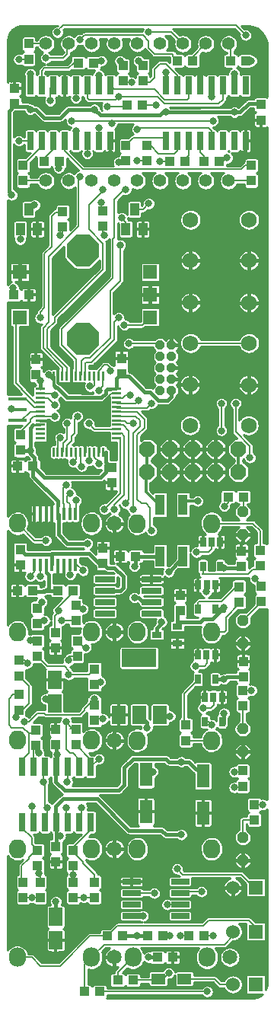
<source format=gtl>
G04 DipTrace 3.2.0.1*
G04 mBrane.GTL*
%MOIN*%
G04 #@! TF.FileFunction,Copper,L1,Top*
G04 #@! TF.Part,Single*
%AMOUTLINE0*
4,1,4,
-0.027559,0.051181,
-0.027559,-0.051181,
0.027559,-0.051181,
0.027559,0.051181,
-0.027559,0.051181,
0*%
%AMOUTLINE3*
4,1,4,
0.019685,-0.021654,
-0.019685,-0.021654,
-0.019685,0.021654,
0.019685,0.021654,
0.019685,-0.021654,
0*%
%AMOUTLINE6*
4,1,4,
0.029528,-0.03937,
0.029528,0.03937,
-0.029528,0.03937,
-0.029528,-0.03937,
0.029528,-0.03937,
0*%
%AMOUTLINE9*
4,1,4,
0.021654,0.019685,
0.021654,-0.019685,
-0.021654,-0.019685,
-0.021654,0.019685,
0.021654,0.019685,
0*%
%AMOUTLINE12*
4,1,4,
-0.019685,0.021654,
0.019685,0.021654,
0.019685,-0.021654,
-0.019685,-0.021654,
-0.019685,0.021654,
0*%
%AMOUTLINE15*
4,1,4,
0.029528,0.023622,
-0.029528,0.023622,
-0.029528,-0.023622,
0.029528,-0.023622,
0.029528,0.023622,
0*%
%AMOUTLINE18*
4,1,4,
0.0295,0.0395,
-0.0295,0.0395,
-0.0295,-0.0395,
0.0295,-0.0395,
0.0295,0.0395,
0*%
%AMOUTLINE21*
4,1,4,
0.075,0.0395,
-0.075,0.0395,
-0.075,-0.0395,
0.075,-0.0395,
0.075,0.0395,
0*%
%AMOUTLINE24*
4,1,4,
0.013,0.04,
-0.013,0.04,
-0.013,-0.04,
0.013,-0.04,
0.013,0.04,
0*%
%AMOUTLINE27*
4,1,4,
-0.007,0.028,
-0.007,-0.028,
0.007,-0.028,
0.007,0.028,
-0.007,0.028,
0*%
%AMOUTLINE30*
4,1,4,
-0.043307,0.011811,
-0.043307,-0.011811,
0.043307,-0.011811,
0.043307,0.011811,
-0.043307,0.011811,
0*%
%AMOUTLINE33*
4,1,4,
-0.013,-0.04,
0.013,-0.04,
0.013,0.04,
-0.013,0.04,
-0.013,-0.04,
0*%
%AMOUTLINE36*
4,1,4,
0.011811,-0.021654,
-0.011811,-0.021654,
-0.011811,0.021654,
0.011811,0.021654,
0.011811,-0.021654,
0*%
%AMOUTLINE39*
4,1,4,
-0.011811,0.021654,
0.011811,0.021654,
0.011811,-0.021654,
-0.011811,-0.021654,
-0.011811,0.021654,
0*%
%AMOUTLINE42*
4,1,16,
0.0375,0.005,
0.033786,0.02127,
0.023381,0.034319,
0.008345,0.04156,
-0.008345,0.04156,
-0.023381,0.034319,
-0.033786,0.02127,
-0.0375,0.005,
-0.0375,-0.005,
-0.033786,-0.02127,
-0.023381,-0.034319,
-0.008345,-0.04156,
0.008345,-0.04156,
0.023381,-0.034319,
0.033786,-0.02127,
0.0375,-0.005,
0.0375,0.005,
0*%
%AMOUTLINE45*
4,1,8,
-0.034184,0.014159,
-0.014159,0.034184,
0.014159,0.034184,
0.034184,0.014159,
0.034184,-0.014159,
0.014159,-0.034184,
-0.014159,-0.034184,
-0.034184,-0.014159,
-0.034184,0.014159,
0*%
%AMOUTLINE48*
4,1,8,
0.008419,0.020325,
0.020325,0.008419,
0.020325,-0.008419,
0.008419,-0.020325,
-0.008419,-0.020325,
-0.020325,-0.008419,
-0.020325,0.008419,
-0.008419,0.020325,
0.008419,0.020325,
0*%
%AMOUTLINE51*
4,1,8,
0.00995,-0.024021,
0.024021,-0.00995,
0.024021,0.00995,
0.00995,0.024021,
-0.00995,0.024021,
-0.024021,0.00995,
-0.024021,-0.00995,
-0.00995,-0.024021,
0.00995,-0.024021,
0*%
%AMOUTLINE54*
4,1,4,
-0.03937,-0.011811,
-0.03937,0.011811,
0.03937,0.011811,
0.03937,-0.011811,
-0.03937,-0.011811,
0*%
%AMOUTLINE57*
4,1,4,
0.019685,0.027559,
-0.019685,0.027559,
-0.019685,-0.027559,
0.019685,-0.027559,
0.019685,0.027559,
0*%
%AMOUTLINE60*
4,1,4,
-0.021654,-0.019685,
-0.021654,0.019685,
0.021654,0.019685,
0.021654,-0.019685,
-0.021654,-0.019685,
0*%
%AMOUTLINE63*
4,1,8,
0.028747,-0.0694,
0.0694,-0.028747,
0.0694,0.028747,
0.028747,0.0694,
-0.028747,0.0694,
-0.0694,0.028747,
-0.0694,-0.028747,
-0.028747,-0.0694,
0.028747,-0.0694,
0*%
%AMOUTLINE66*
4,1,4,
0.019685,-0.005,
0.019685,0.005,
-0.019685,0.005,
-0.019685,-0.005,
0.019685,-0.005,
0*%
%AMOUTLINE69*
4,1,4,
0.005,-0.019685,
0.005,0.019685,
-0.005,0.019685,
-0.005,-0.019685,
0.005,-0.019685,
0*%
G04 #@! TA.AperFunction,CopperBalancing*
%ADD13C,0.015*%
%ADD14C,0.01*%
G04 #@! TA.AperFunction,Conductor*
%ADD15C,0.014*%
%ADD16C,0.007*%
%ADD17C,0.012*%
G04 #@! TA.AperFunction,CopperBalancing*
%ADD18C,0.013*%
%ADD24R,0.03937X0.043307*%
%ADD25R,0.03937X0.086614*%
G04 #@! TA.AperFunction,ComponentPad*
%ADD27C,0.056*%
%ADD31R,0.041339X0.025591*%
G04 #@! TA.AperFunction,ComponentPad*
%ADD33C,0.065*%
%ADD34O,0.075X0.085*%
%ADD35R,0.06X0.06*%
%ADD36C,0.06*%
%ADD38R,0.043307X0.03937*%
G04 #@! TA.AperFunction,ComponentPad*
%ADD39R,0.05937X0.05937*%
%ADD40C,0.069*%
%ADD41R,0.07874X0.015748*%
G04 #@! TA.AperFunction,ViaPad*
%ADD42C,0.031496*%
%ADD77OUTLINE0*%
%ADD80OUTLINE3*%
%ADD83OUTLINE6*%
%ADD86OUTLINE9*%
%ADD89OUTLINE12*%
%ADD92OUTLINE15*%
%ADD95OUTLINE18*%
%ADD98OUTLINE21*%
%ADD101OUTLINE24*%
%ADD104OUTLINE27*%
%ADD107OUTLINE30*%
%ADD110OUTLINE33*%
%ADD113OUTLINE36*%
%ADD116OUTLINE39*%
G04 #@! TA.AperFunction,ComponentPad*
%ADD119OUTLINE42*%
%ADD122OUTLINE45*%
%ADD125OUTLINE48*%
%ADD128OUTLINE51*%
%ADD131OUTLINE54*%
%ADD134OUTLINE57*%
%ADD137OUTLINE60*%
G04 #@! TA.AperFunction,ComponentPad*
%ADD140OUTLINE63*%
%ADD143OUTLINE66*%
%ADD146OUTLINE69*%
%FSLAX26Y26*%
G04*
G70*
G90*
G75*
G01*
G04 Top*
%LPD*%
X1106458Y4411001D2*
D13*
Y4469001D1*
Y4294001D2*
X1406458D1*
Y4462750D2*
Y4411001D1*
Y4294001D2*
X1431458D1*
X1468958Y4331501D1*
X1518958D1*
X1522994Y4327466D1*
X812709Y4411001D2*
Y4456501D1*
X793958Y4306501D2*
X681458D1*
X643958Y4269001D1*
X575209D1*
X537709Y4306501D1*
X512709D1*
Y4462750D2*
Y4411001D1*
X443958Y4331501D2*
Y4319001D1*
X500209D1*
X512709Y4306501D1*
X1106458Y4294001D2*
X1093958D1*
X1081458Y4281501D1*
X818958D1*
X793958Y4306501D1*
X891104Y3081501D2*
D14*
Y3094001D1*
D13*
Y3128647D1*
X912709Y3150252D1*
X556458Y3081501D2*
D14*
Y3094001D1*
D13*
Y3119001D1*
Y3125252D1*
X537709Y3144001D1*
X615514Y3140556D2*
D14*
Y3100252D1*
X612708D1*
Y3125252D1*
D13*
X593958Y3144001D1*
X443958Y4331501D2*
Y4325250D1*
X418958Y4300250D1*
Y3944001D1*
X431458Y3931501D1*
X437708Y3525250D2*
Y3495823D1*
X439529Y3494001D1*
X512708Y2812752D2*
X470779D1*
X468958Y2814572D1*
X512708Y2812752D2*
Y2800252D1*
X531458Y2781501D1*
Y2750252D1*
X525208Y2744001D1*
X832049Y2805910D2*
D14*
X844549D1*
D13*
Y2762160D1*
X868958Y2737750D1*
X634458Y2536752D2*
D15*
Y2572252D1*
D13*
Y2591001D1*
X525208Y2700252D1*
Y2744001D1*
X1018958Y1394001D2*
Y1375252D1*
X1050208Y1406501D1*
X1025209Y1600250D2*
Y1621500D1*
X990208Y1656501D1*
X868958Y2737750D2*
X856460D1*
X843958Y2750252D1*
Y2719001D1*
X818958Y2694001D1*
X575208D1*
X525208Y2744001D1*
X891104Y3081501D2*
D14*
X863919D1*
D13*
X850209D1*
X843958Y3075250D1*
Y3062752D1*
X825208Y3044001D1*
X675209D1*
X631458Y3087752D1*
X625208D1*
X615514Y3097446D1*
Y3100252D1*
X1131460Y3075250D2*
Y3050252D1*
X1112708Y3031501D1*
X1075208D1*
X1037708Y3069001D1*
X1012709D1*
X943958Y3137752D1*
X925209D1*
X912709Y3150252D1*
X762709Y2406501D2*
X675208D1*
X637708Y2444001D1*
Y2533502D1*
D15*
X634458Y2536752D1*
X1027029Y687752D2*
D13*
X917138D1*
X981458D1*
X1006458Y775250D2*
X956360D1*
X1031458Y594001D2*
X1068958D1*
X556458Y2924021D2*
D14*
X523978D1*
D13*
X512708Y2912750D1*
Y2812752D1*
X839234Y2200250D2*
X906457D1*
X918958Y2212752D1*
Y2262752D1*
X881458Y2300250D1*
X850209D1*
X831458Y2319001D1*
X812709D1*
X768958Y2362752D1*
X606458D1*
Y2359464D1*
Y2314752D1*
D15*
X608458Y2312752D1*
X606458Y2359464D2*
D13*
X489175D1*
X468958Y2379681D1*
X1158427Y2043804D2*
X1156458Y2067128D1*
Y2100252D1*
X1168958Y2112752D1*
X1446174Y1823036D2*
X1372994D1*
X1361877Y1811920D1*
Y2300250D2*
X1431457D1*
X1437708Y2306501D1*
X1361877Y1662618D2*
Y1617788D1*
X1352722Y1626943D1*
X1361877Y1811920D2*
X1322958D1*
X1322536Y1811497D1*
X1323037Y2117733D2*
X1353037D1*
X1348006Y2112702D1*
X1310556Y2075252D1*
X1268958D1*
X1256458Y2062752D1*
X1160835D1*
X1156458Y2067128D1*
X1348006Y2112702D2*
X1361877D1*
Y2125494D1*
Y2300250D2*
X1350340D1*
X1343797Y2306794D1*
X531458Y2312752D2*
D16*
Y2281502D1*
X512708Y2262752D1*
Y1981501D2*
X542138D1*
X543958Y1979681D1*
Y2123430D2*
Y2131501D1*
X562708Y2150250D1*
X556458Y2262752D2*
Y2311752D1*
X557458Y2312752D1*
X712708Y2135930D2*
X727029D1*
X743958Y2119001D1*
X687708Y2269001D2*
Y2310501D1*
X685458Y2312752D1*
X711458D2*
Y2320252D1*
X743958Y2287752D1*
X756458Y1950250D2*
X743958D1*
Y1954681D1*
X718958Y1979681D1*
X659458Y2536752D2*
Y2578501D1*
X656458Y2581501D1*
Y2650252D1*
X668958Y2662752D1*
X931458Y2581501D2*
Y2587750D1*
X943958Y2600250D1*
Y2900252D1*
X918960Y2925250D1*
X892334D1*
X891104Y2924021D1*
X685458Y2536752D2*
Y2577502D1*
X675209Y2587752D1*
Y2612752D1*
X687708Y2625250D1*
X881458Y2556501D2*
Y2575252D1*
X925208Y2619001D1*
Y2875252D1*
X912708Y2887752D1*
X894205D1*
X891104Y2884651D1*
Y2864966D2*
X906458D1*
Y2625250D1*
X837709Y2556501D1*
X712708Y2594001D2*
Y2538001D1*
X711458Y2536752D1*
X831458Y3794001D2*
Y3762750D1*
X837708Y3756501D1*
X906458Y3712752D2*
Y3556502D1*
X862708Y3512752D1*
Y3306500D1*
X775209Y3219001D1*
X750209D1*
X737708Y3206500D1*
Y3144640D1*
X733624Y3140556D1*
X753309D2*
Y3197101D1*
X756458Y3200250D1*
X781458D1*
X881458Y3300250D1*
Y3375250D1*
X900209Y3394001D1*
X556458D2*
Y3419001D1*
X575208Y3437750D1*
Y3675252D1*
X606458Y3706501D1*
Y3837752D1*
X625208Y3856501D1*
X652028D1*
X654243Y3858716D1*
X712709Y4411001D2*
Y4356501D1*
X693958Y4256501D2*
X868958D1*
X1312708D1*
X1306458Y4362750D2*
Y4411001D1*
X674569Y3140556D2*
Y3175891D1*
X587708Y3262752D1*
Y3344001D1*
X618958Y3375250D1*
Y3394001D1*
X831458Y3606501D1*
Y3719001D1*
X768958Y3781501D1*
Y3887750D1*
X831458Y3950250D1*
Y3956501D1*
X868958Y4244001D2*
Y4256501D1*
X1356458Y4411001D2*
Y4350250D1*
X1337709Y4331501D1*
X1100209D1*
X1068958Y4362752D1*
X900210D1*
X887709Y4350250D1*
X768960D1*
X762709Y4356501D1*
Y4411001D1*
X713939Y3140556D2*
Y3211521D1*
X650208Y3275252D1*
Y3344001D1*
X875208Y3569001D1*
Y3737750D1*
X881458Y3744001D1*
Y3912752D1*
X931458Y3962752D1*
Y3956501D1*
X654884Y3140556D2*
Y3176826D1*
X568958Y3262752D1*
Y3350250D1*
X593958Y3375250D1*
Y3662750D1*
X725209Y3794001D1*
Y4006502D1*
X731458Y4012752D1*
X600209Y4344001D2*
Y4398501D1*
X612709Y4411001D1*
X556458Y3061816D2*
X613644D1*
X618958Y3056501D1*
X925209Y3362752D2*
X1003309D1*
X1037708Y3397151D1*
X556458Y3042131D2*
X589579D1*
X618958Y3012752D1*
X556458Y3022446D2*
X534264D1*
X475209Y3081501D1*
X477352D1*
X450208Y3108645D1*
Y3380517D1*
X466842Y3397151D1*
X772994Y2805910D2*
Y2770147D1*
X771329Y2768481D1*
X1241153Y2367489D2*
X1292621D1*
X1306395Y2381263D1*
Y2413093D1*
X792679Y2805910D2*
Y2783676D1*
X812445Y2763910D1*
Y2755223D1*
X1284102Y2194459D2*
Y2222497D1*
X1285636Y2224032D1*
X713939Y2805910D2*
Y2776203D1*
X700238Y2762502D1*
X1236129Y1869287D2*
X1275619D1*
X1287676Y1881345D1*
Y1915254D1*
X1285134Y1917796D1*
X733624Y2805910D2*
Y2747865D1*
X737734Y2743754D1*
X1269756Y1685403D2*
X1302641D1*
X1317482Y1700244D1*
Y1731081D1*
X1315321Y1733242D1*
X694254Y3140556D2*
Y3193706D1*
X656458Y3231501D1*
X891104Y3061816D2*
X868024D1*
X825209Y3019001D1*
X787708D1*
X781458Y3012752D1*
X431458Y2994001D2*
X453965D1*
X456460Y2991506D1*
X812708Y3075250D2*
X831458Y3094001D1*
Y3139966D1*
X832049Y3140556D1*
X812364D2*
Y3162407D1*
X837709Y3187752D1*
X850208D1*
X862708Y3175252D1*
Y3162752D1*
X775208Y3094001D2*
Y3081500D1*
X793958Y3100250D1*
Y3139277D1*
X792679Y3140556D1*
X950209Y3056501D2*
X931458D1*
X917088Y3042131D1*
X891104D1*
X1379243Y2610536D2*
Y2585536D1*
X1362708Y2569001D1*
X1475208Y2781502D2*
Y2831501D1*
X1412708Y2894001D1*
Y3019001D1*
X987708Y3031501D2*
X975208Y3019001D1*
X894549D1*
X891104Y3022446D1*
X1525208Y2219001D2*
X1529567D1*
X1497245Y2251324D1*
X1350208Y2900252D2*
Y3019000D1*
X1043958D2*
X1025209Y3000250D1*
X893615D1*
X891104Y3002761D1*
X1443958Y1762750D2*
X1481457D1*
X962709Y2931501D2*
X937709D1*
X925504Y2943706D1*
X891104D1*
X1493958Y1262750D2*
X1531458D1*
X768958Y2931501D2*
X793958Y2906501D1*
X888939D1*
X891104Y2904336D1*
Y2983076D2*
X979882D1*
X1012708Y2950250D1*
Y2912750D1*
X981458Y2881501D1*
Y2600252D1*
X1000209Y2581501D1*
X1018958D1*
X1037708Y2562752D1*
Y2469002D1*
X1043958Y2462752D1*
X1056458Y875250D2*
X956360D1*
X1093958Y687752D2*
X1125208D1*
X1500209Y900250D2*
X1493958D1*
X1437708Y956501D1*
X1181458D1*
X1156458Y981501D1*
X891104Y2963391D2*
X938348D1*
X937709Y2962752D1*
X975208D1*
X993958Y2944001D1*
Y2919001D1*
X962708Y2887750D1*
Y2556501D1*
X1287708Y444001D2*
X817138D1*
X969057Y3869001D2*
X1006458D1*
X1031458Y3894001D1*
Y4644001D2*
X1131458D1*
X1181458Y4594001D1*
X556458Y923430D2*
Y956502D1*
X550209Y962752D1*
X518958Y1256501D2*
Y1194001D1*
X527458Y1185501D1*
X543958Y995821D2*
Y969002D1*
X550209Y962752D1*
X712708Y2069001D2*
X650208D1*
X506557Y3869001D2*
X512708D1*
X531458Y3887752D1*
X581458Y4531501D2*
X656460D1*
X675209Y4550250D1*
Y4587752D1*
X681458Y4594001D1*
X931655Y3782387D2*
Y3812555D1*
X912709Y3831501D1*
X825209Y3900250D2*
Y3867179D1*
X831458Y3860930D1*
X654243Y3791787D2*
Y3766786D1*
X643958Y3756501D1*
X468958Y3737752D2*
Y3782190D1*
X469155Y3782387D1*
X962708Y494001D2*
X1067284D1*
X1073535Y500252D1*
X1093958D1*
X1118958Y525250D1*
X1168958Y687752D2*
X1206458D1*
X1112709Y825250D2*
X1168958D1*
X895779Y494001D2*
Y527572D1*
X962208Y594001D1*
X750209Y444001D2*
Y563252D1*
X780958Y594001D1*
X1400209Y706501D2*
Y687752D1*
X1362708Y650250D1*
X837208D1*
X780958Y594001D1*
X1223388Y4519001D2*
Y4535930D1*
X1281458Y4594001D1*
X1400209Y475250D2*
X1343958D1*
X1318958Y500250D1*
X1187708D1*
X1262708Y881501D2*
X1175209D1*
X1168958Y875250D1*
X850209Y687752D2*
X775209D1*
X643958Y556501D1*
X556458D1*
X518958Y594001D1*
X455958D1*
X1500209Y706501D2*
Y725250D1*
X1468958Y756501D1*
X1293958D1*
X1268958Y731501D1*
X893958D1*
X850209Y687752D1*
X1268994Y2306794D2*
Y2275452D1*
X1265637Y2272095D1*
X1465949D1*
X1487655Y2293802D1*
X1504590D1*
X1518902Y2308114D1*
X789923Y4510536D2*
X816745D1*
X825209Y4519001D1*
X581458Y4594001D2*
X506458D1*
X481458Y3994001D2*
X581458D1*
X637708Y4050250D2*
X639923Y4077466D1*
X1381458Y3994001D2*
X1481458D1*
X1389529Y4519001D2*
Y4585930D1*
X1381458Y4594001D1*
X1004638Y4325250D2*
X1062708D1*
X1006458Y4498430D2*
X1008279D1*
X987708Y4519001D1*
X900208Y4075250D2*
X931458D1*
Y4081501D1*
X981458D2*
X1025208D1*
X1122994Y4077466D2*
X1081458D1*
X1339923D2*
X1358674D1*
X1375209Y4094001D1*
X918958Y4498430D2*
X927029D1*
X906458Y4519001D1*
X1248234Y2117733D2*
Y2148120D1*
X1252864Y2152750D1*
X1350752D1*
X1416813Y2218809D1*
X1425399D1*
X1427213Y2216996D1*
X812709Y4169001D2*
Y4225252D1*
X850208Y4319001D2*
X931460D1*
X937709Y4325250D1*
X1206458Y4411001D2*
Y4356500D1*
X1200209Y4350250D1*
X1100209D1*
X1056458Y4394001D1*
X879709D1*
X862709Y4411001D1*
X722994Y4510536D2*
X704243D1*
X681458Y4487752D1*
X575210D1*
X562709Y4475250D1*
Y4411001D1*
X512709Y4169001D2*
X462709D1*
Y4525250D2*
X504637D1*
X506458Y4527072D1*
X481458Y4060930D2*
Y4062750D1*
X562709Y4144001D1*
Y4169001D1*
X572994Y4077466D2*
Y4091786D1*
X612709Y4131501D1*
Y4169001D1*
X1481458Y4060930D2*
X1454637D1*
X1437708Y4044001D1*
X743960D1*
X662709Y4125252D1*
Y4169001D1*
X712709D2*
Y4212752D1*
X631458Y4644001D2*
X625209D1*
X656010Y4674802D1*
X1413158D1*
X1456458Y4631501D1*
X1481458Y4519001D2*
X1456458D1*
X762709Y4169001D2*
Y4112752D1*
X731458Y4612752D2*
X750208Y4631501D1*
X1006458D1*
X1031458Y4606501D1*
Y4575250D1*
X1056458Y4550250D1*
X1137708D1*
Y4537752D1*
X1156458Y4519001D1*
Y4411001D2*
Y4456501D1*
X1106458Y4506501D1*
X1081458D1*
X1056458Y4481501D1*
Y4444000D1*
X1037709Y4425250D1*
X1012709D1*
X1006458Y4431501D1*
X931458Y4148430D2*
Y4144001D1*
X943958D1*
X937708Y4150252D1*
Y4156500D1*
X962709Y4181501D1*
X1093958D1*
X1106458Y4169001D1*
X1025208Y4148430D2*
X1039529D1*
X1075208Y4112752D1*
X1143958D1*
X1156458Y4125252D1*
Y4169001D1*
X1189923Y4077466D2*
Y4089966D1*
X1206458Y4106501D1*
Y4169001D1*
X1272994Y4077466D2*
Y4102466D1*
X1256458Y4119001D1*
Y4169001D1*
X1306458D2*
Y4212752D1*
X1293958Y4225252D1*
X987709D1*
X981458Y4219001D1*
X956458Y4425250D2*
X912708D1*
X918958Y4431501D1*
X1247733Y1811497D2*
Y1810155D1*
X1187687Y1750109D1*
Y1617059D1*
X1193936Y1610809D1*
X1277919Y1626943D2*
X1292104D1*
X1306424Y1612623D1*
X1406414Y1406395D2*
X1439474D1*
X1443910Y1410830D1*
X777458Y1427501D2*
Y1460501D1*
X712708Y1525252D1*
X777458Y1427501D2*
X812708Y1462750D1*
X831458Y1637750D2*
X798388D1*
X793958Y1633321D1*
X1406414Y1337652D2*
X1437661D1*
X1443910Y1343901D1*
X477458Y1427501D2*
Y1458752D1*
X506458Y1487752D1*
Y1575252D1*
X481458Y1600250D1*
X431458D1*
X418958Y1612752D1*
Y1725250D1*
X437709Y1744001D1*
X462708D1*
X506458Y1575252D2*
X525210D1*
X537709Y1587750D1*
X477458Y1185501D2*
Y1160501D1*
X518958Y1119001D1*
Y1087750D1*
X543958Y1062750D1*
X537708D1*
X506458Y1031501D1*
Y1025250D1*
X475209Y994001D1*
Y929679D1*
X481458Y923430D1*
X700208Y1060930D2*
Y1075250D1*
X768958Y1144001D1*
Y1177001D1*
X777458Y1185501D1*
X793958Y923430D2*
Y956501D1*
X743958Y1006501D1*
Y1012750D1*
X700208Y1056501D1*
Y1060930D1*
X793958Y1700250D2*
Y1725250D1*
X818958Y1800250D2*
X793958D1*
Y1789571D1*
X487708Y1625252D2*
X506460D1*
X543960Y1662752D1*
X575208D1*
X581458Y1656501D1*
X731460D1*
X750209Y1675250D1*
Y1681501D1*
X793958Y1725250D1*
X1446172Y2610536D2*
Y2546215D1*
X1443958Y2544001D1*
X556458Y856501D2*
X521204D1*
X481458D1*
X1425207Y2719001D2*
D17*
Y2819001D1*
X1245930Y2591737D2*
X1198141D1*
X1181458Y2575055D1*
X700208Y856501D2*
D16*
X747483D1*
X793958D1*
X581458Y2419001D2*
X530958D1*
X455958Y2494001D1*
X700208Y923430D2*
Y956501D1*
X737708Y1250250D2*
Y1195750D1*
X727458Y1185501D1*
X700208Y956501D2*
Y994001D1*
X681458Y1894001D2*
Y1912752D1*
X718958D1*
X462708Y1894001D2*
X487709D1*
X500208Y1881501D1*
X575209Y2069001D2*
X556458D1*
X543958Y2056501D1*
X550208Y1487752D2*
X537709D1*
Y1520821D1*
X527458Y1427501D2*
Y1510571D1*
X537709Y1520821D1*
X727458Y1427501D2*
Y1460502D1*
X700209Y1487752D1*
X687708D1*
X668958Y1506501D1*
Y1625250D1*
X693958Y1600250D1*
X687709Y1594001D1*
X710888D1*
X712708Y1592181D1*
X681458Y1831501D2*
X768960D1*
X793958Y1856500D1*
X681458Y1831501D2*
Y1850250D1*
X662708Y1869001D1*
X587709D1*
X543958Y1912752D1*
X450208Y1644001D2*
Y1650250D1*
Y1689572D1*
X462708Y1677072D1*
X450208Y1650250D2*
X506458Y1706501D1*
Y1783321D1*
X462708Y1827072D1*
X1025207Y2719001D2*
D17*
Y2819001D1*
X1081458Y2575055D2*
X1075405D1*
X1018958Y2631501D1*
Y2712753D1*
X1025207Y2719001D1*
X1525208Y2152072D2*
D16*
Y2150250D1*
X1443958Y2069001D1*
Y1695821D2*
Y1619001D1*
X1418958Y1594001D1*
X1443958D1*
Y1119001D2*
Y1195821D1*
X1493958D1*
X556458Y3002761D2*
X528949D1*
X493958Y3037752D1*
X457721D1*
X456460Y3039013D1*
X556458Y2983076D2*
X520533D1*
X518958Y2981501D1*
X512708D1*
X475207Y2944000D1*
X456460D1*
X1193936Y1543880D2*
X1306944D1*
X1427213Y2150067D2*
Y2140863D1*
X1368918Y2082568D1*
Y2025080D1*
X1362668Y2018830D1*
X1306944D1*
X1518902Y2375043D2*
Y2462534D1*
X1487655Y2493781D1*
X1306944D1*
X1312708Y687752D2*
X1273388D1*
X556458Y2963391D2*
X525848D1*
X512708Y2950250D1*
Y2937750D1*
X456458Y2881501D1*
X468958D1*
X556458Y2963391D2*
X618319D1*
X618958Y2962752D1*
X943958Y3281501D2*
X1075209D1*
X1081460Y3275250D1*
X675208Y2931501D2*
Y2862750D1*
X656458Y2844001D1*
Y2807485D1*
X654884Y2805910D1*
X674569D2*
Y2837111D1*
X693958Y2856501D1*
Y2875252D1*
X706458Y2887752D1*
Y2950250D1*
X718958Y2962750D1*
X1214923Y3283371D2*
X1470829D1*
X635199Y2805910D2*
Y2860241D1*
X643958Y2869001D1*
X975208Y2350250D2*
D13*
Y2312750D1*
X968958Y2306501D1*
Y2169001D2*
X987708D1*
X1006458Y2150250D1*
X1043958D1*
X1067876Y2006403D2*
Y2036668D1*
X1093958Y2062750D1*
X1087708D1*
X1125209Y1650252D2*
X1086457D1*
X1080208Y1656501D1*
X1175209Y1450250D2*
X1206460D1*
X1268958Y1387752D1*
X1175209Y1450250D2*
X1118960D1*
X1106458Y1462752D1*
X962709D1*
X925208Y1425250D1*
Y1350250D1*
X900209Y1325252D1*
X662708D1*
X625208Y1362752D1*
Y1429752D1*
X627458Y1427501D1*
X1081458Y2350252D2*
X975208Y2350250D1*
X627458Y1427501D2*
Y1481501D1*
Y1523002D1*
X625209Y1525252D1*
X618958Y1706501D2*
X600209D1*
X581458Y1725252D1*
X631458Y1481501D2*
X627458D1*
X1181458Y2350252D2*
X1175208D1*
Y2337750D1*
X1118958Y2281501D1*
X1175208Y1131501D2*
X1106457D1*
X1087708Y1150250D1*
X943960D1*
X806458Y1287752D1*
X656460D1*
X625208Y1256500D1*
Y1183250D1*
X627458Y1185501D1*
Y1125250D1*
Y1081930D1*
X625209Y1079681D1*
Y771363D2*
Y837750D1*
X643958Y1125250D2*
X627458D1*
X583458Y2312752D2*
D15*
Y2279501D1*
D13*
X593958Y2269001D1*
Y2212750D1*
X575209Y2194001D1*
X564880D1*
X529637D1*
X523388Y2200250D1*
X633279D2*
X571129D1*
X564880Y2194001D1*
X677458Y1427501D2*
D16*
Y1365001D1*
X675209Y1362752D1*
X568958D2*
Y1419001D1*
X577458Y1427501D1*
Y1185501D2*
X587708D1*
Y1250252D1*
X577458D1*
Y1354252D1*
X568958Y1362752D1*
X668958Y1250252D2*
Y1177001D1*
X677458Y1185501D1*
X622994Y2014966D2*
X618958D1*
Y2087750D1*
X637708Y2106501D1*
Y2112752D1*
X622994D1*
Y2116786D1*
X706458Y2200250D1*
X700208D1*
D42*
X1106458Y4469001D3*
Y4294001D3*
X1406458D3*
Y4462750D3*
X812709Y4456501D3*
X793958Y4306501D3*
X512709D3*
Y4462750D3*
X1106458Y4294001D3*
X793958Y4306501D3*
X593958Y3144001D3*
X556458Y3119001D3*
X431458Y3931501D3*
X437708Y3525250D3*
X556458Y3119001D3*
X512708Y2812752D3*
X556458Y3119001D3*
X512708Y2812752D3*
X1050208Y1406501D3*
X1025209Y1600250D3*
X762709Y2406501D3*
X981458Y687752D3*
X1006458Y775250D3*
X1031458Y594001D3*
X981458Y687752D3*
X1050208Y1406501D3*
X512708Y2812752D3*
X1361877Y1811920D3*
Y2300250D3*
Y1662618D3*
Y1811920D3*
Y2125494D3*
Y2300250D3*
X512708Y2262752D3*
Y1981501D3*
X562708Y2150250D3*
X556458Y2262752D3*
X743958Y2119001D3*
X687708Y2269001D3*
X743958Y2287752D3*
X756458Y1950250D3*
X668958Y2662752D3*
X931458Y2581501D3*
X687708Y2625250D3*
X881458Y2556501D3*
X837709D3*
X712708Y2594001D3*
X837708Y3756501D3*
X906458Y3712752D3*
X900209Y3394001D3*
X556458D3*
X712709Y4356501D3*
X693958Y4256501D3*
X1312708D3*
X1306458Y4362750D3*
X831458Y3956501D3*
X868958Y4244001D3*
X931458Y3956501D3*
X900210Y4362752D3*
X731458Y4012752D3*
X600209Y4344001D3*
X618958Y3056501D3*
X925209Y3362752D3*
X618958Y3012752D3*
X771329Y2768481D3*
X1241153Y2367489D3*
X812445Y2755223D3*
X1284102Y2194459D3*
X700238Y2762502D3*
X1236129Y1869287D3*
X737734Y2743754D3*
X1269756Y1685403D3*
X812708Y3075250D3*
X862708Y3162752D3*
X775208Y3094001D3*
X950209Y3056501D3*
X1362708Y2569001D3*
X1475208Y2781502D3*
X1412708Y3019001D3*
X987708Y3031501D3*
X1497245Y2251324D3*
X1350208Y2900252D3*
Y3019000D3*
X1043958D3*
X1481457Y1762750D3*
X962709Y2931501D3*
X1531458Y1262750D3*
X768958Y2931501D3*
X1043958Y2462752D3*
X1056458Y875250D3*
X1125208Y687752D3*
X1156458Y981501D3*
X962708Y2556501D3*
X1287708Y444001D3*
X1031458Y3894001D3*
Y4644001D3*
X550209Y962752D3*
X518958Y1256501D3*
X650208Y2069001D3*
X531458Y3887752D3*
X581458Y4531501D3*
X912709Y3831501D3*
X825209Y3900250D3*
X643958Y3756501D3*
X468958Y3737752D3*
X1118958Y525250D3*
X1168958Y687752D3*
X1112709Y825250D3*
X1262708Y881501D3*
X825209Y4519001D3*
X637708Y4050250D3*
X1062708Y4325250D3*
X987708Y4519001D3*
X900208Y4075250D3*
X981458Y4081501D3*
X1081458Y4077466D3*
X1375209Y4094001D3*
X906458Y4519001D3*
X812709Y4225252D3*
X850208Y4319001D3*
X462709Y4169001D3*
Y4525250D3*
X712709Y4212752D3*
X631458Y4644001D3*
X1456458Y4631501D3*
X1481458Y4519001D3*
X762709Y4112752D3*
X731458Y4612752D3*
X981458Y4219001D3*
X956458Y4425250D3*
X1306424Y1612623D3*
X1406414Y1406395D3*
X812708Y1462750D3*
X831458Y1637750D3*
X1406414Y1337652D3*
X793958Y1725250D3*
X818958Y1800250D3*
X487708Y1625252D3*
X521204Y856501D3*
X1245930Y2591737D3*
X581458Y2419001D3*
X747483Y856501D3*
X700208Y956501D3*
X737708Y1250250D3*
X681458Y1894001D3*
X500208Y1881501D3*
X575209Y2069001D3*
X550208Y1487752D3*
X500208Y1881501D3*
X681458Y1831501D3*
X668958Y1625250D3*
X681458Y1831501D3*
X450208Y1644001D3*
X1312708Y687752D3*
X618958Y2962752D3*
X943958Y3281501D3*
X675208Y2931501D3*
X718958Y2962750D3*
X643958Y2869001D3*
X968958Y2306501D3*
Y2169001D3*
X1087708Y2062750D3*
X1125209Y1650252D3*
X1087708Y2062750D3*
X1175209Y1450250D3*
D3*
X581458Y1725252D3*
X631458Y1481501D3*
X1118958Y2281501D3*
X1175208Y1131501D3*
X625209Y837750D3*
X643958Y1125250D3*
X675209Y1362752D3*
X568958D3*
D3*
X668958Y1250252D3*
X587708D3*
X637708Y2112752D3*
X675209Y1362752D3*
X781458Y3012752D3*
X431458Y2994001D3*
X587708Y2756501D3*
X812709Y2869001D3*
X562708Y2475252D3*
X812708Y2950252D3*
X1331458Y3100250D3*
X500209Y2631501D3*
X656458Y3231501D3*
X562708Y1800250D3*
X687709Y1687752D3*
X606458Y1312752D3*
X568958Y1631501D3*
X512708Y4244001D3*
X862708Y4112750D3*
X662708Y4350252D3*
X1256458Y4462752D3*
X431458Y4437752D3*
X1525209Y4212752D3*
X1450209Y4112752D3*
X668958Y3575252D3*
X447061Y4663681D2*
D14*
X610335D1*
X1447764D2*
X1500061D1*
X434327Y4653812D2*
X604085D1*
X658839D2*
X1004085D1*
X1145128D2*
X1410667D1*
X1474620D2*
X1515198D1*
X426339Y4643943D2*
X602307D1*
X660616D2*
X739299D1*
X1155010D2*
X1420530D1*
X1482706D2*
X1525608D1*
X421319Y4634074D2*
X575335D1*
X587589D2*
X604124D1*
X658799D2*
X675335D1*
X687589D2*
X712092D1*
X1164874D2*
X1175335D1*
X1187589D2*
X1275335D1*
X1287589D2*
X1375335D1*
X1387589D2*
X1427424D1*
X1485479D2*
X1533889D1*
X417335Y4624206D2*
X476799D1*
X536124D2*
X553635D1*
X1109288D2*
X1127776D1*
X1209288D2*
X1253635D1*
X1309288D2*
X1353635D1*
X1409288D2*
X1428264D1*
X1484639D2*
X1539006D1*
X416143Y4614337D2*
X473381D1*
X539542D2*
X545549D1*
X617374D2*
X645549D1*
X817374D2*
X845549D1*
X917374D2*
X945549D1*
X1117374D2*
X1137639D1*
X1217374D2*
X1245549D1*
X1317374D2*
X1345549D1*
X1417374D2*
X1433147D1*
X1479776D2*
X1543538D1*
X415030Y4604468D2*
X473381D1*
X621475D2*
X641428D1*
X821475D2*
X841428D1*
X921475D2*
X941428D1*
X1121475D2*
X1141428D1*
X1221475D2*
X1241428D1*
X1321475D2*
X1341428D1*
X1421475D2*
X1447620D1*
X1465303D2*
X1546057D1*
X415030Y4594599D2*
X473381D1*
X622862D2*
X640061D1*
X822862D2*
X840061D1*
X922862D2*
X940061D1*
X1122862D2*
X1140061D1*
X1222862D2*
X1240061D1*
X1322862D2*
X1340061D1*
X1422862D2*
X1547893D1*
X415030Y4584731D2*
X473381D1*
X621788D2*
X641135D1*
X721788D2*
X727779D1*
X735128D2*
X741146D1*
X821788D2*
X841135D1*
X921788D2*
X941135D1*
X1121788D2*
X1141135D1*
X1221788D2*
X1241135D1*
X1321788D2*
X1341135D1*
X1421788D2*
X1547893D1*
X415030Y4574862D2*
X473381D1*
X539542D2*
X544885D1*
X618038D2*
X644885D1*
X718038D2*
X744885D1*
X818038D2*
X844885D1*
X918038D2*
X944885D1*
X1118038D2*
X1144885D1*
X1218038D2*
X1238831D1*
X1318038D2*
X1344885D1*
X1418038D2*
X1547893D1*
X415030Y4564993D2*
X475784D1*
X537120D2*
X552346D1*
X610577D2*
X652346D1*
X710577D2*
X752346D1*
X810577D2*
X852346D1*
X910577D2*
X952346D1*
X1010577D2*
X1018303D1*
X1144659D2*
X1152346D1*
X1210577D2*
X1228967D1*
X1310577D2*
X1352346D1*
X1410577D2*
X1547893D1*
X415030Y4555124D2*
X475159D1*
X537764D2*
X565159D1*
X597764D2*
X656604D1*
X693448D2*
X769475D1*
X793448D2*
X869475D1*
X893448D2*
X969475D1*
X993448D2*
X1028108D1*
X1153839D2*
X1169475D1*
X1193448D2*
X1219104D1*
X1293448D2*
X1369475D1*
X1406436D2*
X1547893D1*
X415030Y4545256D2*
X441917D1*
X539542D2*
X555901D1*
X691299D2*
X814065D1*
X836358D2*
X895315D1*
X917608D2*
X976565D1*
X998858D2*
X1037971D1*
X1256553D2*
X1356350D1*
X1492608D2*
X1547893D1*
X415030Y4535387D2*
X435452D1*
X539542D2*
X552581D1*
X683839D2*
X689065D1*
X849092D2*
X882581D1*
X930342D2*
X963811D1*
X1011592D2*
X1049807D1*
X1258448D2*
X1354475D1*
X1505342D2*
X1547893D1*
X415030Y4525518D2*
X433557D1*
X539542D2*
X552952D1*
X673956D2*
X687932D1*
X853585D2*
X878069D1*
X950792D2*
X959319D1*
X1038292D2*
X1121409D1*
X1258448D2*
X1354475D1*
X1509835D2*
X1547893D1*
X415030Y4515649D2*
X435256D1*
X539542D2*
X557190D1*
X658702D2*
X685862D1*
X854151D2*
X877503D1*
X952042D2*
X958753D1*
X1039542D2*
X1067112D1*
X1258448D2*
X1354475D1*
X1510401D2*
X1547893D1*
X415030Y4505781D2*
X441389D1*
X539542D2*
X569026D1*
X593897D2*
X675999D1*
X851065D2*
X880608D1*
X952042D2*
X961858D1*
X1039542D2*
X1057249D1*
X1258448D2*
X1354475D1*
X1507315D2*
X1547893D1*
X415030Y4495912D2*
X477815D1*
X535108D2*
X559885D1*
X842315D2*
X885881D1*
X952042D2*
X970608D1*
X1039542D2*
X1047385D1*
X1257960D2*
X1354944D1*
X1498565D2*
X1547893D1*
X415030Y4486043D2*
X495901D1*
X529522D2*
X550042D1*
X824014D2*
X885881D1*
X952042D2*
X973381D1*
X1150401D2*
X1389651D1*
X1423272D2*
X1547893D1*
X415030Y4476174D2*
X486975D1*
X538448D2*
X545842D1*
X693350D2*
X791585D1*
X833839D2*
X885881D1*
X952022D2*
X973381D1*
X1160264D2*
X1380725D1*
X1432198D2*
X1547893D1*
X415030Y4466305D2*
X483792D1*
X579600D2*
X785315D1*
X840089D2*
X891624D1*
X946280D2*
X979124D1*
X1033780D2*
X1039553D1*
X1169971D2*
X1377542D1*
X1435381D2*
X1547893D1*
X415030Y4456437D2*
X484280D1*
X951592D2*
X973811D1*
X1481612D2*
X1547893D1*
X415030Y4446568D2*
X486311D1*
X1482862D2*
X1547893D1*
X415030Y4436699D2*
X486311D1*
X1482862D2*
X1547893D1*
X475049Y4426830D2*
X486311D1*
X1482862D2*
X1547893D1*
X477042Y4416962D2*
X486311D1*
X1482862D2*
X1547893D1*
X477042Y4407093D2*
X486311D1*
X1482862D2*
X1547893D1*
X477042Y4397224D2*
X486311D1*
X1482862D2*
X1547893D1*
X477042Y4387355D2*
X486311D1*
X1482862D2*
X1547893D1*
X477042Y4377487D2*
X486311D1*
X1482862D2*
X1547893D1*
X472999Y4367618D2*
X486780D1*
X1482393D2*
X1547893D1*
X476163Y4357749D2*
X574651D1*
X625772D2*
X683596D1*
X1373350D2*
X1493401D1*
X477042Y4347880D2*
X571331D1*
X629092D2*
X684905D1*
X740499D2*
X748342D1*
X1373174D2*
X1456663D1*
X507100Y4338011D2*
X571702D1*
X628721D2*
X690491D1*
X734932D2*
X757815D1*
X1367706D2*
X1446331D1*
X531710Y4328143D2*
X575960D1*
X624464D2*
X774964D1*
X812960D2*
X822581D1*
X1357842D2*
X1436448D1*
X555089Y4318274D2*
X587796D1*
X612628D2*
X664085D1*
X1347530D2*
X1391214D1*
X564952Y4308405D2*
X654221D1*
X1475010D2*
X1489905D1*
X469717Y4298536D2*
X484710D1*
X574815D2*
X644358D1*
X1465128D2*
X1492268D1*
X439854Y4288668D2*
X489924D1*
X1455264D2*
X1491741D1*
X439854Y4278799D2*
X506721D1*
X518702D2*
X536272D1*
X1445303D2*
X1489905D1*
X439854Y4268930D2*
X546135D1*
X1338956D2*
X1392659D1*
X1420264D2*
X1489905D1*
X439854Y4259061D2*
X555999D1*
X1341749D2*
X1489905D1*
X439854Y4249193D2*
X572307D1*
X646866D2*
X665784D1*
X1340889D2*
X1489905D1*
X439854Y4239324D2*
X670667D1*
X897706D2*
X960979D1*
X1336006D2*
X1489905D1*
X439854Y4229455D2*
X685159D1*
X894053D2*
X954319D1*
X1321514D2*
X1494260D1*
X439854Y4219586D2*
X492249D1*
X533174D2*
X542249D1*
X583174D2*
X592249D1*
X633174D2*
X642249D1*
X883975D2*
X952307D1*
X1326924D2*
X1335999D1*
X1376924D2*
X1385999D1*
X1426924D2*
X1435999D1*
X1476924D2*
X1547893D1*
X439854Y4209718D2*
X486331D1*
X889092D2*
X953889D1*
X1482842D2*
X1547893D1*
X439854Y4199849D2*
X486311D1*
X889112D2*
X959827D1*
X1482862D2*
X1547893D1*
X889112Y4189980D2*
X947698D1*
X1482862D2*
X1547893D1*
X889112Y4180111D2*
X903479D1*
X1482862D2*
X1547893D1*
X889112Y4170242D2*
X898381D1*
X1482862D2*
X1547893D1*
X889112Y4160374D2*
X898381D1*
X1482862D2*
X1547893D1*
X889112Y4150505D2*
X898381D1*
X1482862D2*
X1547893D1*
X439854Y4140636D2*
X486311D1*
X889112D2*
X898381D1*
X1482862D2*
X1547893D1*
X439854Y4130767D2*
X486311D1*
X889112D2*
X898381D1*
X1482862D2*
X1547893D1*
X439854Y4120899D2*
X489319D1*
X886104D2*
X899846D1*
X1479854D2*
X1547893D1*
X439854Y4111030D2*
X506253D1*
X700421D2*
X733616D1*
X791807D2*
X901194D1*
X1398624D2*
X1547893D1*
X439854Y4101161D2*
X496389D1*
X710284D2*
X736057D1*
X789366D2*
X888206D1*
X1403428D2*
X1547893D1*
X439854Y4091292D2*
X451956D1*
X720147D2*
X743499D1*
X781924D2*
X876077D1*
X1404229D2*
X1451956D1*
X1510967D2*
X1547893D1*
X439854Y4081424D2*
X448381D1*
X523624D2*
X537932D1*
X674971D2*
X683049D1*
X730030D2*
X871741D1*
X1401397D2*
X1448381D1*
X1514542D2*
X1547893D1*
X439854Y4071555D2*
X448381D1*
X514542D2*
X537932D1*
X674971D2*
X692913D1*
X739893D2*
X871311D1*
X1393194D2*
X1441780D1*
X1514542D2*
X1547893D1*
X439854Y4061686D2*
X448381D1*
X514542D2*
X537932D1*
X674971D2*
X702796D1*
X749756D2*
X874553D1*
X1374971D2*
X1431897D1*
X1514542D2*
X1547893D1*
X439854Y4051817D2*
X448381D1*
X514542D2*
X539475D1*
X673448D2*
X712659D1*
X1514542D2*
X1547893D1*
X439854Y4041949D2*
X448381D1*
X514542D2*
X609807D1*
X665596D2*
X722522D1*
X1514542D2*
X1547893D1*
X439854Y4032080D2*
X450667D1*
X512237D2*
X566956D1*
X595948D2*
X615217D1*
X660206D2*
X666966D1*
X695948D2*
X710003D1*
X1512237D2*
X1547893D1*
X439854Y4022211D2*
X450256D1*
X512667D2*
X551546D1*
X611378D2*
X634241D1*
X641162D2*
X651546D1*
X1011378D2*
X1051546D1*
X1111378D2*
X1151546D1*
X1211378D2*
X1251546D1*
X1311378D2*
X1351546D1*
X1512667D2*
X1547893D1*
X439854Y4012342D2*
X448381D1*
X514542D2*
X544456D1*
X618448D2*
X644456D1*
X1018448D2*
X1044456D1*
X1118448D2*
X1144456D1*
X1218448D2*
X1244456D1*
X1318448D2*
X1344456D1*
X1514542D2*
X1547893D1*
X439854Y4002473D2*
X448381D1*
X621964D2*
X640960D1*
X1021964D2*
X1040960D1*
X1121964D2*
X1140960D1*
X1221964D2*
X1240960D1*
X1321964D2*
X1340960D1*
X1514542D2*
X1547893D1*
X439854Y3992605D2*
X448381D1*
X622842D2*
X640081D1*
X1022842D2*
X1040081D1*
X1122842D2*
X1140081D1*
X1222842D2*
X1240081D1*
X1322842D2*
X1340081D1*
X1514542D2*
X1547893D1*
X439854Y3982736D2*
X448381D1*
X621260D2*
X641663D1*
X1021260D2*
X1041663D1*
X1121260D2*
X1141663D1*
X1221260D2*
X1241663D1*
X1321260D2*
X1341663D1*
X1514542D2*
X1547893D1*
X439854Y3972867D2*
X448381D1*
X514542D2*
X546018D1*
X616885D2*
X646018D1*
X1016885D2*
X1046018D1*
X1116885D2*
X1146018D1*
X1216885D2*
X1246018D1*
X1316885D2*
X1346018D1*
X1416885D2*
X1448381D1*
X1514542D2*
X1547893D1*
X439854Y3962998D2*
X452620D1*
X510284D2*
X554553D1*
X608370D2*
X654553D1*
X1008370D2*
X1054553D1*
X1108370D2*
X1154553D1*
X1208370D2*
X1254553D1*
X1308370D2*
X1354553D1*
X1408370D2*
X1452620D1*
X1510284D2*
X1547893D1*
X450479Y3953130D2*
X708303D1*
X960401D2*
X1547893D1*
X458038Y3943261D2*
X708303D1*
X957296D2*
X1547893D1*
X460538Y3933392D2*
X708303D1*
X948526D2*
X1547893D1*
X459444Y3923523D2*
X708303D1*
X915714D2*
X1547893D1*
X454229Y3913655D2*
X519436D1*
X543467D2*
X708303D1*
X905850D2*
X1010315D1*
X1052608D2*
X1547893D1*
X415030Y3903786D2*
X425549D1*
X437374D2*
X475803D1*
X555596D2*
X708303D1*
X898350D2*
X938303D1*
X1058858D2*
X1547893D1*
X415030Y3893917D2*
X473479D1*
X559932D2*
X708303D1*
X898350D2*
X935979D1*
X1060616D2*
X1547893D1*
X415030Y3884048D2*
X473479D1*
X560362D2*
X621721D1*
X686768D2*
X708303D1*
X898350D2*
X935979D1*
X1058780D2*
X1547893D1*
X415030Y3874179D2*
X473479D1*
X557120D2*
X621155D1*
X687335D2*
X708303D1*
X898350D2*
X935979D1*
X1052452D2*
X1547893D1*
X415030Y3864311D2*
X473479D1*
X548038D2*
X609534D1*
X687335D2*
X708303D1*
X898350D2*
X935979D1*
X1025245D2*
X1191643D1*
X1238194D2*
X1447561D1*
X1494092D2*
X1547893D1*
X415030Y3854442D2*
X473479D1*
X539639D2*
X599671D1*
X687335D2*
X708303D1*
X930010D2*
X935979D1*
X1013858D2*
X1179085D1*
X1250753D2*
X1435003D1*
X1506671D2*
X1547893D1*
X415030Y3844573D2*
X473479D1*
X539639D2*
X591096D1*
X687335D2*
X708303D1*
X1002139D2*
X1172268D1*
X1257589D2*
X1428167D1*
X1513487D2*
X1547893D1*
X415030Y3834704D2*
X475471D1*
X537647D2*
X589553D1*
X687100D2*
X708303D1*
X1000147D2*
X1168499D1*
X1261358D2*
X1424397D1*
X1517256D2*
X1547893D1*
X415030Y3824836D2*
X589553D1*
X679815D2*
X708303D1*
X942862D2*
X1167053D1*
X1262784D2*
X1422971D1*
X1518702D2*
X1547893D1*
X415030Y3814967D2*
X437131D1*
X501182D2*
X511936D1*
X575987D2*
X589553D1*
X687237D2*
X708303D1*
X963682D2*
X974436D1*
X1038487D2*
X1167717D1*
X1262120D2*
X1423635D1*
X1518038D2*
X1547893D1*
X415030Y3805098D2*
X436077D1*
X502237D2*
X510881D1*
X577042D2*
X589553D1*
X687335D2*
X708303D1*
X964737D2*
X973381D1*
X1039542D2*
X1170589D1*
X1259249D2*
X1426487D1*
X1515167D2*
X1547893D1*
X415030Y3795229D2*
X436077D1*
X502237D2*
X510881D1*
X577042D2*
X589553D1*
X687335D2*
X702952D1*
X964737D2*
X973381D1*
X1039542D2*
X1176155D1*
X1253682D2*
X1432053D1*
X1509600D2*
X1547893D1*
X415030Y3785361D2*
X436077D1*
X502237D2*
X510881D1*
X577042D2*
X589553D1*
X687335D2*
X693089D1*
X964737D2*
X973381D1*
X1039542D2*
X1185999D1*
X1243858D2*
X1441897D1*
X1499756D2*
X1547893D1*
X415030Y3775492D2*
X436077D1*
X502237D2*
X510881D1*
X577042D2*
X589553D1*
X964737D2*
X973381D1*
X1039542D2*
X1547893D1*
X415030Y3765623D2*
X436077D1*
X502237D2*
X510881D1*
X577042D2*
X589553D1*
X964737D2*
X973381D1*
X1039542D2*
X1547893D1*
X415030Y3755754D2*
X436077D1*
X502237D2*
X510881D1*
X577042D2*
X589553D1*
X964737D2*
X973381D1*
X1039542D2*
X1547893D1*
X415030Y3745886D2*
X439885D1*
X498428D2*
X514690D1*
X573233D2*
X589553D1*
X960928D2*
X977190D1*
X1035733D2*
X1547893D1*
X415030Y3736017D2*
X439866D1*
X498057D2*
X589553D1*
X923311D2*
X1547893D1*
X415030Y3726148D2*
X442307D1*
X495596D2*
X589553D1*
X846671D2*
X858303D1*
X932217D2*
X1547893D1*
X415030Y3716279D2*
X449749D1*
X488155D2*
X589553D1*
X848350D2*
X858303D1*
X935381D2*
X1547893D1*
X415030Y3706410D2*
X582874D1*
X848350D2*
X858303D1*
X934874D2*
X1547893D1*
X415030Y3696542D2*
X573010D1*
X651241D2*
X659631D1*
X848350D2*
X858303D1*
X930479D2*
X1547893D1*
X415030Y3686673D2*
X563147D1*
X641358D2*
X659631D1*
X848350D2*
X858303D1*
X923350D2*
X1190803D1*
X1239053D2*
X1447503D1*
X1494249D2*
X1547893D1*
X415030Y3676804D2*
X558381D1*
X631495D2*
X659631D1*
X848350D2*
X858303D1*
X923350D2*
X1178674D1*
X1251182D2*
X1435003D1*
X1506749D2*
X1547893D1*
X415030Y3666935D2*
X558303D1*
X621631D2*
X659631D1*
X848350D2*
X858303D1*
X923350D2*
X1172014D1*
X1257823D2*
X1428186D1*
X1513565D2*
X1547893D1*
X415030Y3657067D2*
X558303D1*
X611768D2*
X659924D1*
X848350D2*
X858303D1*
X923350D2*
X1168381D1*
X1261475D2*
X1424436D1*
X1517315D2*
X1547893D1*
X415030Y3647198D2*
X558303D1*
X610850D2*
X667034D1*
X848350D2*
X858303D1*
X923350D2*
X1167034D1*
X1262803D2*
X1423010D1*
X1518741D2*
X1547893D1*
X415030Y3637329D2*
X558303D1*
X610850D2*
X676917D1*
X807960D2*
X814553D1*
X848350D2*
X858303D1*
X923350D2*
X1167815D1*
X1262042D2*
X1423694D1*
X1518057D2*
X1547893D1*
X415030Y3627460D2*
X423753D1*
X509932D2*
X558303D1*
X610850D2*
X686780D1*
X798096D2*
X814553D1*
X848350D2*
X858303D1*
X923350D2*
X994631D1*
X1080792D2*
X1170784D1*
X1259053D2*
X1426565D1*
X1515186D2*
X1547893D1*
X415030Y3617592D2*
X423753D1*
X509932D2*
X558303D1*
X610850D2*
X696643D1*
X788214D2*
X814553D1*
X848350D2*
X858303D1*
X923350D2*
X994631D1*
X1080792D2*
X1176506D1*
X1253331D2*
X1432151D1*
X1509600D2*
X1547893D1*
X415030Y3607723D2*
X423753D1*
X509932D2*
X558303D1*
X610850D2*
X707737D1*
X777139D2*
X809202D1*
X848350D2*
X858303D1*
X923350D2*
X994631D1*
X1080792D2*
X1186643D1*
X1243214D2*
X1442014D1*
X1499737D2*
X1547893D1*
X415030Y3597854D2*
X423753D1*
X509932D2*
X558303D1*
X610850D2*
X799319D1*
X845811D2*
X858303D1*
X923350D2*
X994631D1*
X1080792D2*
X1547893D1*
X415030Y3587985D2*
X423753D1*
X509932D2*
X558303D1*
X610850D2*
X789456D1*
X836436D2*
X858303D1*
X923350D2*
X994631D1*
X1080792D2*
X1547893D1*
X415030Y3578116D2*
X423753D1*
X509932D2*
X558303D1*
X610850D2*
X779592D1*
X826553D2*
X858303D1*
X923350D2*
X994631D1*
X1080792D2*
X1547893D1*
X415030Y3568248D2*
X423753D1*
X509932D2*
X558303D1*
X610850D2*
X769710D1*
X816690D2*
X850960D1*
X923350D2*
X994631D1*
X1080792D2*
X1547893D1*
X415030Y3558379D2*
X423753D1*
X509932D2*
X558303D1*
X610850D2*
X759846D1*
X806827D2*
X841096D1*
X923350D2*
X994631D1*
X1080792D2*
X1547893D1*
X415030Y3548510D2*
X420854D1*
X454561D2*
X558303D1*
X610850D2*
X749983D1*
X796944D2*
X831233D1*
X921202D2*
X1547893D1*
X463467Y3538641D2*
X558303D1*
X610850D2*
X740120D1*
X787081D2*
X821370D1*
X912081D2*
X1547893D1*
X466631Y3528773D2*
X558303D1*
X610850D2*
X730237D1*
X777217D2*
X811487D1*
X902217D2*
X994631D1*
X1080792D2*
X1547893D1*
X540362Y3518904D2*
X558303D1*
X610850D2*
X720374D1*
X767354D2*
X801624D1*
X892354D2*
X994631D1*
X1080792D2*
X1547893D1*
X541514Y3509035D2*
X558303D1*
X610850D2*
X710510D1*
X757471D2*
X791760D1*
X882471D2*
X994631D1*
X1080792D2*
X1547893D1*
X541514Y3499166D2*
X558303D1*
X610850D2*
X700647D1*
X747608D2*
X781878D1*
X879600D2*
X994631D1*
X1080792D2*
X1186682D1*
X1243077D2*
X1443225D1*
X1498428D2*
X1547893D1*
X541514Y3489298D2*
X558303D1*
X610850D2*
X690764D1*
X737745D2*
X772014D1*
X879600D2*
X994631D1*
X1080792D2*
X1176506D1*
X1253233D2*
X1432776D1*
X1508878D2*
X1547893D1*
X541514Y3479429D2*
X558303D1*
X610850D2*
X680901D1*
X727881D2*
X762151D1*
X879600D2*
X994631D1*
X1080792D2*
X1170764D1*
X1258975D2*
X1426897D1*
X1514756D2*
X1547893D1*
X540557Y3469560D2*
X558303D1*
X610850D2*
X671038D1*
X717999D2*
X752288D1*
X879600D2*
X994631D1*
X1080792D2*
X1167776D1*
X1261983D2*
X1423811D1*
X1517862D2*
X1547893D1*
X415030Y3459691D2*
X558303D1*
X610850D2*
X661155D1*
X708135D2*
X742405D1*
X879600D2*
X994631D1*
X1080792D2*
X1166995D1*
X1262764D2*
X1422932D1*
X1518721D2*
X1547893D1*
X415030Y3449823D2*
X558303D1*
X610850D2*
X651292D1*
X698272D2*
X732542D1*
X879600D2*
X1168323D1*
X1261436D2*
X1424163D1*
X1517491D2*
X1547893D1*
X415030Y3439954D2*
X553928D1*
X610850D2*
X641428D1*
X688389D2*
X722678D1*
X879600D2*
X1171936D1*
X1257803D2*
X1427678D1*
X1513975D2*
X1547893D1*
X415030Y3430085D2*
X423753D1*
X509932D2*
X544065D1*
X610850D2*
X631565D1*
X678526D2*
X712815D1*
X879600D2*
X994631D1*
X1080792D2*
X1178557D1*
X1251182D2*
X1434163D1*
X1507491D2*
X1547893D1*
X415030Y3420216D2*
X423753D1*
X509932D2*
X539612D1*
X610850D2*
X621682D1*
X668663D2*
X702932D1*
X879600D2*
X888967D1*
X911456D2*
X994631D1*
X1080792D2*
X1190628D1*
X1239112D2*
X1445881D1*
X1495792D2*
X1547893D1*
X415030Y3410347D2*
X423753D1*
X509932D2*
X532542D1*
X658799D2*
X693069D1*
X924131D2*
X994631D1*
X1080792D2*
X1547893D1*
X415030Y3400479D2*
X423753D1*
X509932D2*
X528069D1*
X648917D2*
X683206D1*
X928604D2*
X994631D1*
X1080792D2*
X1547893D1*
X415030Y3390610D2*
X423753D1*
X509932D2*
X527522D1*
X639053D2*
X673323D1*
X930245D2*
X994631D1*
X1080792D2*
X1547893D1*
X415030Y3380741D2*
X423753D1*
X509932D2*
X530628D1*
X635850D2*
X663460D1*
X947862D2*
X994631D1*
X1080792D2*
X1547893D1*
X415030Y3370872D2*
X423753D1*
X509932D2*
X539417D1*
X635245D2*
X653596D1*
X1080792D2*
X1547893D1*
X415030Y3361004D2*
X423753D1*
X509932D2*
X556253D1*
X628194D2*
X643733D1*
X1080792D2*
X1547893D1*
X415030Y3351135D2*
X433303D1*
X467100D2*
X552092D1*
X618331D2*
X635003D1*
X1015167D2*
X1547893D1*
X415030Y3341266D2*
X433303D1*
X467100D2*
X552053D1*
X608467D2*
X633303D1*
X898350D2*
X906018D1*
X944385D2*
X1547893D1*
X415030Y3331397D2*
X433303D1*
X467100D2*
X552053D1*
X604600D2*
X633303D1*
X898350D2*
X1547893D1*
X415030Y3321529D2*
X433303D1*
X467100D2*
X552053D1*
X604600D2*
X633303D1*
X898350D2*
X1186663D1*
X1243194D2*
X1442561D1*
X1499092D2*
X1547893D1*
X415030Y3311660D2*
X433303D1*
X467100D2*
X552053D1*
X604600D2*
X633303D1*
X898350D2*
X1176506D1*
X1253331D2*
X1432424D1*
X1509229D2*
X1547893D1*
X415030Y3301791D2*
X433303D1*
X467100D2*
X552053D1*
X604600D2*
X633303D1*
X898350D2*
X923440D1*
X964464D2*
X1060725D1*
X1102198D2*
X1110725D1*
X1152198D2*
X1170784D1*
X1259053D2*
X1426702D1*
X1514952D2*
X1547893D1*
X415030Y3291922D2*
X433303D1*
X467100D2*
X552053D1*
X604600D2*
X633303D1*
X896006D2*
X916819D1*
X1162042D2*
X1167818D1*
X1517940D2*
X1547893D1*
X415030Y3282053D2*
X433303D1*
X467100D2*
X552053D1*
X604600D2*
X633303D1*
X886749D2*
X914807D1*
X1518702D2*
X1547893D1*
X415030Y3272185D2*
X433303D1*
X467100D2*
X552053D1*
X604600D2*
X633616D1*
X876885D2*
X916389D1*
X1517374D2*
X1547893D1*
X415030Y3262316D2*
X433303D1*
X467100D2*
X552073D1*
X611631D2*
X639651D1*
X867003D2*
X922366D1*
X965557D2*
X1048577D1*
X1164327D2*
X1172014D1*
X1257823D2*
X1427913D1*
X1513741D2*
X1547893D1*
X415030Y3252447D2*
X433303D1*
X467100D2*
X555842D1*
X621495D2*
X649534D1*
X857139D2*
X1056975D1*
X1155928D2*
X1178655D1*
X1251182D2*
X1434573D1*
X1507081D2*
X1547893D1*
X415030Y3242578D2*
X433303D1*
X467100D2*
X509690D1*
X631358D2*
X659397D1*
X847276D2*
X879631D1*
X945792D2*
X1051506D1*
X1161417D2*
X1190784D1*
X1239073D2*
X1446682D1*
X1494971D2*
X1547893D1*
X415030Y3232710D2*
X433303D1*
X467100D2*
X504631D1*
X641241D2*
X669260D1*
X837413D2*
X879631D1*
X945792D2*
X1047737D1*
X1165186D2*
X1547893D1*
X415030Y3222841D2*
X433303D1*
X467100D2*
X504631D1*
X570792D2*
X585374D1*
X651104D2*
X679124D1*
X827530D2*
X879631D1*
X945792D2*
X1047737D1*
X1165186D2*
X1547893D1*
X415030Y3212972D2*
X433303D1*
X467100D2*
X504631D1*
X570792D2*
X595256D1*
X660967D2*
X689006D1*
X817667D2*
X879631D1*
X945792D2*
X1048342D1*
X1164561D2*
X1547893D1*
X415030Y3203103D2*
X433303D1*
X467100D2*
X504631D1*
X570792D2*
X605120D1*
X670850D2*
X697034D1*
X807803D2*
X832561D1*
X855342D2*
X879631D1*
X945792D2*
X1056331D1*
X1156592D2*
X1547893D1*
X415030Y3193235D2*
X433303D1*
X467100D2*
X504631D1*
X570792D2*
X614983D1*
X680714D2*
X697034D1*
X797921D2*
X819710D1*
X868214D2*
X879631D1*
X945792D2*
X1052171D1*
X1160753D2*
X1547893D1*
X415030Y3183366D2*
X433303D1*
X467100D2*
X506116D1*
X569288D2*
X624866D1*
X689600D2*
X697034D1*
X770206D2*
X809846D1*
X945792D2*
X1047737D1*
X1165186D2*
X1547893D1*
X415030Y3173497D2*
X433303D1*
X467100D2*
X507424D1*
X567999D2*
X634729D1*
X691475D2*
X697035D1*
X770206D2*
X799964D1*
X945792D2*
X1047737D1*
X1165186D2*
X1547893D1*
X415030Y3163628D2*
X433303D1*
X467100D2*
X504631D1*
X945792D2*
X1048147D1*
X1164756D2*
X1547893D1*
X415030Y3153760D2*
X433303D1*
X467100D2*
X504631D1*
X956788D2*
X1055667D1*
X1157256D2*
X1547893D1*
X415030Y3143891D2*
X433303D1*
X467100D2*
X504631D1*
X966964D2*
X1052815D1*
X1160108D2*
X1193811D1*
X1232217D2*
X1450784D1*
X1487139D2*
X1547893D1*
X415030Y3134022D2*
X433303D1*
X467100D2*
X504631D1*
X976827D2*
X1047737D1*
X1165186D2*
X1179026D1*
X1246983D2*
X1435413D1*
X1502510D2*
X1547893D1*
X415030Y3124153D2*
X433303D1*
X467100D2*
X504631D1*
X986690D2*
X1047737D1*
X1165186D2*
X1171426D1*
X1254600D2*
X1427600D1*
X1510303D2*
X1547893D1*
X415030Y3114284D2*
X433303D1*
X468057D2*
X507600D1*
X996573D2*
X1047991D1*
X1258878D2*
X1423206D1*
X1514717D2*
X1547893D1*
X415030Y3104416D2*
X433889D1*
X477921D2*
X531389D1*
X643331D2*
X748049D1*
X1006436D2*
X1055022D1*
X1157901D2*
X1165256D1*
X1260753D2*
X1421253D1*
X1516671D2*
X1547893D1*
X415030Y3094547D2*
X440823D1*
X487784D2*
X526331D1*
X653799D2*
X746057D1*
X1016299D2*
X1053479D1*
X1159444D2*
X1165510D1*
X1260499D2*
X1421409D1*
X1516514D2*
X1547893D1*
X415030Y3084678D2*
X450686D1*
X495518D2*
X523381D1*
X663682D2*
X747639D1*
X1258096D2*
X1423714D1*
X1514190D2*
X1547893D1*
X415030Y3074809D2*
X459788D1*
X505381D2*
X523499D1*
X673546D2*
X753616D1*
X1165186D2*
X1172886D1*
X1253135D2*
X1428557D1*
X1509366D2*
X1547893D1*
X415030Y3064941D2*
X468284D1*
X515264D2*
X523381D1*
X683409D2*
X785510D1*
X1165030D2*
X1181624D1*
X1244385D2*
X1437092D1*
X1500831D2*
X1547893D1*
X1158565Y3055072D2*
X1201018D1*
X1224991D2*
X1455374D1*
X1482549D2*
X1547893D1*
X1151710Y3045203D2*
X1338928D1*
X1361495D2*
X1401428D1*
X1423995D2*
X1547893D1*
X638506Y3035334D2*
X654729D1*
X845674D2*
X858147D1*
X1145694D2*
X1326292D1*
X1374131D2*
X1388792D1*
X1436631D2*
X1547893D1*
X645069Y3025466D2*
X666975D1*
X833448D2*
X858010D1*
X1135811D2*
X1321819D1*
X1378604D2*
X1384319D1*
X1441104D2*
X1547893D1*
X647960Y3015597D2*
X858167D1*
X1125674D2*
X1321272D1*
X1441651D2*
X1547893D1*
X647217Y3005728D2*
X858010D1*
X1069776D2*
X1324378D1*
X1376026D2*
X1386878D1*
X1438526D2*
X1547893D1*
X642471Y2995859D2*
X858167D1*
X1060987D2*
X1333186D1*
X1367237D2*
X1395686D1*
X1429737D2*
X1547893D1*
X635850Y2985991D2*
X702073D1*
X735831D2*
X858010D1*
X1033233D2*
X1333303D1*
X1367100D2*
X1395803D1*
X1429600D2*
X1547893D1*
X644737Y2976122D2*
X693186D1*
X744737D2*
X858167D1*
X1010323D2*
X1333303D1*
X1367100D2*
X1395803D1*
X1429600D2*
X1547893D1*
X647881Y2966253D2*
X690022D1*
X747881D2*
X858010D1*
X1020186D2*
X1193714D1*
X1232393D2*
X1333303D1*
X1367100D2*
X1395803D1*
X1429600D2*
X1449631D1*
X1488292D2*
X1547893D1*
X647374Y2956384D2*
X661057D1*
X747374D2*
X754807D1*
X783116D2*
X858186D1*
X1028370D2*
X1179026D1*
X1247081D2*
X1333303D1*
X1367100D2*
X1395803D1*
X1429600D2*
X1434924D1*
X1502979D2*
X1547893D1*
X589542Y2946515D2*
X594964D1*
X642960D2*
X650393D1*
X793760D2*
X858010D1*
X1029600D2*
X1171428D1*
X1254678D2*
X1333303D1*
X1367100D2*
X1395803D1*
X1510577D2*
X1547893D1*
X589366Y2936647D2*
X607424D1*
X630479D2*
X646526D1*
X730499D2*
X740276D1*
X797628D2*
X858186D1*
X1029600D2*
X1167151D1*
X1258956D2*
X1333303D1*
X1367100D2*
X1395803D1*
X1514854D2*
X1547893D1*
X589542Y2926778D2*
X646467D1*
X723350D2*
X740217D1*
X797706D2*
X858010D1*
X1029600D2*
X1165296D1*
X1260811D2*
X1333303D1*
X1367100D2*
X1395803D1*
X1516710D2*
X1547893D1*
X415030Y2916909D2*
X468381D1*
X589366D2*
X650139D1*
X723350D2*
X743889D1*
X1029600D2*
X1165569D1*
X1260538D2*
X1326526D1*
X1373897D2*
X1395803D1*
X1516456D2*
X1547893D1*
X415030Y2907040D2*
X436506D1*
X589542D2*
X658303D1*
X723350D2*
X754026D1*
X1028546D2*
X1167991D1*
X1258116D2*
X1321897D1*
X1378526D2*
X1395803D1*
X1514034D2*
X1547893D1*
X415030Y2897172D2*
X435881D1*
X589346D2*
X658303D1*
X723350D2*
X779807D1*
X1020616D2*
X1172971D1*
X1253135D2*
X1321233D1*
X1379190D2*
X1395803D1*
X1509053D2*
X1547893D1*
X415030Y2887303D2*
X435881D1*
X589542D2*
X621565D1*
X723350D2*
X858010D1*
X1010753D2*
X1181741D1*
X1244366D2*
X1324221D1*
X1376202D2*
X1397288D1*
X1500284D2*
X1547893D1*
X415030Y2877434D2*
X435881D1*
X589346D2*
X616096D1*
X719561D2*
X858225D1*
X1000870D2*
X1201292D1*
X1224796D2*
X1332717D1*
X1367686D2*
X1405784D1*
X1480714D2*
X1547893D1*
X415030Y2867565D2*
X435881D1*
X589542D2*
X614846D1*
X710850D2*
X858010D1*
X998350D2*
X1415667D1*
X1462628D2*
X1547893D1*
X415030Y2857697D2*
X436057D1*
X589327D2*
X617171D1*
X710850D2*
X858225D1*
X1053389D2*
X1097014D1*
X1153389D2*
X1197014D1*
X1253389D2*
X1297014D1*
X1353389D2*
X1397014D1*
X1472491D2*
X1547893D1*
X415030Y2847828D2*
X443889D1*
X579678D2*
X618303D1*
X708292D2*
X867874D1*
X1063253D2*
X1087151D1*
X1163253D2*
X1187151D1*
X1263253D2*
X1287151D1*
X1363253D2*
X1387151D1*
X1482374D2*
X1547893D1*
X415030Y2837959D2*
X435999D1*
X533604D2*
X608557D1*
X701202D2*
X707004D1*
X720889D2*
X726683D1*
X740577D2*
X746342D1*
X760264D2*
X766058D1*
X779952D2*
X785725D1*
X799639D2*
X805413D1*
X819307D2*
X825100D1*
X838995D2*
X889553D1*
X1071827D2*
X1078596D1*
X1171827D2*
X1178596D1*
X1271827D2*
X1278596D1*
X1371827D2*
X1378596D1*
X1490733D2*
X1547893D1*
X415030Y2828090D2*
X435881D1*
X537315D2*
X597366D1*
X850186D2*
X889553D1*
X1492100D2*
X1547893D1*
X415030Y2818221D2*
X435881D1*
X541319D2*
X597112D1*
X861182D2*
X889553D1*
X1492100D2*
X1547893D1*
X415030Y2808353D2*
X435881D1*
X541514D2*
X597112D1*
X865303D2*
X889553D1*
X1492100D2*
X1547893D1*
X415030Y2798484D2*
X435881D1*
X543624D2*
X597112D1*
X865440D2*
X889553D1*
X1071046D2*
X1079378D1*
X1171046D2*
X1179378D1*
X1271046D2*
X1279378D1*
X1371046D2*
X1379378D1*
X1498663D2*
X1547893D1*
X415030Y2788615D2*
X436643D1*
X551046D2*
X597112D1*
X865440D2*
X889553D1*
X1061690D2*
X1088714D1*
X1161690D2*
X1188714D1*
X1261690D2*
X1288714D1*
X1361690D2*
X1388714D1*
X1503448D2*
X1547893D1*
X415030Y2778746D2*
X505061D1*
X552354D2*
X599631D1*
X865440D2*
X889553D1*
X1051827D2*
X1098577D1*
X1151827D2*
X1198577D1*
X1251827D2*
X1298577D1*
X1351827D2*
X1398577D1*
X1504229D2*
X1547893D1*
X415030Y2768878D2*
X424358D1*
X559131D2*
X671819D1*
X1044600D2*
X1405803D1*
X1501358D2*
X1547893D1*
X415030Y2759009D2*
X423225D1*
X560264D2*
X671311D1*
X1052081D2*
X1098342D1*
X1152081D2*
X1198342D1*
X1252081D2*
X1298342D1*
X1352081D2*
X1398342D1*
X1452081D2*
X1457291D1*
X1493135D2*
X1547893D1*
X415030Y2749140D2*
X423225D1*
X560264D2*
X674456D1*
X1061944D2*
X1088460D1*
X1161944D2*
X1188460D1*
X1261944D2*
X1288460D1*
X1361944D2*
X1388460D1*
X1461944D2*
X1547893D1*
X415030Y2739271D2*
X423225D1*
X560264D2*
X683342D1*
X766514D2*
X788245D1*
X1071182D2*
X1079241D1*
X1171182D2*
X1179241D1*
X1271182D2*
X1279241D1*
X1371182D2*
X1379241D1*
X1471182D2*
X1547893D1*
X415030Y2729403D2*
X423225D1*
X568956D2*
X712522D1*
X762940D2*
X800237D1*
X1472784D2*
X1547893D1*
X415030Y2719534D2*
X424182D1*
X578819D2*
X722385D1*
X753077D2*
X815354D1*
X1472784D2*
X1547893D1*
X415030Y2709665D2*
X504299D1*
X1472784D2*
X1547893D1*
X415030Y2699796D2*
X504319D1*
X1071710D2*
X1078694D1*
X1171710D2*
X1178694D1*
X1271710D2*
X1278694D1*
X1371710D2*
X1378694D1*
X1471710D2*
X1547893D1*
X415030Y2689928D2*
X507190D1*
X1063018D2*
X1087405D1*
X1163018D2*
X1187405D1*
X1263018D2*
X1287405D1*
X1363018D2*
X1387405D1*
X1463018D2*
X1547893D1*
X415030Y2680059D2*
X516253D1*
X1053135D2*
X1097268D1*
X1153135D2*
X1197268D1*
X1253135D2*
X1297268D1*
X1353135D2*
X1397268D1*
X1453135D2*
X1547893D1*
X415030Y2670190D2*
X526135D1*
X697100D2*
X835881D1*
X1038350D2*
X1547893D1*
X415030Y2660321D2*
X535999D1*
X697999D2*
X835881D1*
X1038350D2*
X1547893D1*
X415030Y2650452D2*
X545862D1*
X701241D2*
X835881D1*
X1038350D2*
X1547893D1*
X415030Y2640584D2*
X555725D1*
X712315D2*
X839319D1*
X1038350D2*
X1349788D1*
X1408702D2*
X1416702D1*
X1475635D2*
X1547893D1*
X415030Y2630715D2*
X565608D1*
X716319D2*
X888440D1*
X1114542D2*
X1148381D1*
X1214542D2*
X1344202D1*
X1481221D2*
X1547893D1*
X415030Y2620846D2*
X575471D1*
X722178D2*
X878577D1*
X1114542D2*
X1148381D1*
X1214542D2*
X1344182D1*
X1481221D2*
X1547893D1*
X415030Y2610977D2*
X585335D1*
X736163D2*
X868694D1*
X1114542D2*
X1148381D1*
X1214542D2*
X1224378D1*
X1267471D2*
X1344182D1*
X1481221D2*
X1547893D1*
X415030Y2601109D2*
X595217D1*
X740948D2*
X858831D1*
X1114542D2*
X1148381D1*
X1273467D2*
X1344182D1*
X1481221D2*
X1547893D1*
X415030Y2591240D2*
X605081D1*
X741729D2*
X848967D1*
X1114542D2*
X1148381D1*
X1275069D2*
X1344182D1*
X1481221D2*
X1547893D1*
X415030Y2581371D2*
X613557D1*
X738858D2*
X823518D1*
X1114542D2*
X1148381D1*
X1273096D2*
X1336428D1*
X1409893D2*
X1415530D1*
X1476827D2*
X1547893D1*
X415030Y2571502D2*
X513049D1*
X730616D2*
X812893D1*
X1114542D2*
X1148381D1*
X1214542D2*
X1225354D1*
X1266495D2*
X1333674D1*
X1391749D2*
X1418948D1*
X1468956D2*
X1547893D1*
X415030Y2561634D2*
X511057D1*
X731866D2*
X809026D1*
X1114542D2*
X1148381D1*
X1214542D2*
X1334534D1*
X1390870D2*
X1409202D1*
X1478721D2*
X1547893D1*
X415030Y2551765D2*
X511057D1*
X731866D2*
X808967D1*
X910206D2*
X933967D1*
X1114542D2*
X1148381D1*
X1214542D2*
X1339456D1*
X1385967D2*
X1406546D1*
X1481378D2*
X1547893D1*
X415030Y2541896D2*
X431194D1*
X480733D2*
X511057D1*
X731866D2*
X756194D1*
X805733D2*
X812639D1*
X906514D2*
X937639D1*
X1114542D2*
X1148381D1*
X1214542D2*
X1282639D1*
X1331260D2*
X1354124D1*
X1371299D2*
X1406546D1*
X1481378D2*
X1547893D1*
X493233Y2532027D2*
X511057D1*
X731866D2*
X743674D1*
X906456D2*
X944827D1*
X1114542D2*
X1148381D1*
X1214542D2*
X1269827D1*
X1344053D2*
X1406702D1*
X1481221D2*
X1547893D1*
X501065Y2522158D2*
X511057D1*
X826065D2*
X844983D1*
X917745D2*
X936995D1*
X1114542D2*
X1148381D1*
X1214542D2*
X1261995D1*
X1351885D2*
X1413284D1*
X1474620D2*
X1547893D1*
X504151Y2512290D2*
X511057D1*
X829151D2*
X838948D1*
X923858D2*
X933811D1*
X1054600D2*
X1258811D1*
X1355089D2*
X1423167D1*
X1464756D2*
X1547893D1*
X506397Y2502421D2*
X512801D1*
X1054600D2*
X1256565D1*
X1502510D2*
X1547893D1*
X506866Y2492552D2*
X616799D1*
X658604D2*
X730061D1*
X1054600D2*
X1256038D1*
X1512374D2*
X1547893D1*
X505733Y2482683D2*
X616799D1*
X658604D2*
X731174D1*
X830733D2*
X836515D1*
X926456D2*
X932100D1*
X1064835D2*
X1257112D1*
X1522237D2*
X1547893D1*
X503487Y2472815D2*
X616799D1*
X658604D2*
X733440D1*
X828487D2*
X840374D1*
X922647D2*
X934378D1*
X1071241D2*
X1259378D1*
X1354522D2*
X1420256D1*
X1467647D2*
X1485139D1*
X1532022D2*
X1547893D1*
X510499Y2462946D2*
X616799D1*
X658604D2*
X738108D1*
X823799D2*
X847522D1*
X915577D2*
X938928D1*
X1073096D2*
X1263928D1*
X1349971D2*
X1410393D1*
X1477530D2*
X1495003D1*
X1535792D2*
X1547893D1*
X415030Y2453077D2*
X420971D1*
X520362D2*
X616799D1*
X658604D2*
X745979D1*
X815928D2*
X861487D1*
X901905D2*
X946799D1*
X1071397D2*
X1271799D1*
X1342100D2*
X1406546D1*
X1481378D2*
X1501995D1*
X1535811D2*
X1547893D1*
X415030Y2443208D2*
X437210D1*
X474717D2*
X483264D1*
X530245D2*
X566096D1*
X596827D2*
X616819D1*
X667647D2*
X762210D1*
X799717D2*
X962737D1*
X1001163D2*
X1022698D1*
X1065225D2*
X1247112D1*
X1365674D2*
X1406546D1*
X1481378D2*
X1501995D1*
X1535811D2*
X1547893D1*
X415030Y2433340D2*
X493128D1*
X606690D2*
X619905D1*
X677510D2*
X753225D1*
X772198D2*
X1243792D1*
X1369014D2*
X1406565D1*
X1481358D2*
X1501995D1*
X1535811D2*
X1547893D1*
X415030Y2423471D2*
X503010D1*
X610245D2*
X629104D1*
X786163D2*
X1243792D1*
X1369014D2*
X1411975D1*
X1475928D2*
X1501995D1*
X1535811D2*
X1547893D1*
X415030Y2413602D2*
X435881D1*
X502042D2*
X512874D1*
X610089D2*
X638967D1*
X790948D2*
X798381D1*
X864542D2*
X1243792D1*
X1369014D2*
X1421858D1*
X1466065D2*
X1501995D1*
X1535811D2*
X1547893D1*
X415030Y2403733D2*
X435881D1*
X502042D2*
X525510D1*
X606104D2*
X648831D1*
X791729D2*
X798381D1*
X864542D2*
X1048381D1*
X1114542D2*
X1148381D1*
X1214542D2*
X1243792D1*
X1369014D2*
X1408147D1*
X1467276D2*
X1488010D1*
X415030Y2393865D2*
X435881D1*
X502042D2*
X567796D1*
X595128D2*
X658694D1*
X788858D2*
X798381D1*
X864542D2*
X1048381D1*
X1114542D2*
X1148381D1*
X1214542D2*
X1230315D1*
X1369014D2*
X1404631D1*
X1470792D2*
X1485823D1*
X415030Y2383996D2*
X435881D1*
X502042D2*
X744807D1*
X780616D2*
X798381D1*
X864542D2*
X1048381D1*
X1114542D2*
X1148381D1*
X1366534D2*
X1404631D1*
X1470792D2*
X1485823D1*
X415030Y2374127D2*
X435881D1*
X786729D2*
X798381D1*
X864542D2*
X873948D1*
X1009522D2*
X1048381D1*
X1114542D2*
X1148381D1*
X1321612D2*
X1404631D1*
X1470792D2*
X1485823D1*
X415030Y2364258D2*
X435881D1*
X864542D2*
X873225D1*
X1114542D2*
X1148381D1*
X1312881D2*
X1404631D1*
X1470792D2*
X1485823D1*
X415030Y2354389D2*
X435881D1*
X864542D2*
X873225D1*
X1114542D2*
X1148381D1*
X1302628D2*
X1404631D1*
X1470792D2*
X1485823D1*
X415030Y2344521D2*
X435881D1*
X864542D2*
X873225D1*
X1114542D2*
X1148381D1*
X1214542D2*
X1223889D1*
X1258428D2*
X1406975D1*
X1468448D2*
X1489553D1*
X415030Y2334652D2*
X435881D1*
X731866D2*
X767913D1*
X864542D2*
X873225D1*
X1114542D2*
X1142971D1*
X1214542D2*
X1245452D1*
X1292549D2*
X1320256D1*
X1367335D2*
X1406467D1*
X1468956D2*
X1486819D1*
X415030Y2324783D2*
X435881D1*
X731866D2*
X777776D1*
X864542D2*
X874651D1*
X1008839D2*
X1048381D1*
X1114542D2*
X1133089D1*
X1214542D2*
X1243792D1*
X1294210D2*
X1318577D1*
X1376671D2*
X1404631D1*
X1470792D2*
X1485823D1*
X415030Y2314914D2*
X435881D1*
X752335D2*
X787659D1*
X895909D2*
X941096D1*
X996827D2*
X1048381D1*
X1114542D2*
X1123225D1*
X1214542D2*
X1243792D1*
X1294210D2*
X1318577D1*
X1470792D2*
X1485823D1*
X415030Y2305046D2*
X435881D1*
X767159D2*
X797522D1*
X905811D2*
X939846D1*
X998077D2*
X1048381D1*
X1214542D2*
X1243792D1*
X1294210D2*
X1318577D1*
X415030Y2295177D2*
X435881D1*
X772100D2*
X798381D1*
X915674D2*
X942190D1*
X995733D2*
X1048381D1*
X1214542D2*
X1243792D1*
X1294210D2*
X1318577D1*
X415030Y2285308D2*
X435881D1*
X772999D2*
X798381D1*
X925538D2*
X949436D1*
X988487D2*
X1090061D1*
X1151905D2*
X1243792D1*
X415030Y2275439D2*
X486585D1*
X770264D2*
X877131D1*
X935284D2*
X1090471D1*
X1147452D2*
X1248460D1*
X415030Y2265571D2*
X483694D1*
X614854D2*
X658772D1*
X716651D2*
X725628D1*
X762296D2*
X783030D1*
X939659D2*
X987756D1*
X1143174D2*
X1250139D1*
X415030Y2255702D2*
X484456D1*
X614854D2*
X661897D1*
X713506D2*
X782522D1*
X939854D2*
X987249D1*
X1100674D2*
X1106688D1*
X1131221D2*
X1228108D1*
X1343155D2*
X1468440D1*
X415030Y2245833D2*
X489221D1*
X614854D2*
X670725D1*
X704698D2*
X782522D1*
X939854D2*
X987249D1*
X1100674D2*
X1223030D1*
X1348253D2*
X1396428D1*
X1457999D2*
X1468635D1*
X415030Y2235964D2*
X503069D1*
X522354D2*
X546819D1*
X566104D2*
X573049D1*
X614854D2*
X782776D1*
X939854D2*
X987503D1*
X1100421D2*
X1223030D1*
X1348253D2*
X1394124D1*
X1460303D2*
X1472659D1*
X415030Y2226095D2*
X423049D1*
X556807D2*
X573049D1*
X733624D2*
X793753D1*
X884717D2*
X898049D1*
X939854D2*
X998479D1*
X1089444D2*
X1223030D1*
X1348253D2*
X1394124D1*
X1460303D2*
X1483753D1*
X415030Y2216227D2*
X421401D1*
X735264D2*
X783245D1*
X939854D2*
X987971D1*
X1099952D2*
X1223030D1*
X1348253D2*
X1390745D1*
X1460303D2*
X1492131D1*
X415030Y2206358D2*
X421401D1*
X735264D2*
X782522D1*
X938799D2*
X987249D1*
X1100674D2*
X1136936D1*
X1200987D2*
X1223030D1*
X1348253D2*
X1380881D1*
X1460303D2*
X1492131D1*
X415030Y2196489D2*
X421401D1*
X735264D2*
X782522D1*
X931846D2*
X961897D1*
X976026D2*
X987249D1*
X1100674D2*
X1135881D1*
X1202042D2*
X1224514D1*
X1346768D2*
X1370999D1*
X1460303D2*
X1492151D1*
X415030Y2186620D2*
X421401D1*
X735264D2*
X782659D1*
X921964D2*
X945999D1*
X1100538D2*
X1135881D1*
X1202042D2*
X1256057D1*
X1312139D2*
X1361135D1*
X1456710D2*
X1498303D1*
X415030Y2176752D2*
X422025D1*
X586124D2*
X598831D1*
X734659D2*
X790784D1*
X887686D2*
X940901D1*
X1092413D2*
X1135881D1*
X1202042D2*
X1261214D1*
X1306983D2*
X1351272D1*
X1459229D2*
X1492503D1*
X415030Y2166883D2*
X539006D1*
X586417D2*
X649612D1*
X741592D2*
X783499D1*
X894971D2*
X939885D1*
X1099698D2*
X1135881D1*
X1202042D2*
X1244573D1*
X1460303D2*
X1492131D1*
X415030Y2157014D2*
X519885D1*
X591026D2*
X639729D1*
X745792D2*
X782522D1*
X895948D2*
X942483D1*
X1100674D2*
X1135921D1*
X1202003D2*
X1234046D1*
X1460303D2*
X1492131D1*
X415030Y2147145D2*
X511038D1*
X591690D2*
X629866D1*
X745792D2*
X782522D1*
X895948D2*
X950217D1*
X1100674D2*
X1142327D1*
X1195596D2*
X1225745D1*
X1460303D2*
X1492131D1*
X415030Y2137277D2*
X510881D1*
X588682D2*
X620003D1*
X766358D2*
X782581D1*
X895889D2*
X987307D1*
X1100616D2*
X1136214D1*
X1201710D2*
X1223030D1*
X1460303D2*
X1488753D1*
X415030Y2127408D2*
X510881D1*
X580147D2*
X610159D1*
X771827D2*
X789260D1*
X889210D2*
X993987D1*
X1093936D2*
X1135881D1*
X1202042D2*
X1223030D1*
X1460264D2*
X1478870D1*
X415030Y2117539D2*
X510881D1*
X577042D2*
X606116D1*
X773077D2*
X783811D1*
X894659D2*
X988518D1*
X1099385D2*
X1135881D1*
X1202042D2*
X1223030D1*
X1453858D2*
X1469006D1*
X1515987D2*
X1547893D1*
X415030Y2107670D2*
X510881D1*
X577042D2*
X606936D1*
X770733D2*
X782522D1*
X895948D2*
X987249D1*
X1100674D2*
X1135881D1*
X1202042D2*
X1223030D1*
X1417510D2*
X1459143D1*
X1506104D2*
X1547893D1*
X415030Y2097802D2*
X511526D1*
X576397D2*
X605647D1*
X763467D2*
X782522D1*
X895948D2*
X987249D1*
X1100674D2*
X1135549D1*
X1202042D2*
X1223030D1*
X1407647D2*
X1420256D1*
X1496241D2*
X1547893D1*
X415030Y2087933D2*
X515647D1*
X597042D2*
X602070D1*
X745792D2*
X782542D1*
X895928D2*
X987268D1*
X1101280D2*
X1135549D1*
X1201631D2*
X1226077D1*
X1397764D2*
X1410374D1*
X1486378D2*
X1547893D1*
X415030Y2078064D2*
X510881D1*
X745792D2*
X788128D1*
X890323D2*
X992854D1*
X1112335D2*
X1135549D1*
X1387901D2*
X1406546D1*
X1481378D2*
X1547893D1*
X415030Y2068195D2*
X433889D1*
X478038D2*
X510881D1*
X745792D2*
X758889D1*
X803038D2*
X960217D1*
X1003663D2*
X1059085D1*
X1116319D2*
X1124358D1*
X1385811D2*
X1406546D1*
X1481378D2*
X1547893D1*
X492198Y2058326D2*
X510881D1*
X817198D2*
X858284D1*
X904307D2*
X945823D1*
X1018057D2*
X1058909D1*
X1116514D2*
X1124358D1*
X1385811D2*
X1406565D1*
X1481358D2*
X1547893D1*
X500069Y2048458D2*
X510881D1*
X670460D2*
X679631D1*
X825069D2*
X846077D1*
X916690D2*
X937971D1*
X1025928D2*
X1050842D1*
X1112960D2*
X1124358D1*
X1385811D2*
X1411995D1*
X1475928D2*
X1547893D1*
X503839Y2038589D2*
X510881D1*
X577042D2*
X590061D1*
X655928D2*
X683245D1*
X828839D2*
X839553D1*
X923272D2*
X934085D1*
X1029796D2*
X1047073D1*
X1103155D2*
X1124358D1*
X1192491D2*
X1259085D1*
X1385811D2*
X1421858D1*
X1466046D2*
X1547893D1*
X506104Y2028720D2*
X512480D1*
X575421D2*
X589905D1*
X656085D2*
X730823D1*
X831104D2*
X836122D1*
X926749D2*
X931841D1*
X1101944D2*
X1124358D1*
X1192491D2*
X1256839D1*
X1385811D2*
X1547893D1*
X506866Y2018851D2*
X589905D1*
X656085D2*
X730061D1*
X1101944D2*
X1124358D1*
X1192491D2*
X1256038D1*
X1384542D2*
X1547893D1*
X574405Y2008983D2*
X589905D1*
X656085D2*
X688518D1*
X831026D2*
X836176D1*
X926749D2*
X931841D1*
X1101944D2*
X1256839D1*
X1376299D2*
X1547893D1*
X577042Y1999114D2*
X589905D1*
X656085D2*
X685881D1*
X828780D2*
X839710D1*
X923292D2*
X934085D1*
X1101944D2*
X1259085D1*
X1354796D2*
X1421565D1*
X1466358D2*
X1547893D1*
X577042Y1989245D2*
X590589D1*
X655401D2*
X685881D1*
X824835D2*
X846331D1*
X916710D2*
X937932D1*
X1025967D2*
X1033811D1*
X1101944D2*
X1124358D1*
X1192491D2*
X1262932D1*
X1350967D2*
X1411702D1*
X1476221D2*
X1547893D1*
X577042Y1979376D2*
X594573D1*
X651417D2*
X685881D1*
X816964D2*
X858850D1*
X904385D2*
X945803D1*
X1018096D2*
X1124358D1*
X1192491D2*
X1270803D1*
X1343096D2*
X1406546D1*
X1481378D2*
X1547893D1*
X577042Y1969508D2*
X589905D1*
X656085D2*
X685881D1*
X802413D2*
X960139D1*
X1003741D2*
X1124358D1*
X1192491D2*
X1285139D1*
X1328741D2*
X1406546D1*
X1481378D2*
X1547893D1*
X577042Y1959639D2*
X589905D1*
X656085D2*
X685881D1*
X783995D2*
X1124358D1*
X1192491D2*
X1406546D1*
X1481378D2*
X1547893D1*
X573897Y1949770D2*
X589905D1*
X656085D2*
X689026D1*
X785596D2*
X902229D1*
X1076182D2*
X1124358D1*
X1192491D2*
X1228049D1*
X1342217D2*
X1410686D1*
X1477237D2*
X1547893D1*
X575753Y1939901D2*
X589905D1*
X656085D2*
X687151D1*
X783643D2*
X900803D1*
X1077608D2*
X1222522D1*
X1347745D2*
X1420549D1*
X1467374D2*
X1547893D1*
X577042Y1930032D2*
X589905D1*
X656085D2*
X685881D1*
X777042D2*
X900803D1*
X1077608D2*
X1222522D1*
X1347745D2*
X1547893D1*
X577042Y1920164D2*
X591585D1*
X654405D2*
X666389D1*
X752042D2*
X900803D1*
X1077608D2*
X1222522D1*
X1347745D2*
X1416506D1*
X1475850D2*
X1547893D1*
X577042Y1910295D2*
X657503D1*
X752042D2*
X900803D1*
X1077608D2*
X1222522D1*
X1347745D2*
X1413089D1*
X1479268D2*
X1547893D1*
X579776Y1900426D2*
X653049D1*
X752042D2*
X900803D1*
X1077608D2*
X1222522D1*
X1347745D2*
X1413089D1*
X1479268D2*
X1547893D1*
X589639Y1890557D2*
X652522D1*
X752022D2*
X900803D1*
X1077608D2*
X1216702D1*
X1346417D2*
X1413089D1*
X1479268D2*
X1547893D1*
X746378Y1880689D2*
X760881D1*
X827042D2*
X900803D1*
X1077608D2*
X1209397D1*
X1304561D2*
X1413089D1*
X1479268D2*
X1547893D1*
X527256Y1870820D2*
X562405D1*
X698428D2*
X760881D1*
X827042D2*
X900803D1*
X1077608D2*
X1207014D1*
X1300596D2*
X1413089D1*
X1479268D2*
X1547893D1*
X520440Y1860951D2*
X572268D1*
X694210D2*
X760881D1*
X827042D2*
X901487D1*
X1076924D2*
X1208245D1*
X1290772D2*
X1415510D1*
X1476846D2*
X1547893D1*
X495792Y1851082D2*
X576370D1*
X702686D2*
X760881D1*
X827042D2*
X1213655D1*
X1258604D2*
X1414866D1*
X1477491D2*
X1547893D1*
X495792Y1841214D2*
X576038D1*
X827042D2*
X1225510D1*
X1269971D2*
X1300296D1*
X1344776D2*
X1363889D1*
X1479268D2*
X1547893D1*
X495792Y1831345D2*
X576038D1*
X827042D2*
X1222522D1*
X1272940D2*
X1297327D1*
X1479268D2*
X1547893D1*
X495792Y1821476D2*
X576038D1*
X838448D2*
X1222522D1*
X1272940D2*
X1297327D1*
X1479268D2*
X1547893D1*
X501651Y1811607D2*
X576038D1*
X702374D2*
X760881D1*
X845714D2*
X1222522D1*
X1272940D2*
X1297327D1*
X1479268D2*
X1547893D1*
X511534Y1801739D2*
X576038D1*
X661885D2*
X760881D1*
X848077D2*
X1215823D1*
X1272940D2*
X1297327D1*
X1389112D2*
X1413089D1*
X1479268D2*
X1547893D1*
X520870Y1791870D2*
X576038D1*
X661885D2*
X760881D1*
X846827D2*
X1205960D1*
X1272940D2*
X1297327D1*
X1382628D2*
X1413381D1*
X1474815D2*
X1547893D1*
X523350Y1782001D2*
X576038D1*
X661885D2*
X760881D1*
X841397D2*
X1196096D1*
X1270147D2*
X1300120D1*
X1344952D2*
X1410881D1*
X1502999D2*
X1547893D1*
X523350Y1772132D2*
X576038D1*
X661885D2*
X760881D1*
X827042D2*
X1186233D1*
X1233194D2*
X1410881D1*
X1508995D2*
X1547893D1*
X523350Y1762263D2*
X578362D1*
X659561D2*
X760881D1*
X827042D2*
X1176350D1*
X1223331D2*
X1255139D1*
X1375499D2*
X1410881D1*
X1510596D2*
X1547893D1*
X523350Y1752395D2*
X573010D1*
X660030D2*
X785510D1*
X802413D2*
X1170960D1*
X1213467D2*
X1252717D1*
X1377940D2*
X1410881D1*
X1508624D2*
X1547893D1*
X523350Y1742526D2*
X558225D1*
X661885D2*
X770745D1*
X817178D2*
X1170784D1*
X1204581D2*
X1252717D1*
X1377940D2*
X1410881D1*
X1502042D2*
X1547893D1*
X523350Y1732657D2*
X553303D1*
X661885D2*
X760881D1*
X827042D2*
X1170784D1*
X1204581D2*
X1252717D1*
X1377940D2*
X1414182D1*
X1473721D2*
X1547893D1*
X523350Y1722788D2*
X552424D1*
X661885D2*
X760881D1*
X827042D2*
X1170784D1*
X1204581D2*
X1252717D1*
X1377940D2*
X1412073D1*
X1475850D2*
X1547893D1*
X523350Y1712920D2*
X555159D1*
X661885D2*
X758147D1*
X827042D2*
X1170784D1*
X1204581D2*
X1252717D1*
X1377940D2*
X1410881D1*
X1477042D2*
X1547893D1*
X522979Y1703051D2*
X563147D1*
X661885D2*
X748264D1*
X827042D2*
X859514D1*
X940909D2*
X949514D1*
X1030909D2*
X1039514D1*
X1120909D2*
X1170784D1*
X1204581D2*
X1246819D1*
X1374522D2*
X1410881D1*
X1477042D2*
X1547893D1*
X516631Y1693182D2*
X576038D1*
X661885D2*
X738401D1*
X827042D2*
X857307D1*
X1123116D2*
X1170784D1*
X1204581D2*
X1241702D1*
X1332725D2*
X1410881D1*
X1477042D2*
X1547893D1*
X506749Y1683313D2*
X576038D1*
X661885D2*
X733421D1*
X827042D2*
X857307D1*
X1123116D2*
X1170784D1*
X1204581D2*
X1240686D1*
X1324034D2*
X1341799D1*
X1381964D2*
X1410881D1*
X1477042D2*
X1547893D1*
X496885Y1673445D2*
X531174D1*
X661885D2*
X724924D1*
X827042D2*
X857307D1*
X1142159D2*
X1170784D1*
X1204581D2*
X1243284D1*
X1314112D2*
X1334885D1*
X1388858D2*
X1410901D1*
X1477022D2*
X1547893D1*
X495792Y1663576D2*
X521292D1*
X843663D2*
X857307D1*
X1151006D2*
X1170784D1*
X1204581D2*
X1250979D1*
X1288526D2*
X1332737D1*
X1391006D2*
X1416819D1*
X1471085D2*
X1547893D1*
X495792Y1653707D2*
X511428D1*
X752159D2*
X760881D1*
X1154151D2*
X1170784D1*
X1204581D2*
X1253811D1*
X1302022D2*
X1328616D1*
X1389581D2*
X1427053D1*
X1460850D2*
X1547893D1*
X548526Y1643838D2*
X570842D1*
X742081D2*
X760881D1*
X1153624D2*
X1168323D1*
X1219561D2*
X1252717D1*
X1303135D2*
X1327503D1*
X1383839D2*
X1427053D1*
X1460850D2*
X1547893D1*
X538663Y1633970D2*
X641194D1*
X696729D2*
X760881D1*
X1149171D2*
X1160940D1*
X1226924D2*
X1252717D1*
X1382784D2*
X1427053D1*
X1460850D2*
X1547893D1*
X528799Y1624101D2*
X597561D1*
X740342D2*
X760881D1*
X1136631D2*
X1160842D1*
X1227022D2*
X1252717D1*
X1382784D2*
X1421546D1*
X1466358D2*
X1547893D1*
X569815Y1614232D2*
X592131D1*
X745792D2*
X760881D1*
X847921D2*
X857620D1*
X1122803D2*
X1160842D1*
X1227022D2*
X1252717D1*
X1382452D2*
X1411682D1*
X1476241D2*
X1547893D1*
X570792Y1604363D2*
X592131D1*
X745792D2*
X760881D1*
X827042D2*
X996370D1*
X1054053D2*
X1160842D1*
X1227022D2*
X1252737D1*
X1377901D2*
X1405901D1*
X1481378D2*
X1547893D1*
X570792Y1594494D2*
X592131D1*
X745792D2*
X761585D1*
X800342D2*
X962815D1*
X1053760D2*
X1160842D1*
X1227022D2*
X1259006D1*
X1371631D2*
X1402073D1*
X1481378D2*
X1547893D1*
X570792Y1584626D2*
X592131D1*
X816163D2*
X860842D1*
X901807D2*
X946819D1*
X1049620D2*
X1161702D1*
X1226163D2*
X1271819D1*
X1342061D2*
X1405120D1*
X1481378D2*
X1547893D1*
X570792Y1574757D2*
X592131D1*
X824034D2*
X847249D1*
X915538D2*
X938967D1*
X1038135D2*
X1164964D1*
X1222901D2*
X1263967D1*
X1349932D2*
X1410686D1*
X1477217D2*
X1547893D1*
X570733Y1564888D2*
X593479D1*
X828546D2*
X840217D1*
X922628D2*
X934378D1*
X1029503D2*
X1160842D1*
X1227022D2*
X1259378D1*
X1354503D2*
X1420569D1*
X1467354D2*
X1547893D1*
X563975Y1555019D2*
X595139D1*
X830811D2*
X836419D1*
X926436D2*
X932132D1*
X1031768D2*
X1160842D1*
X1356768D2*
X1547893D1*
X570499Y1545151D2*
X592131D1*
X1032842D2*
X1160842D1*
X1357842D2*
X1547893D1*
X570792Y1535282D2*
X592131D1*
X1032335D2*
X1160842D1*
X1357335D2*
X1547893D1*
X570792Y1525413D2*
X592131D1*
X829073D2*
X839085D1*
X923878D2*
X933792D1*
X1030089D2*
X1160842D1*
X1227022D2*
X1258792D1*
X1355089D2*
X1422854D1*
X1465049D2*
X1547893D1*
X570792Y1515544D2*
X592131D1*
X825850D2*
X845237D1*
X917764D2*
X936975D1*
X1026924D2*
X1162815D1*
X1225069D2*
X1261975D1*
X1351924D2*
X1412991D1*
X1474932D2*
X1547893D1*
X572921Y1505676D2*
X592131D1*
X817999D2*
X856565D1*
X906534D2*
X944807D1*
X1019092D2*
X1269807D1*
X1344092D2*
X1406663D1*
X1481260D2*
X1547893D1*
X578174Y1495807D2*
X594885D1*
X805108D2*
X957542D1*
X1006339D2*
X1282542D1*
X1331339D2*
X1406546D1*
X1481378D2*
X1547893D1*
X579288Y1485938D2*
X602659D1*
X775499D2*
X795745D1*
X829659D2*
X1406546D1*
X1481378D2*
X1547893D1*
X838506Y1476069D2*
X946878D1*
X1122276D2*
X1162991D1*
X1187413D2*
X1409456D1*
X1478467D2*
X1547893D1*
X841651Y1466200D2*
X937014D1*
X1219366D2*
X1419260D1*
X1468663D2*
X1547893D1*
X841124Y1456332D2*
X927151D1*
X1229522D2*
X1547893D1*
X836671Y1446463D2*
X917268D1*
X1307374D2*
X1547893D1*
X824112Y1436594D2*
X907854D1*
X965694D2*
X977991D1*
X1059913D2*
X1103479D1*
X1309913D2*
X1411526D1*
X1476299D2*
X1547893D1*
X803858Y1426725D2*
X904358D1*
X955831D2*
X977991D1*
X1070792D2*
X1158753D1*
X1191671D2*
X1200842D1*
X1309913D2*
X1385940D1*
X1477003D2*
X1547893D1*
X803858Y1416857D2*
X904299D1*
X946104D2*
X977991D1*
X1077374D2*
X1210706D1*
X1309913D2*
X1379280D1*
X1477003D2*
X1547893D1*
X803858Y1406988D2*
X904299D1*
X946104D2*
X977991D1*
X1079346D2*
X1220589D1*
X1309913D2*
X1377268D1*
X1477003D2*
X1547893D1*
X803858Y1397119D2*
X904299D1*
X946104D2*
X977991D1*
X1077745D2*
X1227991D1*
X1309913D2*
X1378831D1*
X1477003D2*
X1547893D1*
X803858Y1387250D2*
X904299D1*
X946104D2*
X977991D1*
X1071749D2*
X1227991D1*
X1309913D2*
X1384788D1*
X1476846D2*
X1547893D1*
X598624Y1377382D2*
X604299D1*
X700264D2*
X706286D1*
X748624D2*
X756292D1*
X798624D2*
X904299D1*
X946104D2*
X977991D1*
X1059913D2*
X1227991D1*
X1309913D2*
X1419397D1*
X1468428D2*
X1547893D1*
X597706Y1367513D2*
X604299D1*
X703956D2*
X904299D1*
X946104D2*
X977991D1*
X1059913D2*
X1227991D1*
X1309913D2*
X1410979D1*
X1476846D2*
X1547893D1*
X597647Y1357644D2*
X604983D1*
X703897D2*
X903460D1*
X946104D2*
X977991D1*
X1059913D2*
X1227991D1*
X1309913D2*
X1385608D1*
X1477003D2*
X1547893D1*
X594366Y1347775D2*
X611038D1*
X700049D2*
X893596D1*
X945948D2*
X977991D1*
X1059913D2*
X1227991D1*
X1309913D2*
X1379143D1*
X1477003D2*
X1547893D1*
X594366Y1337907D2*
X620901D1*
X941807D2*
X979006D1*
X1058897D2*
X1227991D1*
X1309913D2*
X1377268D1*
X1477003D2*
X1547893D1*
X594366Y1328038D2*
X630784D1*
X932139D2*
X1231409D1*
X1306514D2*
X1378967D1*
X1477003D2*
X1547893D1*
X594366Y1318169D2*
X640647D1*
X922276D2*
X1385100D1*
X1476299D2*
X1547893D1*
X594366Y1308300D2*
X651292D1*
X911631D2*
X1547893D1*
X594366Y1298431D2*
X637991D1*
X824913D2*
X1547893D1*
X594366Y1288563D2*
X628128D1*
X834796D2*
X978967D1*
X1058956D2*
X1234768D1*
X1303155D2*
X1461585D1*
X594366Y1278694D2*
X618264D1*
X844659D2*
X977991D1*
X1059913D2*
X1228049D1*
X1309854D2*
X1460881D1*
X854522Y1268825D2*
X977991D1*
X1059913D2*
X1227991D1*
X1309913D2*
X1460881D1*
X765479Y1258956D2*
X806116D1*
X864405D2*
X977991D1*
X1059913D2*
X1227991D1*
X1309913D2*
X1460881D1*
X766827Y1249088D2*
X815979D1*
X874268D2*
X977991D1*
X1059913D2*
X1227991D1*
X1309913D2*
X1460881D1*
X764600Y1239219D2*
X825842D1*
X884131D2*
X977991D1*
X1059913D2*
X1227991D1*
X1309913D2*
X1461018D1*
X803253Y1229350D2*
X835725D1*
X893995D2*
X977991D1*
X1059913D2*
X1227991D1*
X1309913D2*
X1469299D1*
X1518624D2*
X1547893D1*
X803858Y1219481D2*
X845589D1*
X903878D2*
X977991D1*
X1059913D2*
X1227991D1*
X1309913D2*
X1461038D1*
X1526885D2*
X1547893D1*
X803858Y1209613D2*
X855452D1*
X913741D2*
X977991D1*
X1059913D2*
X1227991D1*
X1309913D2*
X1435042D1*
X1527042D2*
X1547893D1*
X803858Y1199744D2*
X865315D1*
X923604D2*
X977991D1*
X1059913D2*
X1227991D1*
X1309913D2*
X1427542D1*
X1527042D2*
X1547893D1*
X803858Y1189875D2*
X875198D1*
X933487D2*
X977991D1*
X1059913D2*
X1227991D1*
X1309913D2*
X1427053D1*
X1527042D2*
X1547893D1*
X803858Y1180006D2*
X885061D1*
X943350D2*
X978069D1*
X1059835D2*
X1227991D1*
X1309913D2*
X1427053D1*
X1527042D2*
X1547893D1*
X803858Y1170137D2*
X894924D1*
X1089424D2*
X1229065D1*
X1308858D2*
X1427053D1*
X1526378D2*
X1547893D1*
X803858Y1160269D2*
X904807D1*
X1106827D2*
X1427053D1*
X1460850D2*
X1547893D1*
X803858Y1150400D2*
X914671D1*
X1197061D2*
X1422854D1*
X1465069D2*
X1547893D1*
X802823Y1140531D2*
X924534D1*
X1202862D2*
X1412991D1*
X1474932D2*
X1547893D1*
X530792Y1130662D2*
X606565D1*
X672589D2*
X732131D1*
X779112D2*
X939456D1*
X1204346D2*
X1406663D1*
X1481260D2*
X1547893D1*
X535753Y1120794D2*
X606565D1*
X672745D2*
X722268D1*
X797628D2*
X965413D1*
X998467D2*
X1088030D1*
X1202237D2*
X1290413D1*
X1323467D2*
X1406546D1*
X1481378D2*
X1547893D1*
X535850Y1110925D2*
X596663D1*
X669190D2*
X712405D1*
X815128D2*
X863889D1*
X898839D2*
X947815D1*
X1016065D2*
X1155003D1*
X1195421D2*
X1272815D1*
X1341065D2*
X1406546D1*
X1481378D2*
X1547893D1*
X535850Y1101056D2*
X592131D1*
X659346D2*
X702522D1*
X822999D2*
X848518D1*
X914307D2*
X939964D1*
X1023936D2*
X1264964D1*
X1348936D2*
X1409456D1*
X1478467D2*
X1547893D1*
X575030Y1091187D2*
X592131D1*
X658292D2*
X670589D1*
X828253D2*
X840921D1*
X921944D2*
X934671D1*
X1029229D2*
X1259671D1*
X1354229D2*
X1419260D1*
X1468643D2*
X1547893D1*
X577042Y1081319D2*
X592131D1*
X658292D2*
X667131D1*
X830499D2*
X836774D1*
X926104D2*
X932411D1*
X1031475D2*
X1257405D1*
X1356475D2*
X1547893D1*
X577042Y1071450D2*
X592131D1*
X658292D2*
X667131D1*
X1032842D2*
X1256038D1*
X1357842D2*
X1547893D1*
X577042Y1061581D2*
X592131D1*
X658292D2*
X667131D1*
X1032628D2*
X1256272D1*
X1357628D2*
X1547893D1*
X577042Y1051712D2*
X593850D1*
X656573D2*
X667131D1*
X829366D2*
X838518D1*
X924405D2*
X933518D1*
X1030381D2*
X1258518D1*
X1355381D2*
X1424163D1*
X1463760D2*
X1547893D1*
X577042Y1041844D2*
X594612D1*
X655811D2*
X667131D1*
X826651D2*
X844202D1*
X918760D2*
X936214D1*
X1027686D2*
X1261214D1*
X1352686D2*
X1414299D1*
X1473624D2*
X1547893D1*
X573038Y1031975D2*
X592131D1*
X658292D2*
X669495D1*
X819034D2*
X854553D1*
X908448D2*
X943811D1*
X1020089D2*
X1268811D1*
X1345089D2*
X1406917D1*
X1481006D2*
X1547893D1*
X415030Y1022106D2*
X429104D1*
X576143D2*
X592131D1*
X658292D2*
X668928D1*
X807803D2*
X954944D1*
X1008936D2*
X1279944D1*
X1333936D2*
X1406546D1*
X1481378D2*
X1547893D1*
X415030Y1012237D2*
X469964D1*
X577042D2*
X592131D1*
X658292D2*
X667131D1*
X761710D2*
X1406546D1*
X1481378D2*
X1547893D1*
X415030Y1002368D2*
X460686D1*
X577042D2*
X592131D1*
X658292D2*
X667131D1*
X771573D2*
X1136565D1*
X1176358D2*
X1408499D1*
X1479424D2*
X1547893D1*
X415030Y992500D2*
X458303D1*
X577042D2*
X592131D1*
X658292D2*
X667131D1*
X781436D2*
X1129553D1*
X1183370D2*
X1417952D1*
X1469971D2*
X1547893D1*
X415030Y982631D2*
X458303D1*
X577042D2*
X595471D1*
X654952D2*
X667131D1*
X791319D2*
X1127327D1*
X1185577D2*
X1431878D1*
X1456026D2*
X1547893D1*
X415030Y972762D2*
X458303D1*
X577510D2*
X667131D1*
X801182D2*
X1128694D1*
X1188682D2*
X1547893D1*
X415030Y962893D2*
X458303D1*
X579366D2*
X671506D1*
X809522D2*
X1134339D1*
X1454796D2*
X1547893D1*
X415030Y953025D2*
X451253D1*
X586671D2*
X670003D1*
X824171D2*
X1161448D1*
X1464678D2*
X1547893D1*
X415030Y943156D2*
X448381D1*
X589542D2*
X667131D1*
X827042D2*
X905198D1*
X1007530D2*
X1117796D1*
X1474542D2*
X1547893D1*
X415030Y933287D2*
X448381D1*
X589542D2*
X667131D1*
X827042D2*
X903596D1*
X1009131D2*
X1116194D1*
X1221729D2*
X1372639D1*
X1427784D2*
X1437444D1*
X415030Y923418D2*
X448381D1*
X589542D2*
X667131D1*
X827042D2*
X903596D1*
X1009131D2*
X1116194D1*
X1221729D2*
X1363694D1*
X1436729D2*
X1447307D1*
X415030Y913550D2*
X448381D1*
X589542D2*
X667131D1*
X827042D2*
X903596D1*
X1009131D2*
X1116194D1*
X1221729D2*
X1358948D1*
X1441475D2*
X1456819D1*
X415030Y903681D2*
X448381D1*
X589542D2*
X667131D1*
X827042D2*
X908342D1*
X1004385D2*
X1120940D1*
X1216983D2*
X1244378D1*
X1281046D2*
X1356956D1*
X1443467D2*
X1456819D1*
X415030Y893812D2*
X451272D1*
X586651D2*
X670022D1*
X824151D2*
X905589D1*
X1007139D2*
X1034299D1*
X1078624D2*
X1118186D1*
X1289014D2*
X1357307D1*
X1443116D2*
X1456819D1*
X415030Y883943D2*
X449807D1*
X588116D2*
X668557D1*
X825616D2*
X903596D1*
X1084229D2*
X1116194D1*
X1291749D2*
X1360061D1*
X1440342D2*
X1456819D1*
X415030Y874074D2*
X448381D1*
X589542D2*
X667131D1*
X827042D2*
X903596D1*
X1085577D2*
X1116194D1*
X1290850D2*
X1365862D1*
X1434561D2*
X1456819D1*
X415030Y864206D2*
X448381D1*
X589542D2*
X614592D1*
X635831D2*
X667131D1*
X827042D2*
X903596D1*
X1083350D2*
X1116194D1*
X1221729D2*
X1239495D1*
X1285909D2*
X1376878D1*
X1423546D2*
X1456819D1*
X415030Y854337D2*
X448381D1*
X589542D2*
X601467D1*
X648956D2*
X667131D1*
X827042D2*
X907561D1*
X1005147D2*
X1036624D1*
X1076299D2*
X1120159D1*
X1217745D2*
X1254339D1*
X1271085D2*
X1547893D1*
X415030Y844468D2*
X448381D1*
X589542D2*
X596878D1*
X653546D2*
X667131D1*
X827042D2*
X906038D1*
X1006671D2*
X1091135D1*
X1219268D2*
X1547893D1*
X415030Y834599D2*
X448381D1*
X589542D2*
X596233D1*
X654171D2*
X667131D1*
X827042D2*
X903596D1*
X1009131D2*
X1085159D1*
X1221729D2*
X1547893D1*
X415030Y824731D2*
X453596D1*
X509307D2*
X528596D1*
X584307D2*
X599260D1*
X651163D2*
X672346D1*
X728057D2*
X766096D1*
X821807D2*
X903596D1*
X1009131D2*
X1083557D1*
X1221729D2*
X1547893D1*
X415030Y814862D2*
X582991D1*
X667432D2*
X903596D1*
X1009131D2*
X1085549D1*
X1221729D2*
X1547893D1*
X415030Y804993D2*
X582288D1*
X668135D2*
X906917D1*
X1005811D2*
X1092171D1*
X1218409D2*
X1547893D1*
X415030Y795124D2*
X582288D1*
X668135D2*
X906565D1*
X1027393D2*
X1119163D1*
X1218741D2*
X1547893D1*
X415030Y785256D2*
X582288D1*
X668135D2*
X903596D1*
X1033760D2*
X1116194D1*
X1221729D2*
X1547893D1*
X415030Y775387D2*
X582288D1*
X668135D2*
X903596D1*
X1035616D2*
X1116194D1*
X1221729D2*
X1547893D1*
X415030Y765518D2*
X582288D1*
X668135D2*
X903596D1*
X1033878D2*
X1116194D1*
X1221729D2*
X1279495D1*
X1483428D2*
X1547893D1*
X415030Y755649D2*
X582288D1*
X668135D2*
X906350D1*
X1027667D2*
X1118948D1*
X1218975D2*
X1269612D1*
X1493292D2*
X1547893D1*
X415030Y745781D2*
X582288D1*
X668135D2*
X885960D1*
X415030Y735912D2*
X582288D1*
X668135D2*
X874885D1*
X1431749D2*
X1456819D1*
X415030Y726043D2*
X583811D1*
X666612D2*
X865022D1*
X1438839D2*
X1456819D1*
X415030Y716174D2*
X585042D1*
X665381D2*
X818753D1*
X1442491D2*
X1456819D1*
X415030Y706305D2*
X582288D1*
X668135D2*
X815159D1*
X1443604D2*
X1456819D1*
X415030Y696437D2*
X582288D1*
X668135D2*
X760413D1*
X1442393D2*
X1456819D1*
X415030Y686568D2*
X582288D1*
X668135D2*
X750530D1*
X1438624D2*
X1456819D1*
X415030Y676699D2*
X582288D1*
X668135D2*
X740667D1*
X1431378D2*
X1456819D1*
X415030Y666830D2*
X582288D1*
X668135D2*
X730803D1*
X1416182D2*
X1456819D1*
X415030Y656962D2*
X582288D1*
X668135D2*
X720940D1*
X1392901D2*
X1547893D1*
X415030Y647093D2*
X441643D1*
X470264D2*
X582288D1*
X668135D2*
X711057D1*
X1383038D2*
X1547893D1*
X415030Y637224D2*
X422884D1*
X489034D2*
X582288D1*
X668135D2*
X701194D1*
X1400362D2*
X1547893D1*
X498018Y627355D2*
X582483D1*
X667921D2*
X691331D1*
X837803D2*
X849905D1*
X1004268D2*
X1245139D1*
X1329268D2*
X1356155D1*
X1418272D2*
X1547893D1*
X503311Y617487D2*
X592171D1*
X658233D2*
X681467D1*
X828311D2*
X841682D1*
X1009561D2*
X1014944D1*
X1170342D2*
X1239866D1*
X1334561D2*
X1347932D1*
X1426475D2*
X1547893D1*
X528174Y607618D2*
X671585D1*
X831104D2*
X837167D1*
X1170948D2*
X1237053D1*
X1337354D2*
X1343421D1*
X1430987D2*
X1547893D1*
X538702Y597749D2*
X661721D1*
X1170948D2*
X1236311D1*
X1432960D2*
X1547893D1*
X548565Y587880D2*
X651858D1*
X1170948D2*
X1236311D1*
X1432686D2*
X1547893D1*
X558428Y578011D2*
X641975D1*
X830635D2*
X838002D1*
X1170948D2*
X1237542D1*
X1336885D2*
X1344260D1*
X1430167D2*
X1547893D1*
X827296Y568143D2*
X843245D1*
X1008546D2*
X1019339D1*
X1169288D2*
X1240881D1*
X1333546D2*
X1349495D1*
X1424913D2*
X1547893D1*
X821280Y558274D2*
X852756D1*
X1002530D2*
X1246897D1*
X1327530D2*
X1359006D1*
X1415401D2*
X1547893D1*
X810967Y548405D2*
X893128D1*
X992217D2*
X1101956D1*
X1135967D2*
X1257190D1*
X1317217D2*
X1547893D1*
X767100Y538536D2*
X883264D1*
X930225D2*
X1093147D1*
X1144776D2*
X1547893D1*
X767100Y528668D2*
X878909D1*
X920362D2*
X1031565D1*
X1229678D2*
X1547893D1*
X767100Y518799D2*
X861819D1*
X996651D2*
X1030608D1*
X1230635D2*
X1547893D1*
X767100Y508930D2*
X860725D1*
X1333760D2*
X1373460D1*
X1426964D2*
X1456819D1*
X767100Y499061D2*
X860725D1*
X1130284D2*
X1144788D1*
X1343643D2*
X1364124D1*
X1436299D2*
X1456819D1*
X767100Y489193D2*
X860725D1*
X1116456D2*
X1144788D1*
X1441260D2*
X1456819D1*
X767100Y479324D2*
X860725D1*
X1116456D2*
X1144788D1*
X1230635D2*
X1316389D1*
X1443409D2*
X1456819D1*
X850772Y469455D2*
X861721D1*
X996768D2*
X1032893D1*
X1114171D2*
X1147073D1*
X1228350D2*
X1274690D1*
X1300733D2*
X1326272D1*
X1443214D2*
X1456819D1*
X1312139Y459586D2*
X1340237D1*
X1440616D2*
X1456819D1*
X1316260Y449718D2*
X1365354D1*
X1435069D2*
X1456819D1*
X1316553Y439849D2*
X1375881D1*
X1424542D2*
X1456819D1*
X1313116Y429980D2*
X1524553D1*
X851456Y420111D2*
X1271819D1*
X1303585D2*
X1509514D1*
X1228999Y1175165D2*
X1229038Y1278488D1*
X1229606Y1281347D1*
X1230827Y1283994D1*
X1232631Y1286284D1*
X1234920Y1288088D1*
X1237568Y1289309D1*
X1240427Y1289877D1*
X1278399Y1289916D1*
X1297490Y1289877D1*
X1300349Y1289309D1*
X1302997Y1288088D1*
X1305286Y1286284D1*
X1307090Y1283994D1*
X1308311Y1281347D1*
X1308879Y1278488D1*
X1308918Y1240515D1*
X1308879Y1174180D1*
X1308311Y1171321D1*
X1307090Y1168674D1*
X1305286Y1166385D1*
X1302997Y1164580D1*
X1300349Y1163360D1*
X1297490Y1162791D1*
X1259518Y1162753D1*
X1240427Y1162791D1*
X1237568Y1163360D1*
X1234920Y1164580D1*
X1232631Y1166385D1*
X1230827Y1168674D1*
X1229606Y1171321D1*
X1229038Y1174180D1*
X1228999Y1175157D1*
X1490909Y4310812D2*
Y4311613D1*
X1477220Y4311601D1*
X1444383Y4278869D1*
X1441856Y4277033D1*
X1439074Y4275616D1*
X1436104Y4274651D1*
X1433020Y4274162D1*
X1426362Y4274097D1*
X1423003Y4271229D1*
X1419237Y4268921D1*
X1415157Y4267231D1*
X1410862Y4266200D1*
X1406458Y4265853D1*
X1402055Y4266200D1*
X1397760Y4267231D1*
X1393680Y4268921D1*
X1389913Y4271229D1*
X1386549Y4274104D1*
X1334681Y4274101D1*
X1336708Y4271208D1*
X1338713Y4267273D1*
X1340078Y4263072D1*
X1340769Y4258709D1*
Y4254293D1*
X1340078Y4249930D1*
X1338713Y4245729D1*
X1336708Y4241794D1*
X1334112Y4238220D1*
X1330989Y4235097D1*
X1327415Y4232501D1*
X1323480Y4230496D1*
X1319279Y4229131D1*
X1314916Y4228440D1*
X1313320Y4228377D1*
X1318549Y4223078D1*
X1319325Y4222093D1*
X1320431Y4221363D1*
X1323290Y4220794D1*
X1325938Y4219574D1*
X1328227Y4217769D1*
X1330031Y4215480D1*
X1331253Y4212829D1*
X1331665Y4212833D1*
X1332886Y4215480D1*
X1334690Y4217769D1*
X1336979Y4219574D1*
X1339627Y4220794D1*
X1342486Y4221363D1*
X1370431D1*
X1373290Y4220794D1*
X1375938Y4219574D1*
X1378227Y4217769D1*
X1380031Y4215480D1*
X1381253Y4212829D1*
X1381665Y4212833D1*
X1382886Y4215480D1*
X1384690Y4217769D1*
X1386979Y4219574D1*
X1389627Y4220794D1*
X1392486Y4221363D1*
X1420431D1*
X1423290Y4220794D1*
X1425938Y4219574D1*
X1428227Y4217769D1*
X1430031Y4215480D1*
X1431253Y4212829D1*
X1431665Y4212833D1*
X1432886Y4215480D1*
X1434690Y4217769D1*
X1436979Y4219574D1*
X1439627Y4220794D1*
X1442486Y4221363D1*
X1469458Y4221401D1*
X1472353Y4221058D1*
X1475088Y4220050D1*
X1477512Y4218430D1*
X1479490Y4216290D1*
X1480915Y4213746D1*
X1481706Y4210941D1*
X1481859Y4208001D1*
X1481820Y4128028D1*
X1481252Y4125169D1*
X1480031Y4122522D1*
X1478227Y4120233D1*
X1475938Y4118428D1*
X1473290Y4117208D1*
X1470431Y4116639D1*
X1443458Y4116601D1*
X1440564Y4116944D1*
X1437829Y4117952D1*
X1435405Y4119572D1*
X1433427Y4121712D1*
X1432002Y4124256D1*
X1431664Y4125173D1*
X1431252Y4125169D1*
X1430031Y4122522D1*
X1428227Y4120233D1*
X1425937Y4118428D1*
X1423290Y4117208D1*
X1420431Y4116639D1*
X1392482Y4116640D1*
X1393490Y4115405D1*
X1396613Y4112282D1*
X1399209Y4108708D1*
X1401215Y4104773D1*
X1402579Y4100572D1*
X1403270Y4096209D1*
Y4091793D1*
X1402579Y4087430D1*
X1401215Y4083229D1*
X1399209Y4079294D1*
X1396613Y4075720D1*
X1393490Y4072597D1*
X1389916Y4070001D1*
X1385981Y4067996D1*
X1381780Y4066631D1*
X1377418Y4065940D1*
X1373975Y4065901D1*
X1373977Y4059914D1*
X1431128Y4059901D1*
X1444311Y4073021D1*
X1446329Y4074487D1*
X1448557Y4075622D1*
X1449373Y4079277D1*
X1449526Y4084523D1*
X1450317Y4087329D1*
X1451742Y4089872D1*
X1453720Y4092013D1*
X1456144Y4093632D1*
X1458879Y4094641D1*
X1461773Y4094984D1*
X1502116Y4094946D1*
X1504975Y4094377D1*
X1507623Y4093157D1*
X1509912Y4091352D1*
X1511716Y4089063D1*
X1512937Y4086416D1*
X1513505Y4083557D1*
X1513544Y4039277D1*
X1513201Y4036382D1*
X1512192Y4033647D1*
X1510573Y4031223D1*
X1508432Y4029245D1*
X1505889Y4027820D1*
X1504975Y4027448D1*
X1507623Y4026227D1*
X1509912Y4024423D1*
X1511716Y4022134D1*
X1512937Y4019486D1*
X1513505Y4016627D1*
X1513544Y3972347D1*
X1513201Y3969453D1*
X1512192Y3966718D1*
X1510573Y3964294D1*
X1508432Y3962316D1*
X1505889Y3960891D1*
X1503083Y3960100D1*
X1501144Y3959947D1*
X1460801Y3959986D1*
X1457942Y3960554D1*
X1455294Y3961775D1*
X1453005Y3963579D1*
X1451201Y3965868D1*
X1449980Y3968516D1*
X1449412Y3971375D1*
X1449373Y3978109D1*
X1418587Y3978101D1*
X1415905Y3972892D1*
X1412179Y3967763D1*
X1407696Y3963281D1*
X1402567Y3959554D1*
X1396919Y3956676D1*
X1390890Y3954717D1*
X1384628Y3953726D1*
X1378289D1*
X1372027Y3954717D1*
X1365998Y3956676D1*
X1360350Y3959554D1*
X1355221Y3963281D1*
X1350738Y3967763D1*
X1347012Y3972892D1*
X1344134Y3978541D1*
X1342175Y3984570D1*
X1341183Y3990831D1*
Y3997171D1*
X1342175Y4003432D1*
X1344134Y4009461D1*
X1347012Y4015110D1*
X1350738Y4020239D1*
X1355221Y4024721D1*
X1359824Y4028097D1*
X1303118Y4028101D1*
X1307696Y4024721D1*
X1312179Y4020239D1*
X1315905Y4015110D1*
X1318783Y4009461D1*
X1320742Y4003432D1*
X1321734Y3997171D1*
Y3990831D1*
X1320742Y3984570D1*
X1318783Y3978541D1*
X1315905Y3972892D1*
X1312179Y3967763D1*
X1307696Y3963281D1*
X1302567Y3959554D1*
X1296919Y3956676D1*
X1290890Y3954717D1*
X1284628Y3953726D1*
X1278289D1*
X1272027Y3954717D1*
X1265998Y3956676D1*
X1260350Y3959554D1*
X1255221Y3963281D1*
X1250738Y3967763D1*
X1247012Y3972892D1*
X1244134Y3978541D1*
X1242175Y3984570D1*
X1241183Y3990831D1*
Y3997171D1*
X1242175Y4003432D1*
X1244134Y4009461D1*
X1247012Y4015110D1*
X1250738Y4020239D1*
X1255221Y4024721D1*
X1259824Y4028097D1*
X1203118Y4028101D1*
X1207696Y4024721D1*
X1212179Y4020239D1*
X1215905Y4015110D1*
X1218783Y4009461D1*
X1220742Y4003432D1*
X1221734Y3997171D1*
Y3990831D1*
X1220742Y3984570D1*
X1218783Y3978541D1*
X1215905Y3972892D1*
X1212179Y3967763D1*
X1207696Y3963281D1*
X1202567Y3959554D1*
X1196919Y3956676D1*
X1190890Y3954717D1*
X1184628Y3953726D1*
X1178289D1*
X1172027Y3954717D1*
X1165998Y3956676D1*
X1160350Y3959554D1*
X1155221Y3963281D1*
X1150738Y3967763D1*
X1147012Y3972892D1*
X1144134Y3978541D1*
X1142175Y3984570D1*
X1141183Y3990831D1*
Y3997171D1*
X1142175Y4003432D1*
X1144134Y4009461D1*
X1147012Y4015110D1*
X1150738Y4020239D1*
X1155221Y4024721D1*
X1159824Y4028097D1*
X1103118Y4028101D1*
X1107696Y4024721D1*
X1112179Y4020239D1*
X1115905Y4015110D1*
X1118783Y4009461D1*
X1120742Y4003432D1*
X1121734Y3997171D1*
Y3990831D1*
X1120742Y3984570D1*
X1118783Y3978541D1*
X1115905Y3972892D1*
X1112179Y3967763D1*
X1107696Y3963281D1*
X1102567Y3959554D1*
X1096919Y3956676D1*
X1090890Y3954717D1*
X1084628Y3953726D1*
X1078289D1*
X1072027Y3954717D1*
X1065998Y3956676D1*
X1060350Y3959554D1*
X1055221Y3963281D1*
X1050738Y3967763D1*
X1047012Y3972892D1*
X1044134Y3978541D1*
X1042175Y3984570D1*
X1041183Y3990831D1*
Y3997171D1*
X1042175Y4003432D1*
X1044134Y4009461D1*
X1047012Y4015110D1*
X1050738Y4020239D1*
X1055221Y4024721D1*
X1059824Y4028097D1*
X1003118Y4028101D1*
X1007696Y4024721D1*
X1012179Y4020239D1*
X1015905Y4015110D1*
X1018783Y4009461D1*
X1020742Y4003432D1*
X1021734Y3997171D1*
Y3990831D1*
X1020742Y3984570D1*
X1018783Y3978541D1*
X1015905Y3972892D1*
X1012179Y3967763D1*
X1007696Y3963281D1*
X1002567Y3959554D1*
X996919Y3956676D1*
X990890Y3954717D1*
X984628Y3953726D1*
X978289D1*
X972027Y3954717D1*
X965998Y3956676D1*
X960350Y3959554D1*
X959350Y3960222D1*
X959607Y3956501D1*
X959260Y3952098D1*
X958229Y3947803D1*
X956539Y3943722D1*
X954231Y3939956D1*
X951362Y3936597D1*
X948003Y3933729D1*
X944237Y3931421D1*
X940157Y3929731D1*
X935862Y3928700D1*
X931458Y3928353D1*
X927055Y3928700D1*
X922760Y3929731D1*
X921424Y3930224D1*
X897361Y3906168D1*
X897359Y3855076D1*
X899930Y3856581D1*
X904011Y3858271D1*
X908306Y3859302D1*
X912709Y3859649D1*
X917112Y3859302D1*
X921407Y3858271D1*
X925488Y3856581D1*
X929254Y3854273D1*
X932613Y3851405D1*
X935481Y3848046D1*
X936975Y3845734D1*
X937010Y3897533D1*
X937579Y3900392D1*
X938799Y3903039D1*
X940604Y3905328D1*
X942893Y3907133D1*
X945540Y3908353D1*
X948399Y3908922D1*
X988742Y3908960D1*
X991637Y3908618D1*
X994371Y3907609D1*
X996795Y3905989D1*
X998774Y3903849D1*
X1000198Y3901305D1*
X1000989Y3898500D1*
X1001142Y3896556D1*
Y3886556D1*
X1002286Y3887315D1*
X1003792Y3888820D1*
X1003397Y3891793D1*
Y3896209D1*
X1004088Y3900572D1*
X1005453Y3904773D1*
X1007458Y3908708D1*
X1010055Y3912282D1*
X1013178Y3915405D1*
X1016751Y3918001D1*
X1020687Y3920006D1*
X1024887Y3921371D1*
X1029250Y3922062D1*
X1033667D1*
X1038030Y3921371D1*
X1042230Y3920006D1*
X1046166Y3918001D1*
X1049739Y3915405D1*
X1052862Y3912282D1*
X1055459Y3908708D1*
X1057464Y3904773D1*
X1058829Y3900572D1*
X1059520Y3896209D1*
Y3891793D1*
X1058829Y3887430D1*
X1057464Y3883229D1*
X1055459Y3879294D1*
X1052862Y3875720D1*
X1049739Y3872597D1*
X1046166Y3870001D1*
X1042230Y3867996D1*
X1038030Y3866631D1*
X1033667Y3865940D1*
X1029250D1*
X1026302Y3866349D1*
X1016785Y3856910D1*
X1014766Y3855444D1*
X1012543Y3854311D1*
X1010170Y3853540D1*
X1007706Y3853150D1*
X1001126Y3853101D1*
X1001104Y3840469D1*
X1000535Y3837610D1*
X999315Y3834963D1*
X997510Y3832674D1*
X995221Y3830869D1*
X992574Y3829649D1*
X989715Y3829080D1*
X949372Y3829042D1*
X946477Y3829385D1*
X943742Y3830393D1*
X941316Y3832015D1*
X940857Y3831501D1*
X940511Y3827098D1*
X940361Y3826344D1*
X943749Y3822877D1*
X946970Y3822346D1*
X953280Y3822193D1*
X956086Y3821402D1*
X958629Y3819978D1*
X960769Y3817999D1*
X962389Y3815575D1*
X963398Y3812841D1*
X963740Y3809946D1*
X963702Y3753855D1*
X963134Y3750996D1*
X961913Y3748349D1*
X960109Y3746060D1*
X957819Y3744255D1*
X955172Y3743035D1*
X952313Y3742466D1*
X911970Y3742428D1*
X909076Y3742770D1*
X906341Y3743779D1*
X903917Y3745399D1*
X901938Y3747539D1*
X900514Y3750082D1*
X899723Y3752888D1*
X899570Y3754832D1*
Y3806605D1*
X897363Y3807928D1*
X897310Y3742753D1*
X896918Y3740285D1*
X897760Y3739522D1*
X902055Y3740553D1*
X906458Y3740900D1*
X910862Y3740553D1*
X915157Y3739522D1*
X919237Y3737832D1*
X923003Y3735524D1*
X926362Y3732655D1*
X929231Y3729297D1*
X931539Y3725531D1*
X933229Y3721450D1*
X934260Y3717155D1*
X934607Y3712752D1*
X934260Y3708348D1*
X933229Y3704053D1*
X931539Y3699973D1*
X929231Y3696207D1*
X926362Y3692848D1*
X923003Y3689979D1*
X922365Y3689553D1*
X922310Y3555255D1*
X921919Y3552790D1*
X921148Y3550418D1*
X920016Y3548195D1*
X918549Y3546176D1*
X885882Y3513439D1*
X878604Y3506161D1*
X878608Y3412029D1*
X880305Y3413905D1*
X883664Y3416773D1*
X887430Y3419081D1*
X891511Y3420771D1*
X895806Y3421802D1*
X900209Y3422149D1*
X904612Y3421802D1*
X908907Y3420771D1*
X912988Y3419081D1*
X916754Y3416773D1*
X920113Y3413905D1*
X922981Y3410546D1*
X925289Y3406780D1*
X926979Y3402699D1*
X928011Y3398404D1*
X928357Y3394001D1*
X928146Y3390738D1*
X931780Y3390122D1*
X935981Y3388757D1*
X939916Y3386752D1*
X943490Y3384156D1*
X946613Y3381032D1*
X948408Y3378658D1*
X995619Y3378652D1*
X995623Y3439235D1*
X1079793D1*
Y3355065D1*
X1018094D1*
X1013635Y3350661D1*
X1011617Y3349195D1*
X1009394Y3348062D1*
X1007021Y3347291D1*
X1004556Y3346901D1*
X958309Y3346852D1*
X948446D1*
X946613Y3344471D1*
X943490Y3341348D1*
X939916Y3338752D1*
X935981Y3336746D1*
X931780Y3335381D1*
X927418Y3334690D1*
X923001D1*
X918638Y3335381D1*
X914437Y3336746D1*
X910502Y3338752D1*
X906928Y3341348D1*
X903805Y3344471D1*
X901209Y3348044D1*
X899204Y3351980D1*
X897839Y3356181D1*
X897358Y3358768D1*
X897310Y3299003D1*
X896919Y3296539D1*
X896148Y3294166D1*
X895016Y3291943D1*
X893549Y3289924D1*
X860882Y3257188D1*
X791785Y3188160D1*
X789766Y3186693D1*
X787543Y3185561D1*
X785170Y3184790D1*
X782706Y3184399D1*
X769212Y3184350D1*
X769209Y3172628D1*
X778967Y3172603D1*
X781826Y3172034D1*
X782934Y3171697D1*
X785739Y3172489D1*
X789679Y3172641D1*
X798652Y3172603D1*
X799622Y3172488D1*
X800273Y3172733D1*
X826466Y3198995D1*
X828363Y3200615D1*
X830491Y3201919D1*
X832796Y3202874D1*
X835222Y3203456D1*
X837709Y3203652D1*
X851455Y3203603D1*
X853920Y3203212D1*
X856293Y3202441D1*
X858516Y3201309D1*
X860534Y3199842D1*
X870718Y3189728D1*
X873480Y3188757D1*
X877415Y3186752D1*
X880629Y3184439D1*
X880624Y3251234D1*
X944794D1*
Y3157645D1*
X948604Y3157102D1*
X951574Y3156137D1*
X954356Y3154719D1*
X956883Y3152884D1*
X975708Y3134145D1*
X1020965Y3088888D1*
X1039269Y3088840D1*
X1042353Y3088351D1*
X1045323Y3087386D1*
X1048887Y3085609D1*
X1049678Y3088414D1*
X1051102Y3090958D1*
X1052366Y3092437D1*
X1060169Y3100240D1*
X1051705Y3108778D1*
X1050086Y3111202D1*
X1049077Y3113937D1*
X1048734Y3116832D1*
X1048772Y3134642D1*
X1049341Y3137501D1*
X1050561Y3140148D1*
X1052366Y3142437D1*
X1060169Y3150240D1*
X1051705Y3158778D1*
X1050086Y3161202D1*
X1049077Y3163937D1*
X1048734Y3166832D1*
X1048772Y3184642D1*
X1049341Y3187501D1*
X1050561Y3190148D1*
X1052366Y3192437D1*
X1060169Y3200240D1*
X1051705Y3208778D1*
X1050086Y3211202D1*
X1049077Y3213937D1*
X1048734Y3216832D1*
X1048772Y3234642D1*
X1049341Y3237501D1*
X1050561Y3240148D1*
X1052366Y3242437D1*
X1060169Y3250240D1*
X1051705Y3258779D1*
X1050086Y3261202D1*
X1049077Y3263937D1*
X1048887Y3264896D1*
X1045209Y3265601D1*
X967182D1*
X965362Y3263220D1*
X962239Y3260097D1*
X958666Y3257501D1*
X954730Y3255496D1*
X950530Y3254131D1*
X946167Y3253440D1*
X941750D1*
X937387Y3254131D1*
X933187Y3255496D1*
X929251Y3257501D1*
X925678Y3260097D1*
X922555Y3263220D1*
X919958Y3266794D1*
X917953Y3270729D1*
X916588Y3274930D1*
X915897Y3279293D1*
Y3283709D1*
X916588Y3288072D1*
X917953Y3292273D1*
X919958Y3296208D1*
X922555Y3299782D1*
X925678Y3302905D1*
X929251Y3305501D1*
X933187Y3307506D1*
X937387Y3308871D1*
X941750Y3309562D1*
X946167D1*
X950530Y3308871D1*
X954730Y3307506D1*
X958666Y3305501D1*
X962239Y3302905D1*
X965362Y3299782D1*
X967158Y3297407D1*
X1057337Y3297401D1*
X1064988Y3305005D1*
X1067412Y3306624D1*
X1070146Y3307633D1*
X1073041Y3307976D1*
X1090851Y3307938D1*
X1093710Y3307369D1*
X1096357Y3306149D1*
X1098647Y3304344D1*
X1106450Y3296541D1*
X1114987Y3305005D1*
X1117410Y3306624D1*
X1120145Y3307633D1*
X1123040Y3307976D1*
X1140850Y3307938D1*
X1143709Y3307369D1*
X1146356Y3306149D1*
X1148648Y3304341D1*
X1161213Y3291722D1*
X1162832Y3289298D1*
X1163841Y3286564D1*
X1164184Y3283669D1*
X1164146Y3265859D1*
X1163577Y3263000D1*
X1162357Y3260353D1*
X1160552Y3258064D1*
X1152738Y3250249D1*
X1161213Y3241722D1*
X1162832Y3239298D1*
X1163841Y3236564D1*
X1164184Y3233669D1*
X1164146Y3215859D1*
X1163577Y3213000D1*
X1162357Y3210353D1*
X1160552Y3208064D1*
X1152749Y3200261D1*
X1161213Y3191722D1*
X1162833Y3189299D1*
X1163841Y3186564D1*
X1164184Y3183665D1*
X1164146Y3165859D1*
X1163577Y3163000D1*
X1162357Y3160353D1*
X1160552Y3158064D1*
X1152738Y3150249D1*
X1161213Y3141722D1*
X1162833Y3139299D1*
X1163841Y3136564D1*
X1164184Y3133669D1*
X1164146Y3115859D1*
X1163577Y3113000D1*
X1162357Y3110353D1*
X1160552Y3108063D1*
X1152738Y3100249D1*
X1161213Y3091722D1*
X1162833Y3089299D1*
X1163841Y3086564D1*
X1164184Y3083669D1*
X1164146Y3065859D1*
X1163577Y3063000D1*
X1162357Y3060353D1*
X1160552Y3058063D1*
X1151298Y3048690D1*
X1150810Y3045605D1*
X1149845Y3042636D1*
X1148427Y3039853D1*
X1146591Y3037327D1*
X1126779Y3017430D1*
X1124405Y3015402D1*
X1121742Y3013770D1*
X1118857Y3012575D1*
X1115821Y3011846D1*
X1112708Y3011601D1*
X1073646Y3011662D1*
X1072089Y3011847D1*
X1070729Y3010301D1*
X1069039Y3006221D1*
X1066731Y3002455D1*
X1063862Y2999096D1*
X1060503Y2996227D1*
X1056737Y2993920D1*
X1052657Y2992229D1*
X1048362Y2991198D1*
X1043958Y2990852D1*
X1039555Y2991198D1*
X1038802Y2991348D1*
X1035535Y2988160D1*
X1033517Y2986693D1*
X1031294Y2985561D1*
X1028921Y2984790D1*
X1026457Y2984399D1*
X1001088Y2984350D1*
X1024798Y2960577D1*
X1026265Y2958558D1*
X1027398Y2956335D1*
X1028169Y2953962D1*
X1028559Y2951498D1*
X1028608Y2912750D1*
X1028412Y2910263D1*
X1027830Y2907837D1*
X1026875Y2905532D1*
X1025571Y2903405D1*
X1023951Y2901507D1*
X997365Y2874922D1*
X997359Y2857028D1*
X1002995Y2862614D1*
X1005418Y2864233D1*
X1008153Y2865242D1*
X1011048Y2865585D1*
X1040338Y2865547D1*
X1043197Y2864978D1*
X1045844Y2863758D1*
X1048133Y2861953D1*
X1068819Y2841213D1*
X1070439Y2838789D1*
X1071448Y2836055D1*
X1071790Y2833160D1*
X1071752Y2803869D1*
X1071183Y2801010D1*
X1069963Y2798363D1*
X1068158Y2796074D1*
X1047419Y2775388D1*
X1044995Y2773769D1*
X1044107Y2773360D1*
X1043607Y2769001D1*
Y2764841D1*
X1045844Y2763757D1*
X1048133Y2761953D1*
X1068819Y2741213D1*
X1070439Y2738789D1*
X1071448Y2736055D1*
X1071790Y2733160D1*
X1071752Y2703869D1*
X1071183Y2701010D1*
X1069963Y2698363D1*
X1068158Y2696074D1*
X1047418Y2675388D1*
X1044995Y2673769D1*
X1042260Y2672760D1*
X1039365Y2672417D1*
X1037354D1*
X1037359Y2639140D1*
X1049385Y2627097D1*
X1049374Y2630762D1*
X1113544D1*
Y2519348D1*
X1053602D1*
X1053608Y2489177D1*
X1056737Y2487832D1*
X1060503Y2485524D1*
X1063862Y2482655D1*
X1066731Y2479297D1*
X1069039Y2475531D1*
X1070729Y2471450D1*
X1071760Y2467155D1*
X1072107Y2462752D1*
X1071760Y2458348D1*
X1070729Y2454053D1*
X1069039Y2449973D1*
X1066731Y2446207D1*
X1063862Y2442848D1*
X1060503Y2439979D1*
X1056737Y2437672D1*
X1052657Y2435981D1*
X1048362Y2434950D1*
X1043958Y2434604D1*
X1039555Y2434950D1*
X1035260Y2435981D1*
X1031180Y2437672D1*
X1027413Y2439979D1*
X1024055Y2442848D1*
X1021186Y2446207D1*
X1018878Y2449973D1*
X1017106Y2454344D1*
X1013894Y2450499D1*
X1011565Y2448746D1*
X994777Y2440661D1*
X991954Y2439932D1*
X980289Y2439820D1*
X972626Y2439858D1*
X969767Y2440427D1*
X959209Y2445387D1*
X952323Y2448746D1*
X949994Y2450499D1*
X942634Y2459549D1*
X937886Y2465563D1*
X936548Y2468153D1*
X933843Y2479500D1*
X932176Y2486978D1*
X932044Y2492781D1*
X932082Y2499753D1*
X933468Y2506415D1*
X936323Y2518750D1*
X937513Y2521411D1*
X944698Y2530600D1*
X946829Y2533273D1*
X944427Y2535097D1*
X941304Y2538220D1*
X938708Y2541794D1*
X936702Y2545729D1*
X935338Y2549930D1*
X934735Y2553547D1*
X931458Y2553353D1*
X927055Y2553700D1*
X922760Y2554731D1*
X918680Y2556421D1*
X914913Y2558729D1*
X911555Y2561597D1*
X908686Y2564956D1*
X907914Y2566112D1*
X908829Y2563072D1*
X909520Y2558709D1*
Y2554293D1*
X908829Y2549930D1*
X907464Y2545729D1*
X905459Y2541794D1*
X902862Y2538220D1*
X899665Y2535038D1*
X904311Y2532713D1*
X908499Y2529986D1*
X912358Y2526811D1*
X915840Y2523226D1*
X918903Y2519277D1*
X921507Y2515012D1*
X923621Y2510484D1*
X925219Y2505749D1*
X926281Y2500866D1*
X926794Y2495895D1*
X926744Y2490783D1*
X926133Y2485823D1*
X924975Y2480961D1*
X923284Y2476259D1*
X921081Y2471773D1*
X918393Y2467560D1*
X915253Y2463672D1*
X911701Y2460157D1*
X907780Y2457059D1*
X903539Y2454415D1*
X899031Y2452259D1*
X894311Y2450617D1*
X889438Y2449510D1*
X884471Y2448952D1*
X879474Y2448949D1*
X874507Y2449501D1*
X869612Y2450558D1*
X864854Y2452088D1*
X860296Y2454138D1*
X855994Y2456681D1*
X852002Y2459686D1*
X848368Y2463117D1*
X845137Y2466930D1*
X842351Y2471078D1*
X840043Y2475511D1*
X838241Y2480172D1*
X836969Y2485005D1*
X836242Y2489949D1*
X836068Y2494943D1*
X836451Y2499926D1*
X837385Y2504835D1*
X838859Y2509611D1*
X840855Y2514192D1*
X843347Y2518524D1*
X846305Y2522552D1*
X849692Y2526226D1*
X853467Y2529501D1*
X857583Y2532336D1*
X861987Y2534696D1*
X863075Y2535184D1*
X860055Y2538220D1*
X859600Y2538797D1*
X857613Y2536597D1*
X854254Y2533729D1*
X850488Y2531421D1*
X846407Y2529731D1*
X842112Y2528700D1*
X837709Y2528353D1*
X833306Y2528700D1*
X829011Y2529731D1*
X824930Y2531421D1*
X821164Y2533729D1*
X817805Y2536597D1*
X814937Y2539956D1*
X812629Y2543722D1*
X810939Y2547803D1*
X809908Y2552098D1*
X809561Y2556501D1*
X809908Y2560904D1*
X810939Y2565199D1*
X812629Y2569280D1*
X814937Y2573046D1*
X817805Y2576405D1*
X821164Y2579273D1*
X824930Y2581581D1*
X829011Y2583271D1*
X833306Y2584302D1*
X837709Y2584649D1*
X842112Y2584302D1*
X842866Y2584153D1*
X890561Y2631839D1*
X890558Y2636910D1*
X886644Y2636768D1*
X848301Y2636806D1*
X845442Y2637375D1*
X842794Y2638595D1*
X840505Y2640400D1*
X838701Y2642689D1*
X837480Y2645336D1*
X836912Y2648195D1*
X836873Y2683773D1*
X831883Y2678869D1*
X829356Y2677033D1*
X826574Y2675616D1*
X823604Y2674651D1*
X820520Y2674162D1*
X793958Y2674101D1*
X694720D1*
X695729Y2671450D1*
X696760Y2667155D1*
X697107Y2662752D1*
X696760Y2658348D1*
X695729Y2654053D1*
X695122Y2652409D1*
X698480Y2651256D1*
X702415Y2649250D1*
X705989Y2646654D1*
X709112Y2643531D1*
X711708Y2639958D1*
X713713Y2636022D1*
X715078Y2631821D1*
X715769Y2627459D1*
Y2623042D1*
X715644Y2621987D1*
X719279Y2621371D1*
X723480Y2620006D1*
X727415Y2618001D1*
X730989Y2615405D1*
X734112Y2612282D1*
X736708Y2608708D1*
X738713Y2604773D1*
X740078Y2600572D1*
X740769Y2596209D1*
Y2591793D1*
X740078Y2587430D1*
X738713Y2583229D1*
X736708Y2579294D1*
X734112Y2575720D1*
X730989Y2572597D1*
X729102Y2571128D1*
X730252Y2568584D1*
X730820Y2565725D1*
X730859Y2508752D1*
X730516Y2505857D1*
X729507Y2503122D1*
X727888Y2500698D1*
X725747Y2498720D1*
X723204Y2497295D1*
X720398Y2496504D1*
X718455Y2496352D1*
X703486Y2496390D1*
X700627Y2496958D1*
X698826Y2497705D1*
X698088Y2497703D1*
X695353Y2496694D1*
X692455Y2496352D1*
X677486Y2496390D1*
X674627Y2496959D1*
X672826Y2497705D1*
X672088Y2497703D1*
X669353Y2496694D1*
X666455Y2496352D1*
X657611D1*
X657608Y2452233D1*
X683447Y2426405D1*
X742805D1*
X746164Y2429273D1*
X749930Y2431581D1*
X754011Y2433271D1*
X758306Y2434302D1*
X762709Y2434649D1*
X767112Y2434302D1*
X771407Y2433271D1*
X775488Y2431581D1*
X779254Y2429273D1*
X782613Y2426405D1*
X785481Y2423046D1*
X787789Y2419280D1*
X789479Y2415199D1*
X790511Y2410904D1*
X790857Y2406501D1*
X790511Y2402098D1*
X789479Y2397803D1*
X787789Y2393722D1*
X785481Y2389956D1*
X782613Y2386597D1*
X779254Y2383729D1*
X775631Y2381501D1*
X777993Y2380483D1*
X780655Y2378851D1*
X783034Y2376819D1*
X799368Y2360485D1*
X799374Y2419983D1*
X863544D1*
Y2320144D1*
X879877Y2320150D1*
X877857Y2321797D1*
X876052Y2324086D1*
X874832Y2326733D1*
X874263Y2329592D1*
X874225Y2367565D1*
X874378Y2371875D1*
X875169Y2374681D1*
X876593Y2377224D1*
X878572Y2379364D1*
X880996Y2380984D1*
X883730Y2381993D1*
X886625Y2382335D1*
X930905Y2382297D1*
X933764Y2381729D1*
X936411Y2380508D1*
X938700Y2378704D1*
X940505Y2376414D1*
X941726Y2373764D1*
X942981Y2376414D1*
X944786Y2378704D1*
X947075Y2380508D1*
X949722Y2381729D1*
X952581Y2382297D1*
X996861Y2382335D1*
X999756Y2381993D1*
X1002491Y2380984D1*
X1004915Y2379364D1*
X1006893Y2377224D1*
X1008318Y2374681D1*
X1009109Y2371875D1*
X1009223Y2370904D1*
X1010208Y2370151D1*
X1049368D1*
X1049373Y2405959D1*
X1113544D1*
Y2309142D1*
X1116750Y2309562D1*
X1119029Y2309715D1*
X1149371Y2340057D1*
X1149373Y2405959D1*
X1213544D1*
Y2372970D1*
X1214382Y2376187D1*
X1216073Y2380268D1*
X1218380Y2384034D1*
X1221249Y2387393D1*
X1224608Y2390261D1*
X1228374Y2392569D1*
X1232454Y2394260D1*
X1236749Y2395291D1*
X1241153Y2395637D1*
X1244783Y2395439D1*
X1244821Y2435719D1*
X1245390Y2438578D1*
X1246610Y2441225D1*
X1248415Y2443515D1*
X1250704Y2445319D1*
X1253351Y2446540D1*
X1256210Y2447108D1*
X1280555Y2447146D1*
X1276732Y2449113D1*
X1274505Y2450994D1*
X1262886Y2465563D1*
X1261548Y2468153D1*
X1258843Y2479500D1*
X1257176Y2486978D1*
X1257044Y2492781D1*
X1257082Y2499753D1*
X1258468Y2506415D1*
X1261323Y2518750D1*
X1262513Y2521411D1*
X1269698Y2530600D1*
X1274505Y2536567D1*
X1276732Y2538448D1*
X1287192Y2543611D1*
X1294111Y2546901D1*
X1296934Y2547629D1*
X1308599Y2547741D1*
X1316262Y2547703D1*
X1319121Y2547134D1*
X1329679Y2542174D1*
X1336565Y2538815D1*
X1338894Y2537062D1*
X1346254Y2528012D1*
X1351002Y2521998D1*
X1352340Y2519408D1*
X1354675Y2509680D1*
X1427120Y2509681D1*
X1425238Y2511215D1*
X1410508Y2525998D1*
X1408889Y2528421D1*
X1407880Y2531156D1*
X1407538Y2534055D1*
X1407576Y2554924D1*
X1408144Y2557783D1*
X1409365Y2560430D1*
X1411172Y2562722D1*
X1425955Y2577451D1*
X1426723Y2578056D1*
X1422579Y2578604D1*
X1419774Y2579395D1*
X1417230Y2580820D1*
X1415090Y2582798D1*
X1413470Y2585222D1*
X1412690Y2587020D1*
X1411470Y2584372D1*
X1409665Y2582083D1*
X1407376Y2580279D1*
X1404729Y2579058D1*
X1401870Y2578489D1*
X1393494Y2578451D1*
X1392107Y2576191D1*
X1390362Y2574169D1*
X1390769Y2571209D1*
Y2566793D1*
X1390078Y2562430D1*
X1388713Y2558229D1*
X1386708Y2554294D1*
X1384112Y2550720D1*
X1380989Y2547597D1*
X1377415Y2545001D1*
X1373480Y2542996D1*
X1369279Y2541631D1*
X1364916Y2540940D1*
X1360499D1*
X1356137Y2541631D1*
X1351936Y2542996D1*
X1348001Y2545001D1*
X1344427Y2547597D1*
X1341304Y2550720D1*
X1338708Y2554294D1*
X1336702Y2558229D1*
X1335338Y2562430D1*
X1334647Y2566793D1*
Y2571209D1*
X1335338Y2575572D1*
X1336702Y2579773D1*
X1338708Y2583708D1*
X1341304Y2587282D1*
X1344427Y2590405D1*
X1345193Y2591009D1*
X1345228Y2631194D1*
X1345796Y2634053D1*
X1347017Y2636701D1*
X1348821Y2638990D1*
X1351111Y2640794D1*
X1353758Y2642015D1*
X1356617Y2642583D1*
X1400897Y2642622D1*
X1403792Y2642279D1*
X1406526Y2641270D1*
X1408950Y2639651D1*
X1410929Y2637510D1*
X1412353Y2634967D1*
X1412726Y2634053D1*
X1413946Y2636700D1*
X1415751Y2638990D1*
X1418040Y2640794D1*
X1420687Y2642015D1*
X1423546Y2642583D1*
X1467826Y2642622D1*
X1470721Y2642279D1*
X1473455Y2641270D1*
X1475879Y2639651D1*
X1477858Y2637510D1*
X1479282Y2634967D1*
X1480073Y2632161D1*
X1480226Y2630221D1*
X1480188Y2589878D1*
X1479619Y2587020D1*
X1478399Y2584372D1*
X1476594Y2582083D1*
X1474305Y2580279D1*
X1471658Y2579058D1*
X1468799Y2578490D1*
X1462064Y2578451D1*
X1462679Y2576787D1*
X1477409Y2562004D1*
X1479028Y2559581D1*
X1480037Y2556846D1*
X1480379Y2553947D1*
X1480341Y2533078D1*
X1479773Y2530219D1*
X1478552Y2527572D1*
X1476745Y2525280D1*
X1461962Y2510551D1*
X1461194Y2509946D1*
X1461944Y2509681D1*
X1488903Y2509632D1*
X1491367Y2509241D1*
X1493740Y2508470D1*
X1495963Y2507338D1*
X1497982Y2505871D1*
X1530145Y2473777D1*
X1531765Y2471880D1*
X1533069Y2469752D1*
X1534024Y2467447D1*
X1534606Y2465021D1*
X1534802Y2462529D1*
Y2409116D1*
X1540527Y2408944D1*
X1543332Y2408153D1*
X1545876Y2406728D1*
X1548016Y2404750D1*
X1548621Y2403982D1*
X1548897Y2406530D1*
Y4228151D1*
X1546511Y4227090D1*
X1543652Y4226521D1*
X1505679Y4226483D1*
X1501369Y4226635D1*
X1498564Y4227427D1*
X1496020Y4228851D1*
X1493880Y4230830D1*
X1492260Y4233253D1*
X1491251Y4235988D1*
X1490909Y4238883D1*
X1490947Y4283163D1*
X1491516Y4286022D1*
X1492736Y4288669D1*
X1494541Y4290958D1*
X1496830Y4292763D1*
X1499481Y4293984D1*
X1496830Y4295239D1*
X1494541Y4297044D1*
X1492736Y4299333D1*
X1491516Y4301980D1*
X1490947Y4304839D1*
X1490909Y4310812D1*
X1508309Y4361519D2*
X1543652Y4361481D1*
X1546511Y4360912D1*
X1548312Y4360166D1*
X1548897Y4361530D1*
Y4597296D1*
X1543974Y4616524D1*
X1534738Y4634382D1*
X1521732Y4649690D1*
X1505603Y4661693D1*
X1487194Y4669756D1*
X1467041Y4673549D1*
X1436904Y4673548D1*
X1451290Y4659155D1*
X1454250Y4659562D1*
X1458667D1*
X1463030Y4658871D1*
X1467230Y4657506D1*
X1471166Y4655501D1*
X1474739Y4652905D1*
X1477862Y4649782D1*
X1480459Y4646208D1*
X1482464Y4642273D1*
X1483829Y4638072D1*
X1484520Y4633709D1*
Y4629293D1*
X1483829Y4624930D1*
X1482464Y4620729D1*
X1480459Y4616794D1*
X1477862Y4613220D1*
X1474739Y4610097D1*
X1471166Y4607501D1*
X1467230Y4605496D1*
X1463030Y4604131D1*
X1458667Y4603440D1*
X1454250D1*
X1449887Y4604131D1*
X1445687Y4605496D1*
X1441751Y4607501D1*
X1438178Y4610097D1*
X1435055Y4613220D1*
X1432458Y4616794D1*
X1430453Y4620729D1*
X1429088Y4624930D1*
X1428397Y4629293D1*
Y4633709D1*
X1428807Y4636658D1*
X1406559Y4658914D1*
X1137006Y4658902D1*
X1139766Y4657558D1*
X1141785Y4656092D1*
X1166442Y4631504D1*
X1172027Y4633285D1*
X1178289Y4634276D1*
X1184628D1*
X1190890Y4633285D1*
X1196919Y4631326D1*
X1202567Y4628448D1*
X1207696Y4624721D1*
X1212179Y4620239D1*
X1215905Y4615110D1*
X1218783Y4609461D1*
X1220742Y4603432D1*
X1221734Y4597171D1*
Y4590831D1*
X1220742Y4584570D1*
X1218783Y4578541D1*
X1215905Y4572892D1*
X1212179Y4567763D1*
X1207696Y4563281D1*
X1202567Y4559554D1*
X1196919Y4556676D1*
X1190890Y4554717D1*
X1184628Y4553726D1*
X1178289D1*
X1172027Y4554717D1*
X1165998Y4556676D1*
X1160350Y4559554D1*
X1155221Y4563281D1*
X1150738Y4567763D1*
X1147012Y4572892D1*
X1144134Y4578541D1*
X1142175Y4584570D1*
X1141183Y4590831D1*
Y4597171D1*
X1142175Y4603432D1*
X1143966Y4609008D1*
X1124875Y4628098D1*
X1103119Y4628101D1*
X1107696Y4624721D1*
X1112179Y4620239D1*
X1115905Y4615110D1*
X1118783Y4609461D1*
X1120742Y4603432D1*
X1121734Y4597171D1*
Y4590831D1*
X1120742Y4584570D1*
X1118783Y4578541D1*
X1115905Y4572892D1*
X1112179Y4567763D1*
X1110690Y4566153D1*
X1138955Y4566101D1*
X1141420Y4565711D1*
X1143793Y4564940D1*
X1146016Y4563807D1*
X1148034Y4562341D1*
X1149798Y4560577D1*
X1151265Y4558558D1*
X1152398Y4556335D1*
X1153169Y4553962D1*
X1153559Y4551493D1*
X1154805Y4551086D1*
X1179085Y4551048D1*
X1181944Y4550479D1*
X1184591Y4549259D1*
X1186880Y4547454D1*
X1188685Y4545165D1*
X1189906Y4542514D1*
X1191161Y4545165D1*
X1192966Y4547454D1*
X1195255Y4549259D1*
X1197902Y4550479D1*
X1200761Y4551048D1*
X1216050Y4551086D1*
X1243951Y4578979D1*
X1242175Y4584570D1*
X1241183Y4590831D1*
Y4597171D1*
X1242175Y4603432D1*
X1244134Y4609461D1*
X1247012Y4615110D1*
X1250738Y4620239D1*
X1255221Y4624721D1*
X1260350Y4628448D1*
X1265998Y4631326D1*
X1272027Y4633285D1*
X1278289Y4634276D1*
X1284628D1*
X1290890Y4633285D1*
X1296919Y4631326D1*
X1302567Y4628448D1*
X1307696Y4624721D1*
X1312179Y4620239D1*
X1315905Y4615110D1*
X1318783Y4609461D1*
X1320742Y4603432D1*
X1321734Y4597171D1*
Y4590831D1*
X1320742Y4584570D1*
X1318783Y4578541D1*
X1315905Y4572892D1*
X1312179Y4567763D1*
X1307696Y4563281D1*
X1302567Y4559554D1*
X1296919Y4556676D1*
X1290890Y4554717D1*
X1284628Y4553726D1*
X1278289D1*
X1272027Y4554717D1*
X1266451Y4556509D1*
X1255426Y4545483D1*
X1256497Y4543431D1*
X1257289Y4540626D1*
X1257441Y4538682D1*
X1257403Y4498343D1*
X1256834Y4495484D1*
X1255614Y4492837D1*
X1253809Y4490548D1*
X1251520Y4488743D1*
X1248873Y4487523D1*
X1246014Y4486954D1*
X1201734Y4486916D1*
X1198839Y4487258D1*
X1196105Y4488267D1*
X1193681Y4489887D1*
X1191702Y4492027D1*
X1190278Y4494571D1*
X1189905Y4495484D1*
X1188685Y4492837D1*
X1186880Y4490548D1*
X1184591Y4488743D1*
X1181944Y4487523D1*
X1179085Y4486954D1*
X1148522Y4486916D1*
X1168549Y4466827D1*
X1170016Y4464809D1*
X1170628Y4463715D1*
X1171398Y4463248D1*
X1174204Y4462457D1*
X1176747Y4461033D1*
X1178888Y4459054D1*
X1180507Y4456630D1*
X1181253Y4454829D1*
X1181665Y4454833D1*
X1182886Y4457480D1*
X1184690Y4459769D1*
X1186979Y4461574D1*
X1189627Y4462794D1*
X1192486Y4463363D1*
X1220431D1*
X1223290Y4462794D1*
X1225938Y4461574D1*
X1228227Y4459769D1*
X1230031Y4457480D1*
X1231253Y4454829D1*
X1231665Y4454833D1*
X1232886Y4457480D1*
X1234690Y4459769D1*
X1236979Y4461574D1*
X1239627Y4462794D1*
X1242486Y4463363D1*
X1269458Y4463401D1*
X1272353Y4463058D1*
X1275088Y4462050D1*
X1277512Y4460430D1*
X1279490Y4458290D1*
X1280915Y4455746D1*
X1281253Y4454829D1*
X1281665Y4454833D1*
X1282886Y4457480D1*
X1284690Y4459769D1*
X1286979Y4461574D1*
X1289627Y4462794D1*
X1292486Y4463363D1*
X1320431D1*
X1323290Y4462794D1*
X1325938Y4461574D1*
X1328227Y4459769D1*
X1330031Y4457480D1*
X1331253Y4454829D1*
X1331665Y4454833D1*
X1332886Y4457480D1*
X1334690Y4459769D1*
X1336979Y4461574D1*
X1339627Y4462794D1*
X1342486Y4463363D1*
X1370431D1*
X1373290Y4462794D1*
X1375937Y4461574D1*
X1378229Y4459766D1*
X1378397Y4460542D1*
Y4464959D1*
X1379088Y4469321D1*
X1380453Y4473522D1*
X1382458Y4477458D1*
X1385055Y4481031D1*
X1388178Y4484154D1*
X1392045Y4486915D1*
X1366903Y4486954D1*
X1364044Y4487523D1*
X1361397Y4488743D1*
X1359108Y4490548D1*
X1357303Y4492837D1*
X1356083Y4495484D1*
X1355514Y4498343D1*
X1355476Y4538686D1*
X1355818Y4541581D1*
X1356827Y4544316D1*
X1358447Y4546739D1*
X1360587Y4548718D1*
X1363131Y4550142D1*
X1365936Y4550933D1*
X1367876Y4551086D1*
X1373638D1*
X1373629Y4554372D1*
X1368974Y4555578D1*
X1363117Y4558004D1*
X1357712Y4561317D1*
X1352891Y4565434D1*
X1348774Y4570254D1*
X1345462Y4575660D1*
X1343036Y4581517D1*
X1341556Y4587681D1*
X1341058Y4594001D1*
X1341556Y4600321D1*
X1343036Y4606485D1*
X1345462Y4612342D1*
X1348774Y4617748D1*
X1352891Y4622568D1*
X1357712Y4626685D1*
X1363117Y4629998D1*
X1368974Y4632424D1*
X1375139Y4633904D1*
X1381458Y4634401D1*
X1387778Y4633904D1*
X1393943Y4632424D1*
X1399800Y4629998D1*
X1405205Y4626685D1*
X1410026Y4622568D1*
X1414143Y4617748D1*
X1417455Y4612342D1*
X1419881Y4606485D1*
X1421361Y4600321D1*
X1421858Y4594001D1*
X1421361Y4587681D1*
X1419881Y4581517D1*
X1417455Y4575660D1*
X1414143Y4570254D1*
X1410026Y4565434D1*
X1405429Y4561493D1*
Y4551067D1*
X1412156Y4551048D1*
X1415015Y4550479D1*
X1417662Y4549259D1*
X1419951Y4547454D1*
X1421756Y4545165D1*
X1422977Y4542514D1*
X1424232Y4545165D1*
X1426037Y4547454D1*
X1428326Y4549259D1*
X1430973Y4550479D1*
X1433832Y4551048D1*
X1478112Y4551086D1*
X1481007Y4550744D1*
X1483742Y4549735D1*
X1486165Y4548115D1*
X1488030Y4546371D1*
X1492230Y4545006D1*
X1496166Y4543001D1*
X1499739Y4540405D1*
X1502862Y4537282D1*
X1505459Y4533708D1*
X1507464Y4529773D1*
X1508829Y4525572D1*
X1509520Y4521209D1*
Y4516793D1*
X1508829Y4512430D1*
X1507464Y4508229D1*
X1505459Y4504294D1*
X1502862Y4500720D1*
X1499739Y4497597D1*
X1496166Y4495001D1*
X1492230Y4492996D1*
X1487801Y4491585D1*
X1486165Y4489887D1*
X1483742Y4488267D1*
X1481007Y4487258D1*
X1478112Y4486916D1*
X1433832Y4486954D1*
X1430973Y4487523D1*
X1428326Y4488743D1*
X1426037Y4490548D1*
X1424232Y4492837D1*
X1423011Y4495488D1*
X1421756Y4492837D1*
X1419951Y4490548D1*
X1417659Y4488741D1*
X1423003Y4485523D1*
X1426362Y4482654D1*
X1429231Y4479295D1*
X1431539Y4475529D1*
X1433229Y4471449D1*
X1434260Y4467154D1*
X1434607Y4462750D1*
X1434391Y4459453D1*
X1436170Y4461033D1*
X1438713Y4462457D1*
X1441519Y4463248D1*
X1443458Y4463401D1*
X1470431Y4463363D1*
X1473290Y4462794D1*
X1475938Y4461574D1*
X1478227Y4459769D1*
X1480031Y4457480D1*
X1481252Y4454833D1*
X1481820Y4451974D1*
X1481859Y4371001D1*
X1481516Y4368106D1*
X1480507Y4365372D1*
X1478888Y4362948D1*
X1476747Y4360969D1*
X1474204Y4359545D1*
X1471398Y4358754D1*
X1469455Y4358601D1*
X1442486Y4358639D1*
X1439627Y4359208D1*
X1436979Y4360428D1*
X1434690Y4362233D1*
X1432886Y4364522D1*
X1431664Y4367173D1*
X1431252Y4367169D1*
X1430031Y4364522D1*
X1428227Y4362233D1*
X1425938Y4360428D1*
X1423290Y4359208D1*
X1420431Y4358639D1*
X1392486D1*
X1389627Y4359208D1*
X1386979Y4360428D1*
X1384690Y4362233D1*
X1382886Y4364522D1*
X1381664Y4367173D1*
X1381252Y4367169D1*
X1380031Y4364522D1*
X1378227Y4362233D1*
X1375937Y4360428D1*
X1373287Y4359207D1*
X1372359Y4356001D1*
X1372310Y4349003D1*
X1371919Y4346539D1*
X1371148Y4344166D1*
X1370016Y4341943D1*
X1368549Y4339924D1*
X1348952Y4320258D1*
X1347055Y4318638D1*
X1344928Y4317334D1*
X1342623Y4316379D1*
X1340196Y4315797D1*
X1337709Y4315601D1*
X1124526D1*
X1126458Y4313901D1*
X1386555Y4313905D1*
X1389913Y4316773D1*
X1393680Y4319081D1*
X1397760Y4320771D1*
X1402055Y4321802D1*
X1406458Y4322149D1*
X1410862Y4321802D1*
X1415157Y4320771D1*
X1419237Y4319081D1*
X1423003Y4316773D1*
X1424732Y4315410D1*
X1456034Y4346633D1*
X1458561Y4348469D1*
X1461343Y4349886D1*
X1464313Y4350851D1*
X1467397Y4351340D1*
X1491126Y4351401D1*
X1491853Y4353864D1*
X1493277Y4356408D1*
X1495256Y4358548D1*
X1497679Y4360168D1*
X1500414Y4361177D1*
X1503309Y4361519D1*
X1508309D1*
X667137Y708359D2*
X667099Y628658D1*
X666530Y625799D1*
X665309Y623152D1*
X663505Y620863D1*
X661216Y619058D1*
X658569Y617838D1*
X655710Y617269D1*
X617737Y617231D1*
X594709Y617269D1*
X591850Y617838D1*
X589203Y619058D1*
X586913Y620863D1*
X585109Y623152D1*
X583888Y625799D1*
X583320Y628658D1*
X583282Y666631D1*
X583320Y709344D1*
X583888Y712203D1*
X585109Y714850D1*
X586913Y717139D1*
X589203Y718944D1*
X591853Y720165D1*
X589203Y721420D1*
X586913Y723225D1*
X585109Y725514D1*
X583888Y728161D1*
X583320Y731020D1*
X583281Y810733D1*
X583624Y813628D1*
X584633Y816363D1*
X586252Y818787D1*
X588393Y820765D1*
X590936Y822190D1*
X593742Y822981D1*
X595685Y823133D1*
X601170D1*
X599204Y826979D1*
X597839Y831179D1*
X597148Y835542D1*
Y839959D1*
X597839Y844321D1*
X599204Y848522D1*
X601209Y852458D1*
X603805Y856031D1*
X606928Y859154D1*
X610502Y861750D1*
X614437Y863756D1*
X618638Y865121D1*
X623001Y865812D1*
X627418D1*
X631780Y865121D1*
X635981Y863756D1*
X639916Y861750D1*
X643490Y859154D1*
X646613Y856031D1*
X649209Y852458D1*
X651215Y848522D1*
X652579Y844321D1*
X653270Y839959D1*
Y835542D1*
X652579Y831179D1*
X651215Y826979D1*
X649256Y823126D1*
X655710Y823095D1*
X658569Y822526D1*
X661216Y821306D1*
X663505Y819501D1*
X665310Y817212D1*
X666530Y814565D1*
X667099Y811706D1*
X667137Y731993D1*
X666794Y729098D1*
X665785Y726364D1*
X664166Y723940D1*
X662025Y721961D1*
X659482Y720537D1*
X658569Y720164D1*
X661216Y718944D1*
X663505Y717139D1*
X665309Y714850D1*
X666530Y712203D1*
X667098Y709344D1*
X667137Y708367D1*
X456183Y3461916D2*
X416903Y3461954D1*
X414040Y3462524D1*
X414021Y3059289D1*
X474944Y3059287D1*
X463119Y3071175D1*
X461652Y3073193D1*
X460518Y3075421D1*
X459038Y3077329D1*
X438117Y3098319D1*
X436651Y3100338D1*
X435518Y3102561D1*
X434747Y3104934D1*
X434357Y3107398D1*
X434308Y3153645D1*
Y3355071D1*
X424757Y3355065D1*
Y3439235D1*
X508927D1*
Y3355065D1*
X466095D1*
X466108Y3115224D1*
X489443Y3091827D1*
X490909Y3089809D1*
X492044Y3087581D1*
X493523Y3085673D1*
X524556Y3054640D1*
X524374Y3056820D1*
X524412Y3067789D1*
X524980Y3070648D1*
X525317Y3071756D1*
X524526Y3074561D1*
X524373Y3078501D1*
X524412Y3087474D1*
X524980Y3090333D1*
X526201Y3092980D1*
X528005Y3095269D1*
X530294Y3097074D1*
X532942Y3098294D1*
X536558Y3099001D1*
X533686Y3102456D1*
X531378Y3106222D1*
X529817Y3109954D1*
X517051Y3109986D1*
X514192Y3110554D1*
X511545Y3111775D1*
X509256Y3113579D1*
X507451Y3115868D1*
X506231Y3118516D1*
X505662Y3121375D1*
X505624Y3165655D1*
X505967Y3168549D1*
X506976Y3171284D1*
X508595Y3173708D1*
X510736Y3175686D1*
X513279Y3177111D1*
X514192Y3177483D1*
X511545Y3178704D1*
X509256Y3180508D1*
X507451Y3182798D1*
X506231Y3185445D1*
X505662Y3188304D1*
X505624Y3226277D1*
X505662Y3233557D1*
X506231Y3236416D1*
X507451Y3239063D1*
X509256Y3241352D1*
X511545Y3243156D1*
X514192Y3244377D1*
X517051Y3244946D1*
X555024Y3244984D1*
X559334Y3244831D1*
X562139Y3244040D1*
X564683Y3242616D1*
X566823Y3240637D1*
X568443Y3238213D1*
X569452Y3235478D1*
X569794Y3232584D1*
X569756Y3188304D1*
X569187Y3185445D1*
X567967Y3182798D1*
X566162Y3180508D1*
X563873Y3178704D1*
X561222Y3177482D1*
X563873Y3176227D1*
X566162Y3174423D1*
X567967Y3172134D1*
X569187Y3169486D1*
X569756Y3166627D1*
X569794Y3158448D1*
X572555Y3162282D1*
X575678Y3165405D1*
X579251Y3168001D1*
X583187Y3170006D1*
X587387Y3171371D1*
X591750Y3172062D1*
X596167D1*
X600530Y3171371D1*
X603491Y3170464D1*
X605768Y3171697D1*
X608574Y3172489D1*
X612514Y3172641D1*
X621486Y3172603D1*
X624345Y3172034D1*
X625453Y3171697D1*
X628259Y3172489D1*
X631199Y3172641D1*
X636570Y3172654D1*
X556868Y3252425D1*
X555401Y3254444D1*
X554269Y3256667D1*
X553498Y3259040D1*
X553107Y3261504D1*
X553058Y3307752D1*
X553107Y3351498D1*
X553498Y3353962D1*
X554269Y3356335D1*
X555401Y3358558D1*
X556868Y3360577D1*
X562812Y3366590D1*
X558667Y3365940D1*
X554250D1*
X549887Y3366631D1*
X545687Y3367996D1*
X541751Y3370001D1*
X538178Y3372597D1*
X535055Y3375720D1*
X532458Y3379294D1*
X530453Y3383229D1*
X529088Y3387430D1*
X528397Y3391793D1*
Y3396209D1*
X529088Y3400572D1*
X530453Y3404773D1*
X532458Y3408708D1*
X535055Y3412282D1*
X538178Y3415405D1*
X540552Y3417200D1*
X540754Y3421488D1*
X541337Y3423914D1*
X542291Y3426219D1*
X543595Y3428347D1*
X545215Y3430244D1*
X559316Y3444345D1*
X559357Y3676499D1*
X559747Y3678964D1*
X560518Y3681337D1*
X561651Y3683560D1*
X563118Y3685578D1*
X590551Y3713080D1*
X590607Y3838999D1*
X590998Y3841463D1*
X591769Y3843836D1*
X592901Y3846059D1*
X594368Y3848078D1*
X613965Y3867744D1*
X615862Y3869364D1*
X617989Y3870668D1*
X620294Y3871623D1*
X621501Y3871963D1*
X622158Y3877063D1*
X622311Y3882310D1*
X623102Y3885115D1*
X624526Y3887658D1*
X626505Y3889799D1*
X628929Y3891418D1*
X631663Y3892427D1*
X634558Y3892770D1*
X674901Y3892732D1*
X677760Y3892163D1*
X680407Y3890943D1*
X682697Y3889138D1*
X684501Y3886849D1*
X685722Y3884202D1*
X686290Y3881343D1*
X686328Y3837063D1*
X685986Y3834168D1*
X684977Y3831433D1*
X683357Y3829009D1*
X681217Y3827031D1*
X678674Y3825606D1*
X677760Y3825234D1*
X680407Y3824013D1*
X682696Y3822209D1*
X684501Y3819920D1*
X685721Y3817272D1*
X686290Y3814414D1*
X686328Y3777601D1*
X709318Y3800596D1*
X709309Y3964724D1*
X705205Y3961317D1*
X699800Y3958004D1*
X693943Y3955578D1*
X687778Y3954098D1*
X681458Y3953601D1*
X675139Y3954098D1*
X668974Y3955578D1*
X663117Y3958004D1*
X657712Y3961317D1*
X652891Y3965434D1*
X648774Y3970254D1*
X645462Y3975660D1*
X643036Y3981517D1*
X641556Y3987681D1*
X641058Y3994001D1*
X641556Y4000321D1*
X643036Y4006485D1*
X645462Y4012342D1*
X648774Y4017748D1*
X652891Y4022568D1*
X657712Y4026685D1*
X663117Y4029998D1*
X668974Y4032424D1*
X675139Y4033904D1*
X681458Y4034401D1*
X687778Y4033904D1*
X693943Y4032424D1*
X699800Y4029998D1*
X705205Y4026685D1*
X706460Y4025696D1*
X708686Y4029297D1*
X711555Y4032655D1*
X714913Y4035524D1*
X718680Y4037832D1*
X722760Y4039522D1*
X725268Y4040198D1*
X673980Y4091495D1*
X673938Y4056808D1*
X673370Y4053949D1*
X672149Y4051301D1*
X670345Y4049012D1*
X668056Y4047208D1*
X665509Y4045847D1*
X664478Y4041552D1*
X662788Y4037471D1*
X660480Y4033705D1*
X657611Y4030347D1*
X654253Y4027478D1*
X650487Y4025170D1*
X646406Y4023480D1*
X642111Y4022449D1*
X637708Y4022102D1*
X633304Y4022449D1*
X629010Y4023480D1*
X624929Y4025170D1*
X621163Y4027478D1*
X617804Y4030347D1*
X614936Y4033705D1*
X612628Y4037471D1*
X610937Y4041552D1*
X609906Y4045847D1*
X609613Y4048896D1*
X608238Y4050492D1*
X606813Y4053035D1*
X606441Y4053949D1*
X605220Y4051302D1*
X603416Y4049012D1*
X601126Y4047208D1*
X598479Y4045987D1*
X595620Y4045419D1*
X551340Y4045380D1*
X548446Y4045723D1*
X545711Y4046732D1*
X543287Y4048351D1*
X541309Y4050492D1*
X539884Y4053035D1*
X539093Y4055841D1*
X538940Y4057784D1*
Y4097154D1*
X538597Y4097403D1*
X513530Y4072336D1*
X513505Y4038304D1*
X512937Y4035445D1*
X511716Y4032798D1*
X509912Y4030508D1*
X507623Y4028704D1*
X504972Y4027482D1*
X507623Y4026227D1*
X509912Y4024423D1*
X511716Y4022134D1*
X512937Y4019486D1*
X513505Y4016627D1*
X513544Y4009893D1*
X544330Y4009901D1*
X547012Y4015110D1*
X550738Y4020239D1*
X555221Y4024721D1*
X560350Y4028448D1*
X565998Y4031326D1*
X572027Y4033285D1*
X578289Y4034276D1*
X584628D1*
X590890Y4033285D1*
X596919Y4031326D1*
X602567Y4028448D1*
X607696Y4024721D1*
X612179Y4020239D1*
X615905Y4015110D1*
X618783Y4009461D1*
X620742Y4003432D1*
X621734Y3997171D1*
Y3990831D1*
X620742Y3984570D1*
X618783Y3978541D1*
X615905Y3972892D1*
X612179Y3967763D1*
X607696Y3963281D1*
X602567Y3959554D1*
X596919Y3956676D1*
X590890Y3954717D1*
X584628Y3953726D1*
X578289D1*
X572027Y3954717D1*
X565998Y3956676D1*
X560350Y3959554D1*
X555221Y3963281D1*
X550738Y3967763D1*
X547012Y3972892D1*
X544336Y3978102D1*
X513548Y3978101D1*
X513505Y3971375D1*
X512937Y3968516D1*
X511716Y3965868D1*
X509912Y3963579D1*
X507623Y3961775D1*
X504975Y3960554D1*
X502116Y3959986D1*
X461773Y3959947D1*
X458879Y3960290D1*
X456144Y3961299D1*
X453720Y3962918D1*
X451742Y3965059D1*
X450317Y3967602D1*
X449526Y3970408D1*
X449373Y3972347D1*
X449412Y4016627D1*
X449980Y4019486D1*
X451201Y4022134D1*
X453005Y4024423D1*
X455294Y4026227D1*
X457945Y4027449D1*
X455294Y4028704D1*
X453005Y4030508D1*
X451201Y4032798D1*
X449980Y4035445D1*
X449412Y4038304D1*
X449373Y4082584D1*
X449716Y4085478D1*
X450725Y4088213D1*
X452344Y4090637D1*
X454485Y4092616D1*
X457028Y4094040D1*
X459834Y4094831D1*
X461773Y4094984D1*
X491207D1*
X512821Y4116599D1*
X498736Y4116639D1*
X495877Y4117208D1*
X493230Y4118428D1*
X490941Y4120233D1*
X489136Y4122522D1*
X487916Y4125169D1*
X487347Y4128028D1*
X487309Y4149005D1*
X485481Y4152456D1*
X482613Y4149097D1*
X479254Y4146229D1*
X475488Y4143921D1*
X471407Y4142231D1*
X467112Y4141200D1*
X462709Y4140853D1*
X458306Y4141200D1*
X454011Y4142231D1*
X449930Y4143921D1*
X446164Y4146229D1*
X442805Y4149097D1*
X439937Y4152456D1*
X438858Y4154071D1*
X438859Y3958668D1*
X442230Y3957506D1*
X446166Y3955501D1*
X449739Y3952905D1*
X452862Y3949782D1*
X455459Y3946208D1*
X457464Y3942273D1*
X458829Y3938072D1*
X459520Y3933709D1*
Y3929293D1*
X458829Y3924930D1*
X457464Y3920729D1*
X455459Y3916794D1*
X452862Y3913220D1*
X449739Y3910097D1*
X446166Y3907501D1*
X442230Y3905496D1*
X438030Y3904131D1*
X433667Y3903440D1*
X429250D1*
X424887Y3904131D1*
X420687Y3905496D1*
X416751Y3907501D1*
X414025Y3909429D1*
X414021Y3540461D1*
X416304Y3543531D1*
X419427Y3546654D1*
X423001Y3549250D1*
X426936Y3551256D1*
X428726Y3551916D1*
X424757D1*
Y3636086D1*
X508927D1*
Y3551916D1*
X446720D1*
X450487Y3550330D1*
X454253Y3548023D1*
X457611Y3545154D1*
X460480Y3541795D1*
X462788Y3538029D1*
X464478Y3533949D1*
X465509Y3529654D1*
X465853Y3525173D1*
X468471Y3523718D1*
X470612Y3521739D1*
X472231Y3519316D1*
X473012Y3517518D1*
X474232Y3520165D1*
X476037Y3522454D1*
X478326Y3524259D1*
X480973Y3525479D1*
X483832Y3526048D1*
X522805Y3526086D1*
X529085Y3526048D1*
X531944Y3525479D1*
X534591Y3524259D1*
X536880Y3522454D1*
X538685Y3520165D1*
X539905Y3517518D1*
X540474Y3514659D1*
X540512Y3476686D1*
X540360Y3472376D1*
X539568Y3469571D1*
X538144Y3467027D1*
X536165Y3464887D1*
X533742Y3463267D1*
X531007Y3462258D1*
X528112Y3461916D1*
X483832Y3461954D1*
X480973Y3462523D1*
X478326Y3463743D1*
X476037Y3465548D1*
X474232Y3467837D1*
X473011Y3470488D1*
X471756Y3467837D1*
X469951Y3465548D1*
X467662Y3463743D1*
X465015Y3462523D1*
X462156Y3461954D1*
X456183Y3461916D1*
X476044Y4348155D2*
X476043Y4343151D1*
X478958Y4338901D1*
X501770Y4338840D1*
X504855Y4338351D1*
X507825Y4337386D1*
X510607Y4335969D1*
X512709Y4334649D1*
X517112Y4334302D1*
X521407Y4333271D1*
X525488Y4331581D1*
X529254Y4329273D1*
X532619Y4326398D1*
X539270Y4326340D1*
X542355Y4325851D1*
X545325Y4324886D1*
X548107Y4323469D1*
X550633Y4321633D1*
X569458Y4302895D1*
X583448Y4288905D1*
X635697Y4288901D1*
X668534Y4321633D1*
X671061Y4323469D1*
X673843Y4324886D1*
X676813Y4325851D1*
X679897Y4326340D1*
X706458Y4326401D1*
X774055Y4326405D1*
X777413Y4329273D1*
X781180Y4331581D1*
X785260Y4333271D1*
X789555Y4334302D1*
X777709Y4334350D1*
X767712Y4334399D1*
X765248Y4334790D1*
X762875Y4335561D1*
X760652Y4336693D1*
X758633Y4338160D1*
X751466Y4345258D1*
X749846Y4347155D1*
X748542Y4349282D1*
X747587Y4351588D1*
X747005Y4354014D1*
X746809Y4356506D1*
X745877Y4359208D1*
X743230Y4360428D1*
X740941Y4362233D1*
X740079Y4363072D1*
X740770Y4358709D1*
Y4354293D1*
X740079Y4349930D1*
X738715Y4345729D1*
X736709Y4341794D1*
X734113Y4338220D1*
X730990Y4335097D1*
X727416Y4332501D1*
X723481Y4330496D1*
X719280Y4329131D1*
X714918Y4328440D1*
X710501D1*
X706138Y4329131D1*
X701937Y4330496D1*
X698002Y4332501D1*
X694428Y4335097D1*
X691305Y4338220D1*
X688709Y4341794D1*
X686704Y4345729D1*
X685339Y4349930D1*
X684648Y4354293D1*
Y4358709D1*
X685388Y4363247D1*
X683762Y4361572D1*
X681339Y4359952D1*
X678604Y4358943D1*
X675705Y4358601D1*
X648736Y4358639D1*
X645877Y4359208D1*
X643230Y4360428D1*
X640941Y4362233D1*
X639136Y4364522D1*
X637915Y4367173D1*
X637502Y4367169D1*
X636282Y4364522D1*
X634477Y4362233D1*
X632188Y4360428D1*
X629541Y4359208D1*
X626682Y4358639D1*
X625705Y4358601D1*
X625289Y4356780D1*
X626979Y4352699D1*
X628011Y4348404D1*
X628357Y4344001D1*
X628011Y4339598D1*
X626979Y4335303D1*
X625289Y4331222D1*
X622981Y4327456D1*
X620113Y4324097D1*
X616754Y4321229D1*
X612988Y4318921D1*
X608907Y4317231D1*
X604612Y4316200D1*
X600209Y4315853D1*
X595806Y4316200D1*
X591511Y4317231D1*
X587430Y4318921D1*
X583664Y4321229D1*
X580305Y4324097D1*
X577437Y4327456D1*
X575129Y4331222D1*
X573439Y4335303D1*
X572408Y4339598D1*
X572061Y4344001D1*
X572408Y4348404D1*
X573439Y4352699D1*
X575129Y4356780D1*
X576154Y4358610D1*
X548736Y4358639D1*
X545877Y4359208D1*
X543230Y4360428D1*
X540941Y4362233D1*
X539136Y4364522D1*
X537915Y4367173D1*
X537502Y4367169D1*
X536282Y4364522D1*
X534477Y4362233D1*
X532188Y4360428D1*
X529541Y4359208D1*
X526682Y4358639D1*
X498736D1*
X495877Y4359208D1*
X493230Y4360428D1*
X490941Y4362233D1*
X489136Y4364522D1*
X487916Y4367169D1*
X487347Y4370028D1*
X487309Y4450630D1*
X485939Y4454052D1*
X484908Y4458347D1*
X484561Y4462750D1*
X484908Y4467154D1*
X485939Y4471449D1*
X487629Y4475529D1*
X489937Y4479295D1*
X492805Y4482654D1*
X496164Y4485523D1*
X499930Y4487830D1*
X504011Y4489521D1*
X508306Y4490552D1*
X512709Y4490898D1*
X517112Y4490552D1*
X521407Y4489521D1*
X525488Y4487830D1*
X529254Y4485523D1*
X532613Y4482654D1*
X535481Y4479295D1*
X537789Y4475529D1*
X539479Y4471449D1*
X540511Y4467154D1*
X540857Y4462750D1*
X540642Y4459453D1*
X542421Y4461033D1*
X544964Y4462457D1*
X545881Y4462795D1*
X546809Y4466001D1*
X546858Y4476498D1*
X547248Y4478962D1*
X548019Y4481335D1*
X549152Y4483558D1*
X550619Y4485577D1*
X563967Y4498995D1*
X565865Y4500615D1*
X567992Y4501919D1*
X570297Y4502873D1*
X572723Y4503456D1*
X575215Y4503652D1*
X574887Y4504131D1*
X570687Y4505496D1*
X566751Y4507501D1*
X563178Y4510097D1*
X560055Y4513220D1*
X557458Y4516794D1*
X555453Y4520729D1*
X554088Y4524930D1*
X553397Y4529293D1*
Y4533709D1*
X554088Y4538072D1*
X555453Y4542273D1*
X557458Y4546208D1*
X560055Y4549782D1*
X563178Y4552905D1*
X566751Y4555501D1*
X567678Y4556020D1*
X563117Y4558004D1*
X557712Y4561317D1*
X552891Y4565434D1*
X548774Y4570254D1*
X545462Y4575660D1*
X544336Y4578102D1*
X538548Y4578101D1*
X538505Y4571375D1*
X537937Y4568516D1*
X536716Y4565868D1*
X534912Y4563579D1*
X532622Y4561775D1*
X529972Y4560553D1*
X532623Y4559298D1*
X534912Y4557494D1*
X536716Y4555204D1*
X537937Y4552557D1*
X538505Y4549698D1*
X538544Y4505418D1*
X538201Y4502524D1*
X537192Y4499789D1*
X535573Y4497365D1*
X533432Y4495386D1*
X530889Y4493962D1*
X528083Y4493171D1*
X526144Y4493018D1*
X485801Y4493056D1*
X482942Y4493625D1*
X480294Y4494845D1*
X478005Y4496650D1*
X476201Y4498939D1*
X475488Y4500170D1*
X471407Y4498480D1*
X467112Y4497449D1*
X462709Y4497102D1*
X458306Y4497449D1*
X454011Y4498480D1*
X449930Y4500170D1*
X446164Y4502478D1*
X442805Y4505347D1*
X439937Y4508705D1*
X437629Y4512471D1*
X435939Y4516552D1*
X434908Y4520847D1*
X434561Y4525250D1*
X434908Y4529654D1*
X435939Y4533949D1*
X437629Y4538029D1*
X439937Y4541795D1*
X442805Y4545154D1*
X446164Y4548023D1*
X449930Y4550330D1*
X454011Y4552021D1*
X458306Y4553052D1*
X462709Y4553398D1*
X467112Y4553052D1*
X471407Y4552021D1*
X474539Y4550768D1*
X475317Y4553471D1*
X476742Y4556014D1*
X478720Y4558155D1*
X481144Y4559774D1*
X482942Y4560554D1*
X480294Y4561775D1*
X478005Y4563579D1*
X476201Y4565868D1*
X474980Y4568516D1*
X474412Y4571375D1*
X474373Y4615655D1*
X474716Y4618549D1*
X475725Y4621284D1*
X477344Y4623708D1*
X479485Y4625686D1*
X482028Y4627111D1*
X484834Y4627902D1*
X486773Y4628055D1*
X527116Y4628016D1*
X529975Y4627448D1*
X532623Y4626227D1*
X534912Y4624423D1*
X536716Y4622134D1*
X537937Y4619486D1*
X538505Y4616627D1*
X538544Y4609893D1*
X544330Y4609901D1*
X547012Y4615110D1*
X550738Y4620239D1*
X555221Y4624721D1*
X560350Y4628448D1*
X565998Y4631326D1*
X572027Y4633285D1*
X578289Y4634276D1*
X584628D1*
X590890Y4633285D1*
X596919Y4631326D1*
X602567Y4628448D1*
X607696Y4624721D1*
X612179Y4620239D1*
X615905Y4615110D1*
X618783Y4609461D1*
X620742Y4603432D1*
X621734Y4597171D1*
Y4590831D1*
X620742Y4584570D1*
X618783Y4578541D1*
X615905Y4572892D1*
X612179Y4567763D1*
X607696Y4563281D1*
X602567Y4559554D1*
X596919Y4556676D1*
X595233Y4556054D1*
X598003Y4554273D1*
X601362Y4551405D1*
X604231Y4548046D1*
X604658Y4547407D1*
X649876Y4547401D1*
X659317Y4556845D1*
X657712Y4561317D1*
X652891Y4565434D1*
X648774Y4570254D1*
X645462Y4575660D1*
X643036Y4581517D1*
X641556Y4587681D1*
X641058Y4594001D1*
X641556Y4600321D1*
X643036Y4606485D1*
X645462Y4612342D1*
X648774Y4617748D1*
X652891Y4622568D1*
X657712Y4626685D1*
X663117Y4629998D1*
X668974Y4632424D1*
X675139Y4633904D1*
X681458Y4634401D1*
X687778Y4633904D1*
X693943Y4632424D1*
X699800Y4629998D1*
X705205Y4626685D1*
X706460Y4625696D1*
X708686Y4629297D1*
X711555Y4632655D1*
X714913Y4635524D1*
X718680Y4637832D1*
X722760Y4639522D1*
X727055Y4640553D1*
X731458Y4640900D1*
X735862Y4640553D1*
X736615Y4640403D1*
X739882Y4643592D1*
X741900Y4645058D1*
X744123Y4646191D1*
X746496Y4646962D1*
X748960Y4647352D1*
X795208Y4647401D1*
X1003509D1*
X1004088Y4650572D1*
X1005453Y4654773D1*
X1007588Y4658902D1*
X662592D1*
X657737Y4654043D1*
X658829Y4650572D1*
X659520Y4646209D1*
Y4641793D1*
X658829Y4637430D1*
X657464Y4633229D1*
X655459Y4629294D1*
X652862Y4625720D1*
X649739Y4622597D1*
X646166Y4620001D1*
X642230Y4617996D1*
X638030Y4616631D1*
X633667Y4615940D1*
X629250D1*
X624887Y4616631D1*
X620687Y4617996D1*
X616751Y4620001D1*
X613178Y4622597D1*
X610055Y4625720D1*
X607458Y4629294D1*
X605453Y4633229D1*
X604088Y4637430D1*
X603397Y4641793D1*
Y4646209D1*
X604088Y4650572D1*
X605453Y4654773D1*
X607458Y4658708D1*
X610055Y4662282D1*
X613178Y4665405D1*
X616751Y4668001D1*
X620687Y4670006D1*
X624887Y4671371D1*
X629250Y4672062D1*
X630846Y4672125D1*
X632265Y4673543D1*
X488253Y4673550D1*
X467565Y4672521D1*
X450154Y4666554D1*
X435087Y4656005D1*
X423531Y4641697D1*
X416387Y4624748D1*
X414021Y4604868D1*
Y4427062D1*
X415505Y4428852D1*
X417794Y4430657D1*
X420442Y4431877D1*
X423301Y4432446D1*
X461273Y4432484D1*
X465583Y4432331D1*
X468389Y4431540D1*
X470932Y4430116D1*
X473073Y4428137D1*
X474692Y4425713D1*
X475701Y4422978D1*
X476044Y4420084D1*
X476005Y4375804D1*
X475437Y4372945D1*
X474216Y4370298D1*
X472412Y4368008D1*
X470123Y4366204D1*
X467472Y4364982D1*
X470123Y4363727D1*
X472412Y4361923D1*
X474216Y4359634D1*
X475437Y4356986D1*
X476005Y4354127D1*
X476044Y4348155D1*
X458644Y4297447D2*
X444288D1*
X438847Y4291996D1*
X438859Y4183942D1*
X441305Y4187282D1*
X444428Y4190405D1*
X448002Y4193001D1*
X451937Y4195006D1*
X456138Y4196371D1*
X460501Y4197062D1*
X464918D1*
X469280Y4196371D1*
X473481Y4195006D1*
X477416Y4193001D1*
X480990Y4190405D1*
X484113Y4187282D1*
X485908Y4184907D1*
X487309Y4189005D1*
X487347Y4209974D1*
X487916Y4212833D1*
X489136Y4215480D1*
X490941Y4217769D1*
X493230Y4219574D1*
X495877Y4220794D1*
X498736Y4221363D1*
X526682D1*
X529541Y4220794D1*
X532188Y4219574D1*
X534477Y4217769D1*
X536282Y4215480D1*
X537503Y4212829D1*
X537916Y4212833D1*
X539136Y4215480D1*
X540941Y4217769D1*
X543230Y4219574D1*
X545877Y4220794D1*
X548736Y4221363D1*
X576682D1*
X579541Y4220794D1*
X582188Y4219574D1*
X584477Y4217769D1*
X586282Y4215480D1*
X587503Y4212829D1*
X587916Y4212833D1*
X589136Y4215480D1*
X590941Y4217769D1*
X593230Y4219574D1*
X595877Y4220794D1*
X598736Y4221363D1*
X626682D1*
X629541Y4220794D1*
X632188Y4219574D1*
X634477Y4217769D1*
X636282Y4215480D1*
X637503Y4212829D1*
X637916Y4212833D1*
X639136Y4215480D1*
X640941Y4217769D1*
X643230Y4219574D1*
X645877Y4220794D1*
X648736Y4221363D1*
X676682D1*
X679541Y4220794D1*
X682188Y4219574D1*
X684480Y4217766D1*
X685339Y4219323D1*
X686704Y4223523D1*
X688709Y4227459D1*
X689539Y4228701D1*
X685260Y4229731D1*
X681180Y4231421D1*
X677413Y4233729D1*
X674055Y4236597D1*
X671186Y4239956D1*
X668878Y4243722D1*
X667188Y4247803D1*
X666157Y4252098D1*
X665810Y4256501D1*
X666157Y4260904D1*
X666750Y4263645D1*
X656883Y4253869D1*
X654356Y4252033D1*
X651574Y4250616D1*
X648604Y4249651D1*
X645520Y4249162D1*
X618958Y4249101D1*
X573648Y4249162D1*
X570564Y4249651D1*
X567594Y4250616D1*
X564811Y4252033D1*
X562285Y4253869D1*
X543460Y4272607D1*
X530989Y4285078D1*
X527416Y4282501D1*
X523481Y4280496D1*
X519280Y4279131D1*
X514918Y4278440D1*
X510501D1*
X506138Y4279131D1*
X501937Y4280496D1*
X498002Y4282501D1*
X494428Y4285097D1*
X491305Y4288220D1*
X488709Y4291794D1*
X486704Y4295729D1*
X485571Y4299107D1*
X469838Y4299101D1*
X467475Y4298054D1*
X464616Y4297486D1*
X458644Y4297447D1*
X559261Y2763667D2*
Y2738081D1*
X583460Y2713892D1*
X810696Y2713901D1*
X824070Y2727256D1*
X824058Y2729567D1*
X821144Y2728452D1*
X816849Y2727421D1*
X812445Y2727075D1*
X808042Y2727421D1*
X803747Y2728452D1*
X799666Y2730143D1*
X795900Y2732451D1*
X792542Y2735319D1*
X789673Y2738678D1*
X787365Y2742444D1*
X786353Y2744686D1*
X782100Y2742476D1*
X777900Y2741111D1*
X773537Y2740420D1*
X769120D1*
X765731Y2740917D1*
X765104Y2737183D1*
X763739Y2732982D1*
X761734Y2729047D1*
X759138Y2725474D1*
X756015Y2722350D1*
X752441Y2719754D1*
X748506Y2717749D1*
X744305Y2716384D1*
X739943Y2715693D1*
X735526D1*
X731163Y2716384D1*
X726962Y2717749D1*
X723027Y2719754D1*
X719453Y2722350D1*
X716330Y2725474D1*
X713734Y2729047D1*
X711729Y2732982D1*
X710605Y2736327D1*
X706809Y2735132D1*
X702446Y2734441D1*
X698030D1*
X693667Y2735132D1*
X689466Y2736497D1*
X685531Y2738502D1*
X681957Y2741098D1*
X678834Y2744222D1*
X676238Y2747795D1*
X674233Y2751731D1*
X672868Y2755931D1*
X672177Y2760294D1*
Y2764711D1*
X672868Y2769073D1*
X674233Y2773274D1*
X674489Y2773831D1*
X668596Y2773864D1*
X665737Y2774432D1*
X664629Y2774769D1*
X661823Y2773978D1*
X657884Y2773825D1*
X648911Y2773864D1*
X646052Y2774432D1*
X644944Y2774769D1*
X642138Y2773978D1*
X638199Y2773825D1*
X629226Y2773863D1*
X626367Y2774432D1*
X625259Y2774769D1*
X622453Y2773978D1*
X618514Y2773825D1*
X609541Y2773864D1*
X606682Y2774432D1*
X604035Y2775653D1*
X601745Y2777457D1*
X599941Y2779746D1*
X598720Y2782394D1*
X598152Y2785253D1*
X598114Y2825595D1*
X598456Y2828490D1*
X599465Y2831225D1*
X601084Y2833649D1*
X603225Y2835627D1*
X605768Y2837052D1*
X608574Y2837843D1*
X612514Y2837996D1*
X619303D1*
X619299Y2855422D1*
X617953Y2858229D1*
X616588Y2862430D1*
X615897Y2866793D1*
Y2871209D1*
X616588Y2875572D1*
X617953Y2879773D1*
X619958Y2883708D1*
X622555Y2887282D1*
X625678Y2890405D1*
X629251Y2893001D1*
X633187Y2895006D1*
X637387Y2896371D1*
X641750Y2897062D1*
X646167D1*
X650530Y2896371D1*
X654730Y2895006D1*
X658666Y2893001D1*
X659305Y2892574D1*
X659308Y2908278D1*
X656927Y2910097D1*
X653804Y2913220D1*
X651208Y2916794D1*
X649202Y2920729D1*
X647838Y2924930D1*
X647147Y2929293D1*
Y2933709D1*
X647838Y2938072D1*
X649202Y2942273D1*
X651208Y2946208D1*
X653804Y2949782D1*
X656927Y2952905D1*
X660501Y2955501D1*
X664436Y2957506D1*
X668637Y2958871D1*
X672999Y2959562D1*
X677416D1*
X681779Y2958871D1*
X685980Y2957506D1*
X689915Y2955501D1*
X691186Y2954652D1*
X691588Y2956179D1*
X690897Y2960542D1*
Y2964959D1*
X691588Y2969321D1*
X692953Y2973522D1*
X694958Y2977458D1*
X697555Y2981031D1*
X700678Y2984154D1*
X704251Y2986750D1*
X708187Y2988756D1*
X712387Y2990121D1*
X716750Y2990812D1*
X721167D1*
X725530Y2990121D1*
X729730Y2988756D1*
X733666Y2986750D1*
X737239Y2984154D1*
X740362Y2981031D1*
X742959Y2977458D1*
X744964Y2973522D1*
X746329Y2969321D1*
X747020Y2964959D1*
Y2960542D1*
X746329Y2956179D1*
X744964Y2951979D1*
X742959Y2948043D1*
X740362Y2944470D1*
X737239Y2941346D1*
X733666Y2938750D1*
X729730Y2936745D1*
X725530Y2935380D1*
X722359Y2934830D1*
X722310Y2886504D1*
X721919Y2884040D1*
X721148Y2881667D1*
X720016Y2879444D1*
X718549Y2877425D1*
X709871Y2868678D1*
X709810Y2855253D1*
X709419Y2852789D1*
X708648Y2850416D1*
X707515Y2848193D1*
X706049Y2846175D1*
X697951Y2838007D1*
X701194Y2837843D1*
X704003Y2837050D1*
X706044Y2837653D1*
X708943Y2837995D1*
X719912Y2837957D1*
X722771Y2837389D1*
X723879Y2837052D1*
X726684Y2837843D1*
X730624Y2837996D1*
X739597Y2837957D1*
X742456Y2837389D1*
X743564Y2837052D1*
X746369Y2837843D1*
X749309Y2837996D1*
X759282Y2837957D1*
X762141Y2837389D1*
X763249Y2837052D1*
X766054Y2837843D1*
X769994Y2837996D1*
X778967Y2837957D1*
X781826Y2837389D1*
X782934Y2837052D1*
X785739Y2837843D1*
X789679Y2837996D1*
X798652Y2837957D1*
X801511Y2837389D1*
X802619Y2837052D1*
X805424Y2837843D1*
X808364Y2837996D1*
X818337Y2837957D1*
X821196Y2837389D1*
X822304Y2837052D1*
X825109Y2837843D1*
X829049Y2837996D1*
X838022Y2837957D1*
X840881Y2837389D1*
X843528Y2836168D1*
X845817Y2834364D1*
X847622Y2832074D1*
X848842Y2829427D1*
X849411Y2826568D1*
X849449Y2825592D1*
X850699Y2824837D1*
X853584Y2823642D1*
X856246Y2822010D1*
X858621Y2819982D1*
X860649Y2817607D1*
X862280Y2814945D1*
X863475Y2812060D1*
X864204Y2809024D1*
X864449Y2805910D1*
Y2771789D1*
X889620Y2771765D1*
X890558Y2775250D1*
Y2847575D1*
X870446Y2847604D1*
X867587Y2848172D1*
X864940Y2849393D1*
X862651Y2851197D1*
X860846Y2853487D1*
X859626Y2856134D1*
X859057Y2858993D1*
Y2870938D1*
X859626Y2873797D1*
X859963Y2874905D1*
X859172Y2877711D1*
X859019Y2881651D1*
X858939Y2890601D1*
X792711Y2890650D1*
X790247Y2891040D1*
X787874Y2891811D1*
X785651Y2892944D1*
X783632Y2894411D1*
X774139Y2903834D1*
X771167Y2903440D1*
X766750D1*
X762387Y2904131D1*
X758187Y2905496D1*
X754251Y2907501D1*
X750678Y2910097D1*
X747555Y2913220D1*
X744958Y2916794D1*
X742953Y2920729D1*
X741588Y2924930D1*
X740897Y2929293D1*
Y2933709D1*
X741588Y2938072D1*
X742953Y2942273D1*
X744958Y2946208D1*
X747555Y2949782D1*
X750678Y2952905D1*
X754251Y2955501D1*
X758187Y2957506D1*
X762387Y2958871D1*
X766750Y2959562D1*
X771167D1*
X775530Y2958871D1*
X779730Y2957506D1*
X783666Y2955501D1*
X787239Y2952905D1*
X790362Y2949782D1*
X792959Y2946208D1*
X794964Y2942273D1*
X796329Y2938072D1*
X797020Y2933709D1*
Y2929293D1*
X796610Y2926344D1*
X800545Y2922401D1*
X859017D1*
X859057Y2929994D1*
X859626Y2932852D1*
X859963Y2933960D1*
X859172Y2936766D1*
X859019Y2940706D1*
X859057Y2949679D1*
X859626Y2952538D1*
X859963Y2953645D1*
X859172Y2956451D1*
X859019Y2960391D1*
X859057Y2969364D1*
X859626Y2972223D1*
X859963Y2973330D1*
X859172Y2976136D1*
X859019Y2980076D1*
X859057Y2989049D1*
X859626Y2991908D1*
X859963Y2993016D1*
X859172Y2995821D1*
X859019Y2999761D1*
X859057Y3008734D1*
X859626Y3011593D1*
X859963Y3012701D1*
X859172Y3015506D1*
X859019Y3019446D1*
X859057Y3028419D1*
X859626Y3031278D1*
X859963Y3032386D1*
X859172Y3035191D1*
X859019Y3039131D1*
X859057Y3048104D1*
X859363Y3050029D1*
X839279Y3029929D1*
X836905Y3027901D1*
X834242Y3026270D1*
X831357Y3025075D1*
X828321Y3024346D1*
X825208Y3024101D1*
X673648Y3024162D1*
X670564Y3024651D1*
X667594Y3025616D1*
X664811Y3027033D1*
X662285Y3028869D1*
X645076Y3045991D1*
X642959Y3041794D1*
X640362Y3038220D1*
X637239Y3035097D1*
X636663Y3034643D1*
X638862Y3032655D1*
X641731Y3029297D1*
X644039Y3025531D1*
X645729Y3021450D1*
X646760Y3017155D1*
X647107Y3012752D1*
X646760Y3008348D1*
X645729Y3004053D1*
X644039Y2999973D1*
X641731Y2996207D1*
X638862Y2992848D1*
X635503Y2989979D1*
X631881Y2987752D1*
X635503Y2985524D1*
X638862Y2982655D1*
X641731Y2979297D1*
X644039Y2975531D1*
X645729Y2971450D1*
X646760Y2967155D1*
X647107Y2962752D1*
X646760Y2958348D1*
X645729Y2954053D1*
X644039Y2949973D1*
X641731Y2946207D1*
X638862Y2942848D1*
X635503Y2939979D1*
X631737Y2937672D1*
X627657Y2935981D1*
X623362Y2934950D1*
X618958Y2934604D1*
X614555Y2934950D1*
X610260Y2935981D1*
X606180Y2937672D1*
X602413Y2939979D1*
X599055Y2942848D1*
X596186Y2946207D1*
X595328Y2947492D1*
X588534Y2947491D1*
X588505Y2937733D1*
X587937Y2934874D1*
X587600Y2933766D1*
X588391Y2930960D1*
X588544Y2927021D1*
X588505Y2918048D1*
X587937Y2915189D1*
X587600Y2914081D1*
X588391Y2911275D1*
X588544Y2907336D1*
X588505Y2898363D1*
X587937Y2895504D1*
X587600Y2894396D1*
X588391Y2891590D1*
X588544Y2887651D1*
X588505Y2878678D1*
X587937Y2875819D1*
X587600Y2874711D1*
X588391Y2871905D1*
X588544Y2867966D1*
X588505Y2858993D1*
X587937Y2856134D1*
X586716Y2853487D1*
X584912Y2851197D1*
X582623Y2849393D1*
X579975Y2848172D1*
X577116Y2847604D1*
X536773Y2847566D1*
X533879Y2847908D1*
X532938Y2848174D1*
X532608Y2847750D1*
X532611Y2832655D1*
X535480Y2829297D1*
X537788Y2825531D1*
X539478Y2821450D1*
X540509Y2817155D1*
X540856Y2812752D1*
X540509Y2808348D1*
X539478Y2804053D1*
X538824Y2802280D1*
X546591Y2794425D1*
X548426Y2791899D1*
X549844Y2789116D1*
X550809Y2786147D1*
X551297Y2783062D1*
X551359Y2775231D1*
X553340Y2774259D1*
X555630Y2772454D1*
X557434Y2770165D1*
X558655Y2767518D1*
X559223Y2764659D1*
X559261Y2763682D1*
X577031Y1678557D2*
Y1697463D1*
X572760Y1698481D1*
X568680Y1700172D1*
X564913Y1702479D1*
X561555Y1705348D1*
X558686Y1708707D1*
X556378Y1712473D1*
X554688Y1716553D1*
X553657Y1720848D1*
X553310Y1725252D1*
X553657Y1729655D1*
X554688Y1733950D1*
X556378Y1738031D1*
X558686Y1741797D1*
X561555Y1745155D1*
X564913Y1748024D1*
X568680Y1750332D1*
X572760Y1752022D1*
X577055Y1753053D1*
X579517Y1753323D1*
X581378Y1755300D1*
X583801Y1756920D1*
X585599Y1757700D1*
X582952Y1758920D1*
X580663Y1760725D1*
X578858Y1763014D1*
X577638Y1765661D1*
X577069Y1768520D1*
X577031Y1806493D1*
X577069Y1849206D1*
X577638Y1852065D1*
X578860Y1854715D1*
X578363Y1856138D1*
X576466Y1857758D1*
X555515Y1878709D1*
X528217Y1878698D1*
X527578Y1874930D1*
X526213Y1870729D1*
X524208Y1866794D1*
X521612Y1863220D1*
X518489Y1860097D1*
X514915Y1857501D1*
X510980Y1855496D1*
X506779Y1854131D1*
X502416Y1853440D1*
X497999D1*
X494797Y1853900D1*
X494793Y1817473D1*
X518549Y1793647D1*
X520015Y1791629D1*
X521148Y1789406D1*
X521919Y1787033D1*
X522309Y1784569D1*
X522358Y1738321D1*
X522310Y1705253D1*
X521919Y1702789D1*
X521148Y1700416D1*
X520016Y1698193D1*
X518549Y1696175D1*
X494790Y1672346D1*
X494793Y1652512D1*
X498480Y1651257D1*
X502415Y1649252D1*
X505643Y1646928D1*
X533633Y1674842D1*
X535652Y1676309D1*
X537875Y1677441D1*
X540248Y1678212D1*
X542712Y1678603D1*
X575208Y1678652D1*
X576460Y1678602D1*
X577031Y1685875D1*
X660886Y1812292D2*
X660848Y1768520D1*
X660279Y1765661D1*
X659059Y1763014D1*
X657254Y1760725D1*
X654965Y1758920D1*
X652314Y1757699D1*
X654965Y1756444D1*
X657254Y1754639D1*
X659059Y1752350D1*
X660279Y1749703D1*
X660848Y1746844D1*
X660886Y1675867D1*
X661458Y1672401D1*
X724876D1*
X734317Y1681845D1*
X734748Y1685213D1*
X735519Y1687586D1*
X736652Y1689809D1*
X738119Y1691827D1*
X761878Y1715656D1*
X761874Y1734304D1*
X767323D1*
X768878Y1738029D1*
X771186Y1741795D1*
X774055Y1745154D1*
X777413Y1748023D1*
X781180Y1750330D1*
X785260Y1752021D1*
X789555Y1753052D1*
X793958Y1753398D1*
X798362Y1753052D1*
X802657Y1752021D1*
X806737Y1750330D1*
X810503Y1748023D1*
X813862Y1745154D1*
X816731Y1741795D1*
X819039Y1738029D1*
X820600Y1734297D1*
X826044Y1734304D1*
Y1665363D1*
X829250Y1665812D1*
X833667D1*
X838030Y1665121D1*
X842230Y1663756D1*
X846166Y1661750D1*
X849739Y1659154D1*
X852862Y1656031D1*
X855459Y1652458D1*
X857464Y1648522D1*
X858306Y1646174D1*
X858346Y1696974D1*
X858915Y1699833D1*
X860135Y1702480D1*
X861940Y1704769D1*
X864229Y1706574D1*
X866876Y1707794D1*
X869735Y1708363D1*
X907708Y1708401D1*
X930681Y1708363D1*
X933540Y1707794D1*
X936187Y1706574D1*
X938476Y1704769D1*
X940281Y1702480D1*
X941501Y1699833D1*
X942070Y1696974D1*
X942108Y1659001D1*
X942070Y1616028D1*
X941501Y1613169D1*
X940281Y1610522D1*
X938476Y1608233D1*
X936187Y1606428D1*
X933540Y1605208D1*
X930681Y1604639D1*
X892708Y1604601D1*
X869735Y1604639D1*
X866876Y1605208D1*
X864229Y1606428D1*
X861940Y1608233D1*
X860135Y1610522D1*
X858915Y1613169D1*
X858346Y1616028D1*
X858308Y1629302D1*
X856539Y1624971D1*
X854231Y1621205D1*
X851362Y1617847D1*
X848003Y1614978D1*
X844237Y1612670D1*
X840157Y1610980D1*
X835862Y1609949D1*
X831458Y1609602D1*
X827055Y1609949D1*
X826048Y1610149D1*
X826044Y1599267D1*
X761874D1*
Y1664450D1*
X741786Y1644410D1*
X739768Y1642944D1*
X737545Y1641811D1*
X735172Y1641040D1*
X732707Y1640650D1*
X692534Y1640601D1*
X694039Y1638029D1*
X695729Y1633949D1*
X696760Y1629654D1*
X697068Y1626242D1*
X733366Y1626196D1*
X736225Y1625628D1*
X738872Y1624407D1*
X741161Y1622603D1*
X742966Y1620313D1*
X744186Y1617666D1*
X744755Y1614807D1*
X744793Y1583831D1*
X746830Y1584730D1*
X749212Y1587473D1*
X751583Y1589174D1*
X768126Y1597121D1*
X770948Y1597849D1*
X782613Y1597961D1*
X790277Y1597923D1*
X793135Y1597355D1*
X803694Y1592394D1*
X810580Y1589035D1*
X812909Y1587282D1*
X820269Y1578233D1*
X825016Y1572218D1*
X826354Y1569628D1*
X829059Y1558282D1*
X830727Y1550803D1*
X830859Y1545001D1*
X830820Y1538028D1*
X829435Y1531367D1*
X826580Y1519031D1*
X825389Y1516370D1*
X818205Y1507181D1*
X813397Y1501214D1*
X811170Y1499333D1*
X800710Y1494171D1*
X793791Y1490881D1*
X790969Y1490153D1*
X779304Y1490041D1*
X771640Y1490079D1*
X770670Y1490194D1*
X773448Y1486997D1*
X780533Y1479912D1*
X790384Y1479901D1*
X792804Y1482654D1*
X796163Y1485523D1*
X799929Y1487830D1*
X804010Y1489521D1*
X808304Y1490552D1*
X812708Y1490898D1*
X817111Y1490552D1*
X821406Y1489521D1*
X825487Y1487830D1*
X829253Y1485523D1*
X832611Y1482654D1*
X835480Y1479295D1*
X837788Y1475529D1*
X839478Y1471449D1*
X840509Y1467154D1*
X840856Y1462750D1*
X840509Y1458347D1*
X839478Y1454052D1*
X837788Y1449971D1*
X835480Y1446205D1*
X832611Y1442847D1*
X829253Y1439978D1*
X825487Y1437670D1*
X821406Y1435980D1*
X817111Y1434949D1*
X812708Y1434602D1*
X808304Y1434949D1*
X807551Y1435099D1*
X802862Y1430418D1*
X802820Y1386528D1*
X802252Y1383669D1*
X801031Y1381022D1*
X799227Y1378733D1*
X796938Y1376928D1*
X794290Y1375708D1*
X791431Y1375139D1*
X763486D1*
X760627Y1375708D1*
X757980Y1376928D1*
X755690Y1378733D1*
X753886Y1381022D1*
X752664Y1383673D1*
X752252Y1383669D1*
X751031Y1381022D1*
X749227Y1378733D1*
X746938Y1376928D1*
X744290Y1375708D1*
X741431Y1375139D1*
X713486D1*
X710627Y1375708D1*
X707979Y1376928D1*
X705690Y1378733D1*
X703886Y1381022D1*
X702664Y1383673D1*
X702252Y1383669D1*
X701031Y1381022D1*
X699224Y1378730D1*
X699209Y1377459D1*
X701215Y1373523D1*
X702579Y1369323D1*
X703270Y1364960D1*
Y1360543D1*
X702579Y1356181D1*
X701215Y1351980D1*
X699209Y1348044D1*
X697153Y1345156D1*
X891985Y1345152D1*
X905321Y1358506D1*
X905369Y1426812D1*
X905858Y1429896D1*
X906823Y1432866D1*
X908240Y1435648D1*
X910076Y1438174D1*
X928814Y1456999D1*
X949785Y1477884D1*
X952311Y1479719D1*
X955094Y1481137D1*
X958064Y1482102D1*
X961148Y1482590D1*
X987709Y1482652D1*
X1108020Y1482590D1*
X1111104Y1482102D1*
X1114074Y1481137D1*
X1116856Y1479719D1*
X1119383Y1477884D1*
X1127200Y1470153D1*
X1155305Y1470154D1*
X1158664Y1473023D1*
X1162430Y1475330D1*
X1166511Y1477021D1*
X1170806Y1478052D1*
X1175209Y1478398D1*
X1179612Y1478052D1*
X1183907Y1477021D1*
X1187988Y1475330D1*
X1191754Y1473023D1*
X1195119Y1470148D1*
X1208021Y1470089D1*
X1211105Y1469601D1*
X1214075Y1468636D1*
X1216858Y1467218D1*
X1219384Y1465382D1*
X1235184Y1449669D1*
X1237568Y1450726D1*
X1240427Y1451295D1*
X1296518Y1451333D1*
X1299412Y1450990D1*
X1302147Y1449981D1*
X1304571Y1448362D1*
X1306549Y1446221D1*
X1307974Y1443678D1*
X1308765Y1440873D1*
X1308918Y1438913D1*
X1308879Y1335598D1*
X1308311Y1332739D1*
X1307090Y1330092D1*
X1305286Y1327802D1*
X1302997Y1325998D1*
X1300349Y1324777D1*
X1297490Y1324209D1*
X1241399Y1324171D1*
X1238505Y1324513D1*
X1235770Y1325522D1*
X1233346Y1327142D1*
X1231368Y1329282D1*
X1229943Y1331825D1*
X1229152Y1334631D1*
X1228999Y1338937D1*
Y1399559D1*
X1198222Y1430345D1*
X1195113Y1430347D1*
X1191754Y1427478D1*
X1187988Y1425170D1*
X1183907Y1423480D1*
X1179612Y1422449D1*
X1175209Y1422102D1*
X1170806Y1422449D1*
X1166511Y1423480D1*
X1162430Y1425170D1*
X1158664Y1427478D1*
X1155300Y1430353D1*
X1117398Y1430412D1*
X1114314Y1430900D1*
X1111344Y1431865D1*
X1108562Y1433283D1*
X1106036Y1435118D1*
X1098218Y1442849D1*
X1058900Y1442852D1*
X1058917Y1435178D1*
X1060980Y1432506D1*
X1064915Y1430501D1*
X1068489Y1427905D1*
X1071612Y1424782D1*
X1074208Y1421208D1*
X1076213Y1417273D1*
X1077578Y1413072D1*
X1078269Y1408709D1*
Y1404293D1*
X1077578Y1399930D1*
X1076213Y1395729D1*
X1074208Y1391794D1*
X1071612Y1388220D1*
X1068489Y1385097D1*
X1064915Y1382501D1*
X1060980Y1380496D1*
X1058914Y1379734D1*
X1060980Y1380496D1*
X1058914Y1379734D1*
X1058879Y1341847D1*
X1058311Y1338988D1*
X1057090Y1336341D1*
X1055286Y1334052D1*
X1052997Y1332247D1*
X1050349Y1331027D1*
X1047490Y1330458D1*
X991399Y1330420D1*
X988505Y1330762D1*
X985770Y1331771D1*
X983346Y1333391D1*
X981368Y1335531D1*
X979943Y1338075D1*
X979152Y1340880D1*
X979000Y1342824D1*
X978999Y1442848D1*
X970970Y1442852D1*
X945113Y1417012D1*
X945047Y1348689D1*
X944558Y1345605D1*
X943593Y1342635D1*
X942175Y1339853D1*
X940340Y1337326D1*
X921602Y1318501D1*
X913133Y1310120D1*
X910607Y1308284D1*
X907825Y1306866D1*
X904855Y1305901D1*
X901770Y1305413D1*
X875209Y1305352D1*
X815736D1*
X818155Y1303851D1*
X820534Y1301819D1*
X952215Y1170138D1*
X986206Y1170150D1*
X984111Y1171371D1*
X981970Y1173349D1*
X980351Y1175773D1*
X979342Y1178508D1*
X978999Y1181406D1*
X979038Y1284738D1*
X979606Y1287597D1*
X980827Y1290244D1*
X982631Y1292533D1*
X984920Y1294338D1*
X987568Y1295558D1*
X990427Y1296127D1*
X1029399Y1296165D1*
X1047490Y1296127D1*
X1050349Y1295558D1*
X1052997Y1294338D1*
X1055286Y1292533D1*
X1057090Y1290244D1*
X1058311Y1287597D1*
X1058879Y1284738D1*
X1058918Y1246765D1*
X1058879Y1180430D1*
X1058311Y1177571D1*
X1057090Y1174924D1*
X1055286Y1172634D1*
X1052997Y1170830D1*
X1052144Y1170352D1*
X1053960Y1170150D1*
X1089269Y1170089D1*
X1092353Y1169601D1*
X1095323Y1168636D1*
X1098106Y1167218D1*
X1100632Y1165382D1*
X1114692Y1151409D1*
X1155304Y1151405D1*
X1158663Y1154273D1*
X1162429Y1156581D1*
X1166510Y1158271D1*
X1170804Y1159302D1*
X1175208Y1159649D1*
X1179611Y1159302D1*
X1183906Y1158271D1*
X1187987Y1156581D1*
X1191753Y1154273D1*
X1195111Y1151405D1*
X1197980Y1148046D1*
X1200288Y1144280D1*
X1201978Y1140199D1*
X1203009Y1135904D1*
X1203356Y1131501D1*
X1203009Y1127098D1*
X1201978Y1122803D1*
X1200288Y1118722D1*
X1197980Y1114956D1*
X1195111Y1111597D1*
X1191753Y1108729D1*
X1187987Y1106421D1*
X1183906Y1104731D1*
X1179611Y1103700D1*
X1175208Y1103353D1*
X1170804Y1103700D1*
X1166510Y1104731D1*
X1162429Y1106421D1*
X1158663Y1108729D1*
X1155298Y1111604D1*
X1104896Y1111662D1*
X1101812Y1112151D1*
X1098842Y1113116D1*
X1096059Y1114533D1*
X1093533Y1116369D1*
X1079473Y1130343D1*
X942398Y1130412D1*
X939314Y1130900D1*
X936344Y1131865D1*
X933562Y1133283D1*
X931036Y1135118D1*
X912211Y1153857D1*
X798204Y1267864D1*
X759681Y1267852D1*
X761708Y1264958D1*
X763713Y1261022D1*
X765078Y1256821D1*
X765769Y1252459D1*
Y1248042D1*
X765078Y1243679D1*
X763713Y1239479D1*
X762943Y1237809D1*
X769459Y1237901D1*
X791431Y1237863D1*
X794290Y1237294D1*
X796938Y1236074D1*
X799227Y1234269D1*
X801031Y1231980D1*
X802252Y1229333D1*
X802820Y1226474D1*
X802859Y1145501D1*
X802516Y1142606D1*
X801507Y1139872D1*
X799888Y1137448D1*
X797747Y1135469D1*
X795204Y1134045D1*
X792398Y1133254D1*
X790455Y1133101D1*
X780517D1*
X770161Y1122718D1*
X771921Y1122942D1*
X790277Y1122923D1*
X793135Y1122355D1*
X803694Y1117394D1*
X810580Y1114035D1*
X812909Y1112282D1*
X820269Y1103233D1*
X825016Y1097218D1*
X826354Y1094628D1*
X829037Y1083377D1*
X830820Y1074974D1*
Y1063028D1*
X829435Y1056367D1*
X826580Y1044031D1*
X825389Y1041370D1*
X818205Y1032181D1*
X813398Y1026214D1*
X811170Y1024333D1*
X800710Y1019171D1*
X793791Y1015881D1*
X790969Y1015153D1*
X779304Y1015041D1*
X771640Y1015079D1*
X768781Y1015647D1*
X758223Y1020608D1*
X757607Y1020905D1*
X758648Y1018835D1*
X759419Y1016462D1*
X759810Y1013993D1*
X762273Y1010673D1*
X806049Y966827D1*
X807515Y964809D1*
X808648Y962586D1*
X809419Y960213D1*
X809810Y957744D1*
X815583Y957331D1*
X818389Y956540D1*
X820932Y955116D1*
X823073Y953137D1*
X824692Y950713D1*
X825701Y947978D1*
X826044Y945084D1*
X826005Y900804D1*
X825437Y897945D1*
X824216Y895298D1*
X822412Y893008D1*
X820123Y891204D1*
X817472Y889982D1*
X820123Y888727D1*
X822412Y886923D1*
X824216Y884634D1*
X825437Y881986D1*
X826005Y879127D1*
X826044Y834847D1*
X825701Y831953D1*
X824692Y829218D1*
X823073Y826794D1*
X820932Y824816D1*
X818389Y823391D1*
X815583Y822600D1*
X813640Y822447D1*
X773301Y822486D1*
X770442Y823054D1*
X767794Y824275D1*
X765505Y826079D1*
X763701Y828368D1*
X762480Y831016D1*
X762215Y831956D1*
X760262Y831421D1*
X756182Y829731D1*
X751887Y828700D1*
X747483Y828353D1*
X743080Y828700D1*
X738785Y829731D1*
X734704Y831421D1*
X732137Y832928D1*
X731349Y830102D1*
X729925Y827559D1*
X727946Y825418D1*
X725522Y823799D1*
X722788Y822790D1*
X719889Y822447D1*
X679550Y822486D1*
X676691Y823054D1*
X674044Y824275D1*
X671755Y826079D1*
X669950Y828368D1*
X668730Y831016D1*
X668161Y833875D1*
X668123Y878155D1*
X668465Y881049D1*
X669474Y883784D1*
X671094Y886208D1*
X673234Y888186D1*
X675777Y889611D1*
X676691Y889983D1*
X674044Y891204D1*
X671755Y893008D1*
X669950Y895298D1*
X668730Y897945D1*
X668161Y900804D1*
X668123Y945084D1*
X668465Y947978D1*
X669474Y950713D1*
X671094Y953137D1*
X672147Y954293D1*
Y958709D1*
X672758Y962674D1*
X671094Y964294D1*
X669474Y966718D1*
X668465Y969453D1*
X668123Y972347D1*
X668161Y1016627D1*
X668730Y1019486D1*
X669950Y1022134D1*
X671755Y1024423D1*
X674044Y1026227D1*
X676695Y1027449D1*
X674044Y1028704D1*
X671755Y1030508D1*
X669950Y1032798D1*
X668730Y1035445D1*
X668161Y1038304D1*
X668123Y1082584D1*
X668465Y1085478D1*
X669474Y1088213D1*
X671094Y1090637D1*
X673234Y1092616D1*
X675777Y1094040D1*
X678583Y1094831D1*
X680523Y1094984D1*
X697456D1*
X735459Y1133101D1*
X713486Y1133139D1*
X710627Y1133708D1*
X707979Y1134928D1*
X705690Y1136733D1*
X703886Y1139022D1*
X702664Y1141673D1*
X702252Y1141669D1*
X701031Y1139022D1*
X699227Y1136733D1*
X696938Y1134928D1*
X694290Y1133708D1*
X691431Y1133139D1*
X670986Y1133101D1*
X671760Y1129654D1*
X672107Y1125250D1*
X671760Y1120847D1*
X670729Y1116552D1*
X669039Y1112471D1*
X666731Y1108705D1*
X663862Y1105347D1*
X660503Y1102478D1*
X657287Y1100478D1*
X657256Y1057054D1*
X656687Y1054195D1*
X655467Y1051548D1*
X653662Y1049259D1*
X651373Y1047454D1*
X648722Y1046233D1*
X651373Y1044978D1*
X653662Y1043173D1*
X655467Y1040884D1*
X656687Y1038237D1*
X657256Y1035378D1*
X657294Y997405D1*
X657256Y990125D1*
X656687Y987266D1*
X655467Y984619D1*
X653662Y982330D1*
X651373Y980525D1*
X648726Y979305D1*
X645867Y978736D1*
X607894Y978698D1*
X603584Y978851D1*
X600779Y979642D1*
X598236Y981066D1*
X596095Y983045D1*
X594476Y985469D1*
X593467Y988203D1*
X593124Y991098D1*
X593162Y1035378D1*
X593731Y1038237D1*
X594951Y1040884D1*
X596756Y1043173D1*
X599045Y1044978D1*
X601696Y1046199D1*
X599045Y1047454D1*
X596756Y1049259D1*
X594951Y1051548D1*
X593731Y1054195D1*
X593162Y1057054D1*
X593124Y1101334D1*
X593467Y1104229D1*
X594475Y1106964D1*
X596095Y1109388D1*
X598235Y1111366D1*
X600779Y1112791D1*
X603584Y1113582D1*
X607575Y1113734D1*
X607558Y1135192D1*
X605690Y1136733D1*
X603886Y1139022D1*
X602664Y1141673D1*
X602252Y1141669D1*
X601031Y1139022D1*
X599227Y1136733D1*
X596938Y1134928D1*
X594290Y1133708D1*
X591431Y1133139D1*
X563486D1*
X560627Y1133708D1*
X557980Y1134928D1*
X555690Y1136733D1*
X553886Y1139022D1*
X552664Y1141673D1*
X552252Y1141669D1*
X551031Y1139022D1*
X549227Y1136733D1*
X546938Y1134928D1*
X544290Y1133708D1*
X541431Y1133139D1*
X527353Y1133101D1*
X531049Y1129327D1*
X532516Y1127309D1*
X533648Y1125086D1*
X534419Y1122713D1*
X534810Y1120249D1*
X534859Y1096794D1*
X564616Y1096766D1*
X567475Y1096197D1*
X570123Y1094977D1*
X572412Y1093172D1*
X574216Y1090883D1*
X575437Y1088236D1*
X576005Y1085377D1*
X576044Y1041097D1*
X575701Y1038202D1*
X574692Y1035467D1*
X573073Y1033044D1*
X570932Y1031065D1*
X568389Y1029641D1*
X567475Y1029268D1*
X570123Y1028048D1*
X572412Y1026243D1*
X574216Y1023954D1*
X575437Y1021307D1*
X576005Y1018448D1*
X576043Y974164D1*
X577579Y969323D1*
X578270Y964960D1*
Y960543D1*
X577817Y957375D1*
X579975Y956877D1*
X582623Y955657D1*
X584912Y953852D1*
X586716Y951563D1*
X587937Y948916D1*
X588505Y946057D1*
X588544Y901777D1*
X588201Y898882D1*
X587192Y896147D1*
X585573Y893723D1*
X583432Y891745D1*
X580889Y890320D1*
X579975Y889948D1*
X582623Y888727D1*
X584912Y886923D1*
X586716Y884634D1*
X587937Y881986D1*
X588505Y879127D1*
X588544Y834847D1*
X588201Y831953D1*
X587192Y829218D1*
X585573Y826794D1*
X583432Y824816D1*
X580889Y823391D1*
X578083Y822600D1*
X576140Y822448D1*
X535801Y822486D1*
X532942Y823054D1*
X530294Y824275D1*
X528005Y826079D1*
X526199Y828372D1*
X525607Y828700D1*
X521204Y828353D1*
X516801Y828700D1*
X512449Y829752D1*
X511175Y827559D1*
X509197Y825418D1*
X506773Y823799D1*
X504038Y822790D1*
X501140Y822448D1*
X460801Y822486D1*
X457942Y823054D1*
X455294Y824275D1*
X453005Y826079D1*
X451201Y828368D1*
X449980Y831016D1*
X449412Y833875D1*
X449373Y878155D1*
X449716Y881049D1*
X450725Y883784D1*
X452344Y886208D1*
X454485Y888186D1*
X457028Y889611D1*
X457942Y889983D1*
X455294Y891204D1*
X453005Y893008D1*
X451201Y895298D1*
X449980Y897945D1*
X449412Y900804D1*
X449373Y945084D1*
X449716Y947978D1*
X450725Y950713D1*
X452344Y953137D1*
X454485Y955116D1*
X457028Y956540D1*
X458882Y957142D1*
X459309Y959679D1*
X459358Y995249D1*
X459748Y997713D1*
X460519Y1000086D1*
X461652Y1002309D1*
X463119Y1004327D1*
X479917Y1021195D1*
X468791Y1015881D1*
X465969Y1015153D1*
X454304Y1015041D1*
X446640Y1015079D1*
X443781Y1015647D1*
X433223Y1020608D1*
X426337Y1023967D1*
X424008Y1025720D1*
X416648Y1034769D1*
X414030Y1038052D1*
X414020Y626047D1*
X418014Y631408D1*
X420674Y634286D1*
X423551Y636945D1*
X426628Y639371D1*
X429886Y641548D1*
X433304Y643462D1*
X436863Y645103D1*
X440539Y646459D1*
X444310Y647522D1*
X448152Y648287D1*
X452043Y648747D1*
X455958Y648901D1*
X459874Y648747D1*
X463765Y648287D1*
X467607Y647522D1*
X471378Y646459D1*
X475054Y645103D1*
X478613Y643462D1*
X482031Y641548D1*
X485289Y639371D1*
X488366Y636945D1*
X491243Y634286D1*
X493903Y631408D1*
X496328Y628331D1*
X498505Y625074D1*
X500420Y621655D1*
X502060Y618097D1*
X503416Y614421D1*
X504626Y609914D1*
X520206Y609852D1*
X522670Y609462D1*
X525043Y608691D1*
X527266Y607558D1*
X529285Y606092D1*
X563057Y572388D1*
X637376Y572401D1*
X764883Y699842D1*
X766901Y701309D1*
X769124Y702441D1*
X771497Y703212D1*
X773962Y703603D1*
X816166Y703652D1*
X816308Y709376D1*
X817099Y712182D1*
X818524Y714725D1*
X820502Y716866D1*
X822926Y718485D1*
X825661Y719494D1*
X828556Y719837D1*
X859825D1*
X883632Y743591D1*
X885651Y745058D1*
X887874Y746191D1*
X890247Y746962D1*
X892711Y747352D1*
X938958Y747401D1*
X1002055Y747449D1*
X997760Y748480D1*
X993680Y750170D1*
X992120Y751043D1*
X916017Y751077D1*
X913158Y751646D1*
X910511Y752866D1*
X908222Y754671D1*
X906417Y756960D1*
X905197Y759607D1*
X904628Y762466D1*
Y788034D1*
X905197Y790893D1*
X906417Y793540D1*
X908222Y795830D1*
X910511Y797634D1*
X913158Y798855D1*
X916017Y799423D1*
X992092Y799461D1*
X995224Y801042D1*
X1003016Y803405D1*
X1002595Y803116D1*
X1006458Y803398D1*
X1010862Y803052D1*
X1015157Y802021D1*
X1019237Y800330D1*
X1023003Y798023D1*
X1026362Y795154D1*
X1029231Y791795D1*
X1031539Y788029D1*
X1033229Y783949D1*
X1034260Y779654D1*
X1034607Y775250D1*
X1034260Y770847D1*
X1033229Y766552D1*
X1031539Y762471D1*
X1029231Y758705D1*
X1026362Y755347D1*
X1023003Y752478D1*
X1019237Y750170D1*
X1015157Y748480D1*
X1010862Y747449D1*
X1028958Y747401D1*
X1262376D1*
X1283632Y768591D1*
X1285651Y770058D1*
X1287874Y771191D1*
X1290247Y771962D1*
X1292711Y772352D1*
X1338958Y772401D1*
X1470206Y772352D1*
X1472670Y771962D1*
X1475043Y771191D1*
X1477266Y770058D1*
X1479285Y768592D1*
X1499040Y748901D1*
X1542609D1*
Y664101D1*
X1457809D1*
Y740605D1*
X1425423Y740601D1*
X1430190Y736482D1*
X1432450Y734038D1*
X1434511Y731423D1*
X1436361Y728655D1*
X1437988Y725750D1*
X1439382Y722727D1*
X1440534Y719603D1*
X1441438Y716399D1*
X1442087Y713134D1*
X1442478Y709828D1*
X1442609Y706501D1*
X1442478Y703174D1*
X1442087Y699868D1*
X1441438Y696603D1*
X1440534Y693399D1*
X1439382Y690275D1*
X1437988Y687252D1*
X1436361Y684347D1*
X1434511Y681579D1*
X1432450Y678964D1*
X1430190Y676520D1*
X1427746Y674260D1*
X1425131Y672199D1*
X1422363Y670349D1*
X1419458Y668722D1*
X1416435Y667329D1*
X1413311Y666176D1*
X1410107Y665273D1*
X1406842Y664623D1*
X1403536Y664232D1*
X1399079Y664145D1*
X1373034Y638160D1*
X1371016Y636693D1*
X1368792Y635561D1*
X1366420Y634790D1*
X1363955Y634399D1*
X1322415Y634350D1*
X1325152Y631408D1*
X1327578Y628331D1*
X1329755Y625074D1*
X1331669Y621655D1*
X1333309Y618097D1*
X1334666Y614421D1*
X1335729Y610650D1*
X1336493Y606807D1*
X1336954Y602916D1*
X1337108Y594001D1*
X1336954Y585086D1*
X1336493Y581195D1*
X1335729Y577352D1*
X1334666Y573581D1*
X1333309Y569905D1*
X1331669Y566347D1*
X1329755Y562928D1*
X1327578Y559671D1*
X1325152Y556594D1*
X1322492Y553716D1*
X1319615Y551057D1*
X1316538Y548631D1*
X1313280Y546454D1*
X1309862Y544540D1*
X1306304Y542899D1*
X1302628Y541543D1*
X1298857Y540480D1*
X1295014Y539715D1*
X1291123Y539255D1*
X1287208Y539101D1*
X1283293Y539255D1*
X1279402Y539715D1*
X1275559Y540480D1*
X1271788Y541543D1*
X1268112Y542899D1*
X1264554Y544540D1*
X1261135Y546454D1*
X1257877Y548631D1*
X1254800Y551057D1*
X1251923Y553716D1*
X1249264Y556594D1*
X1246838Y559671D1*
X1244661Y562928D1*
X1242747Y566347D1*
X1241106Y569905D1*
X1239750Y573581D1*
X1238687Y577352D1*
X1237922Y581195D1*
X1237462Y585086D1*
X1237308Y594001D1*
X1237462Y602916D1*
X1237922Y606807D1*
X1238687Y610650D1*
X1239750Y614421D1*
X1241106Y618097D1*
X1242747Y621655D1*
X1244661Y625074D1*
X1246838Y628331D1*
X1249264Y631408D1*
X1252002Y634358D1*
X997492Y634286D1*
X1000152Y631408D1*
X1002578Y628331D1*
X1004755Y625074D1*
X1006669Y621655D1*
X1008309Y618097D1*
X1010218Y612462D1*
X1013178Y615405D1*
X1016751Y618001D1*
X1020687Y620006D1*
X1024887Y621371D1*
X1029250Y622062D1*
X1033667D1*
X1037632Y621450D1*
X1039252Y623115D1*
X1041675Y624735D1*
X1044410Y625744D1*
X1047305Y626086D1*
X1091585Y626048D1*
X1094444Y625479D1*
X1097091Y624259D1*
X1099380Y622454D1*
X1101185Y620165D1*
X1102406Y617514D1*
X1103661Y620165D1*
X1105466Y622454D1*
X1107755Y624259D1*
X1110402Y625479D1*
X1113261Y626048D1*
X1151234Y626086D1*
X1158514Y626048D1*
X1161373Y625479D1*
X1164020Y624259D1*
X1166309Y622454D1*
X1168114Y620165D1*
X1169334Y617518D1*
X1169903Y614659D1*
X1169941Y576686D1*
X1169789Y572376D1*
X1168997Y569571D1*
X1167573Y567027D1*
X1165594Y564887D1*
X1163171Y563267D1*
X1160436Y562258D1*
X1157541Y561916D1*
X1113261Y561954D1*
X1110402Y562523D1*
X1107755Y563743D1*
X1105466Y565548D1*
X1103661Y567837D1*
X1102440Y570488D1*
X1101185Y567837D1*
X1099380Y565548D1*
X1097091Y563743D1*
X1094444Y562523D1*
X1091585Y561954D1*
X1047305Y561916D1*
X1044410Y562258D1*
X1041675Y563267D1*
X1039252Y564887D1*
X1037873Y566266D1*
X1033667Y565940D1*
X1029250D1*
X1024887Y566631D1*
X1020687Y567996D1*
X1016751Y570001D1*
X1013178Y572597D1*
X1010248Y575511D1*
X1008309Y569905D1*
X1006669Y566347D1*
X1004755Y562928D1*
X1002578Y559671D1*
X1000152Y556594D1*
X997492Y553716D1*
X994615Y551057D1*
X991538Y548631D1*
X988280Y546454D1*
X984862Y544540D1*
X981304Y542899D1*
X977628Y541543D1*
X973857Y540480D1*
X970014Y539715D1*
X966123Y539255D1*
X962208Y539101D1*
X958293Y539255D1*
X954402Y539715D1*
X950559Y540480D1*
X946788Y541543D1*
X943112Y542899D1*
X939554Y544540D1*
X936789Y546088D1*
X916786Y526093D1*
X919372Y525933D1*
X922178Y525142D1*
X924721Y523718D1*
X926861Y521739D1*
X928481Y519316D1*
X929261Y517518D1*
X930481Y520165D1*
X932286Y522454D1*
X934575Y524259D1*
X937222Y525479D1*
X940081Y526048D1*
X984361Y526086D1*
X987256Y525743D1*
X989991Y524735D1*
X992415Y523115D1*
X994393Y520975D1*
X995818Y518431D1*
X996609Y515626D1*
X996761Y513682D1*
X997708Y509901D1*
X1031595D1*
X1031645Y524845D1*
X1032214Y527704D1*
X1033434Y530351D1*
X1035239Y532641D1*
X1037528Y534445D1*
X1040175Y535666D1*
X1043034Y536234D1*
X1093050Y536273D1*
X1094958Y539958D1*
X1097555Y543531D1*
X1100678Y546654D1*
X1104251Y549250D1*
X1108187Y551256D1*
X1112387Y552621D1*
X1116750Y553312D1*
X1121167D1*
X1125530Y552621D1*
X1129730Y551256D1*
X1133666Y549250D1*
X1137239Y546654D1*
X1140362Y543531D1*
X1142959Y539958D1*
X1144964Y536022D1*
X1146329Y531821D1*
X1146848Y528908D1*
X1148148Y531161D1*
X1150127Y533301D1*
X1152551Y534921D1*
X1155286Y535930D1*
X1158184Y536272D1*
X1218208Y536234D1*
X1221067Y535666D1*
X1223714Y534445D1*
X1226004Y532641D1*
X1227808Y530351D1*
X1229029Y527704D1*
X1229597Y524845D1*
X1229635Y516158D1*
X1320206Y516101D1*
X1322670Y515711D1*
X1325043Y514940D1*
X1327266Y513807D1*
X1329285Y512341D1*
X1350545Y491150D1*
X1360892D1*
X1362430Y494500D1*
X1364057Y497404D1*
X1365907Y500172D1*
X1367968Y502787D1*
X1370228Y505232D1*
X1372673Y507492D1*
X1375287Y509553D1*
X1378055Y511402D1*
X1380960Y513029D1*
X1383983Y514423D1*
X1387107Y515575D1*
X1390311Y516479D1*
X1393576Y517128D1*
X1396882Y517520D1*
X1400209Y517650D1*
X1403536Y517520D1*
X1406842Y517128D1*
X1410107Y516479D1*
X1413311Y515575D1*
X1416435Y514423D1*
X1419458Y513029D1*
X1422363Y511402D1*
X1425131Y509553D1*
X1427746Y507492D1*
X1430190Y505232D1*
X1432450Y502787D1*
X1434511Y500172D1*
X1436361Y497404D1*
X1437988Y494500D1*
X1439382Y491476D1*
X1440534Y488353D1*
X1441438Y485148D1*
X1442087Y481883D1*
X1442478Y478577D1*
X1442609Y475250D1*
X1442478Y471924D1*
X1442087Y468618D1*
X1441438Y465352D1*
X1440534Y462148D1*
X1439382Y459025D1*
X1437988Y456001D1*
X1436361Y453096D1*
X1434511Y450328D1*
X1432450Y447714D1*
X1430190Y445269D1*
X1427746Y443009D1*
X1425131Y440948D1*
X1422363Y439098D1*
X1419458Y437472D1*
X1416435Y436078D1*
X1413311Y434926D1*
X1410107Y434022D1*
X1406842Y433372D1*
X1403536Y432981D1*
X1400209Y432850D1*
X1396882Y432981D1*
X1393576Y433372D1*
X1390311Y434022D1*
X1387107Y434926D1*
X1383983Y436078D1*
X1380960Y437472D1*
X1378055Y439098D1*
X1375287Y440948D1*
X1372673Y443009D1*
X1370228Y445269D1*
X1367968Y447714D1*
X1365907Y450328D1*
X1364057Y453096D1*
X1362430Y456001D1*
X1360915Y459354D1*
X1342711Y459399D1*
X1340247Y459790D1*
X1337874Y460561D1*
X1335651Y461693D1*
X1333632Y463160D1*
X1312372Y484350D1*
X1229642D1*
X1229597Y475655D1*
X1229029Y472796D1*
X1227808Y470149D1*
X1226004Y467860D1*
X1223714Y466055D1*
X1221067Y464835D1*
X1218208Y464266D1*
X1158180Y464228D1*
X1155286Y464571D1*
X1152551Y465580D1*
X1150127Y467199D1*
X1148148Y469340D1*
X1146724Y471883D1*
X1145933Y474688D1*
X1145780Y476632D1*
X1145729Y516552D1*
X1144039Y512471D1*
X1141731Y508705D1*
X1138862Y505347D1*
X1135503Y502478D1*
X1131737Y500170D1*
X1127657Y498480D1*
X1123362Y497449D1*
X1118958Y497102D1*
X1115455Y497342D1*
X1115424Y475655D1*
X1114855Y472796D1*
X1113635Y470149D1*
X1111830Y467860D1*
X1109541Y466055D1*
X1106894Y464835D1*
X1104035Y464266D1*
X1044007Y464228D1*
X1041112Y464571D1*
X1038377Y465580D1*
X1035954Y467199D1*
X1033975Y469340D1*
X1032551Y471883D1*
X1031760Y474688D1*
X1031607Y476632D1*
X1027284Y478101D1*
X996757D1*
X996609Y472376D1*
X995818Y469571D1*
X994393Y467027D1*
X992415Y464887D1*
X989991Y463267D1*
X987256Y462259D1*
X984361Y461916D1*
X940081Y461954D1*
X937222Y462523D1*
X934575Y463743D1*
X932286Y465548D1*
X930481Y467837D1*
X929260Y470488D1*
X928005Y467837D1*
X926200Y465548D1*
X923911Y463743D1*
X921264Y462523D1*
X918405Y461954D1*
X874125Y461916D1*
X871230Y462258D1*
X868496Y463267D1*
X866072Y464887D1*
X864093Y467027D1*
X862669Y469571D1*
X861878Y472376D1*
X861725Y474316D1*
X861763Y514659D1*
X862332Y517518D1*
X863552Y520165D1*
X865357Y522454D1*
X867646Y524259D1*
X870293Y525479D1*
X873152Y526048D1*
X879887Y526086D1*
X880074Y530059D1*
X880657Y532485D1*
X881612Y534790D1*
X882915Y536918D1*
X884539Y538818D1*
X898045Y552479D1*
X893325Y550838D1*
X888452Y549731D1*
X883486Y549172D1*
X878488Y549169D1*
X873522Y549721D1*
X868647Y550822D1*
X863925Y552457D1*
X859414Y554608D1*
X855169Y557246D1*
X851245Y560340D1*
X847688Y563850D1*
X844543Y567734D1*
X841850Y571944D1*
X839641Y576426D1*
X837944Y581127D1*
X836780Y585987D1*
X836163Y590946D1*
X836100Y595943D1*
X836594Y600916D1*
X837637Y605803D1*
X839217Y610544D1*
X841314Y615080D1*
X843902Y619356D1*
X846949Y623316D1*
X850418Y626914D1*
X854265Y630104D1*
X858442Y632847D1*
X861266Y634350D1*
X843782D1*
X827196Y617753D1*
X828416Y614421D1*
X829480Y610650D1*
X830244Y606807D1*
X830705Y602916D1*
X830859Y594001D1*
X830705Y585086D1*
X830244Y581195D1*
X829480Y577352D1*
X828416Y573581D1*
X827060Y569905D1*
X825420Y566347D1*
X823505Y562928D1*
X821328Y559671D1*
X818903Y556594D1*
X816243Y553716D1*
X813366Y551057D1*
X810289Y548631D1*
X807031Y546454D1*
X803613Y544540D1*
X800054Y542899D1*
X796378Y541543D1*
X792607Y540480D1*
X788765Y539715D1*
X784874Y539255D1*
X780958Y539101D1*
X777043Y539255D1*
X773152Y539715D1*
X769310Y540480D1*
X766113Y541381D1*
X766109Y476084D1*
X772836Y476048D1*
X775695Y475479D1*
X778342Y474259D1*
X780631Y472454D1*
X782436Y470165D1*
X783657Y467514D1*
X784912Y470165D1*
X786717Y472454D1*
X789006Y474259D1*
X791653Y475479D1*
X794512Y476048D1*
X838792Y476086D1*
X841687Y475743D1*
X844421Y474735D1*
X846845Y473115D1*
X848824Y470975D1*
X850248Y468431D1*
X851039Y465626D1*
X851192Y463686D1*
Y459917D1*
X1264462Y459901D1*
X1266304Y462282D1*
X1269427Y465405D1*
X1273001Y468001D1*
X1276936Y470006D1*
X1281137Y471371D1*
X1285499Y472062D1*
X1289916D1*
X1294279Y471371D1*
X1298480Y470006D1*
X1302415Y468001D1*
X1305989Y465405D1*
X1309112Y462282D1*
X1311708Y458708D1*
X1313713Y454773D1*
X1315078Y450572D1*
X1315769Y446209D1*
Y441793D1*
X1315078Y437430D1*
X1313713Y433229D1*
X1311708Y429294D1*
X1309112Y425720D1*
X1305989Y422597D1*
X1302415Y420001D1*
X1298480Y417996D1*
X1294279Y416631D1*
X1289916Y415940D1*
X1285499D1*
X1281137Y416631D1*
X1276936Y417996D1*
X1273001Y420001D1*
X1269427Y422597D1*
X1266304Y425720D1*
X1264509Y428095D1*
X851204Y428101D1*
X851039Y422376D1*
X850248Y419571D1*
X848824Y417027D1*
X846845Y414887D1*
X846077Y414282D1*
X849802Y414000D1*
X1491380Y414001D1*
X1506000Y417755D1*
X1519572Y424837D1*
X1528893Y432857D1*
X1457809Y432850D1*
Y517650D1*
X1542609D1*
Y452865D1*
X1546186Y461289D1*
X1548899Y476964D1*
X1548898Y1240651D1*
X1546166Y1238750D1*
X1542230Y1236745D1*
X1538030Y1235380D1*
X1533667Y1234689D1*
X1529250D1*
X1524680Y1235439D1*
X1523073Y1233044D1*
X1520932Y1231065D1*
X1518389Y1229641D1*
X1517475Y1229268D1*
X1520123Y1228048D1*
X1522412Y1226243D1*
X1524216Y1223954D1*
X1525437Y1221307D1*
X1526005Y1218448D1*
X1526044Y1174168D1*
X1525701Y1171273D1*
X1524692Y1168538D1*
X1523073Y1166114D1*
X1520932Y1164136D1*
X1518389Y1162711D1*
X1515583Y1161920D1*
X1513644Y1161768D1*
X1473301Y1161806D1*
X1470442Y1162374D1*
X1467794Y1163595D1*
X1465505Y1165399D1*
X1463701Y1167689D1*
X1462480Y1170336D1*
X1461912Y1173195D1*
X1461873Y1177479D1*
X1459859Y1175821D1*
Y1153888D1*
X1461962Y1152451D1*
X1477409Y1137004D1*
X1479028Y1134581D1*
X1480037Y1131846D1*
X1480379Y1128947D1*
X1480341Y1108078D1*
X1479773Y1105219D1*
X1478552Y1102572D1*
X1476745Y1100280D1*
X1461962Y1085551D1*
X1459538Y1083931D1*
X1456803Y1082922D1*
X1453905Y1082580D1*
X1433035Y1082618D1*
X1430177Y1083187D1*
X1427529Y1084407D1*
X1425238Y1086215D1*
X1410508Y1100998D1*
X1408889Y1103421D1*
X1407880Y1106156D1*
X1407538Y1109055D1*
X1407576Y1129924D1*
X1408144Y1132783D1*
X1409365Y1135430D1*
X1411172Y1137722D1*
X1425955Y1152451D1*
X1428058Y1154001D1*
X1428107Y1197069D1*
X1428498Y1199533D1*
X1429269Y1201906D1*
X1430401Y1204129D1*
X1431868Y1206147D1*
X1433632Y1207912D1*
X1435651Y1209378D1*
X1437874Y1210511D1*
X1440247Y1211282D1*
X1442711Y1211672D1*
X1461869Y1211721D1*
X1461912Y1218448D1*
X1462480Y1221307D1*
X1463701Y1223954D1*
X1465505Y1226243D1*
X1467794Y1228048D1*
X1470445Y1229269D1*
X1467794Y1230524D1*
X1465505Y1232329D1*
X1463701Y1234618D1*
X1462480Y1237265D1*
X1461912Y1240124D1*
X1461873Y1284404D1*
X1462216Y1287299D1*
X1463225Y1290033D1*
X1464844Y1292457D1*
X1466985Y1294436D1*
X1469528Y1295860D1*
X1472334Y1296651D1*
X1474277Y1296804D1*
X1514616Y1296766D1*
X1517475Y1296197D1*
X1520123Y1294977D1*
X1522412Y1293172D1*
X1524218Y1290880D1*
X1524887Y1290121D1*
X1529250Y1290812D1*
X1533667D1*
X1538030Y1290121D1*
X1542230Y1288756D1*
X1546166Y1286750D1*
X1548892Y1284822D1*
X1548897Y2118698D1*
X1546833Y2118171D1*
X1544889Y2118018D1*
X1515459D1*
X1479869Y2082425D1*
X1480341Y2079924D1*
Y2058078D1*
X1479773Y2055219D1*
X1478552Y2052572D1*
X1476745Y2050280D1*
X1461962Y2035551D1*
X1459538Y2033931D1*
X1456803Y2032922D1*
X1453909Y2032580D1*
X1433035Y2032618D1*
X1430176Y2033187D1*
X1427529Y2034407D1*
X1425238Y2036215D1*
X1410508Y2050998D1*
X1408889Y2053421D1*
X1407880Y2056156D1*
X1407537Y2059055D1*
X1407576Y2079924D1*
X1408144Y2082783D1*
X1409365Y2085430D1*
X1411172Y2087722D1*
X1425955Y2102451D1*
X1428379Y2104071D1*
X1431114Y2105079D1*
X1434012Y2105422D1*
X1454882Y2105384D1*
X1457464Y2104993D1*
X1493110Y2140638D1*
X1493161Y2174698D1*
X1493730Y2177557D1*
X1494950Y2180204D1*
X1496755Y2182494D1*
X1499044Y2184298D1*
X1501695Y2185520D1*
X1499044Y2186775D1*
X1496755Y2188579D1*
X1494950Y2190868D1*
X1493730Y2193516D1*
X1493161Y2196375D1*
X1493123Y2223461D1*
X1488546Y2224553D1*
X1484466Y2226244D1*
X1480700Y2228552D1*
X1477341Y2231420D1*
X1474472Y2234779D1*
X1472164Y2238545D1*
X1470474Y2242626D1*
X1469443Y2246921D1*
X1469097Y2251324D1*
X1469443Y2255727D1*
X1469623Y2256633D1*
X1467197Y2256244D1*
X1420949Y2256195D1*
X1341438D1*
X1343616Y2254454D1*
X1345421Y2252165D1*
X1346641Y2249518D1*
X1347210Y2246659D1*
X1347248Y2208686D1*
X1347210Y2201406D1*
X1346641Y2198547D1*
X1345421Y2195900D1*
X1343616Y2193611D1*
X1341327Y2191806D1*
X1338680Y2190586D1*
X1335821Y2190017D1*
X1311891Y2189979D1*
X1310872Y2185761D1*
X1309182Y2181680D1*
X1306874Y2177914D1*
X1304005Y2174555D1*
X1300647Y2171687D1*
X1296880Y2169379D1*
X1295305Y2168652D1*
X1344173Y2168650D1*
X1395126Y2219609D1*
X1395166Y2239622D1*
X1395735Y2242481D1*
X1396955Y2245128D1*
X1398760Y2247418D1*
X1401049Y2249222D1*
X1403696Y2250443D1*
X1406555Y2251011D1*
X1446898Y2251049D1*
X1449793Y2250707D1*
X1452528Y2249698D1*
X1454951Y2248078D1*
X1456930Y2245938D1*
X1458354Y2243395D1*
X1459146Y2240589D1*
X1459298Y2238649D1*
X1459260Y2194369D1*
X1458691Y2191510D1*
X1457471Y2188863D1*
X1455666Y2186574D1*
X1453377Y2184769D1*
X1450726Y2183548D1*
X1453377Y2182293D1*
X1455666Y2180488D1*
X1457471Y2178199D1*
X1458691Y2175552D1*
X1459260Y2172693D1*
X1459298Y2128413D1*
X1458956Y2125518D1*
X1457947Y2122784D1*
X1456327Y2120360D1*
X1454187Y2118381D1*
X1451643Y2116957D1*
X1448838Y2116166D1*
X1446894Y2116013D1*
X1424847D1*
X1384829Y2075993D1*
X1384769Y2023832D1*
X1384379Y2021368D1*
X1383608Y2018995D1*
X1382475Y2016772D1*
X1381008Y2014753D1*
X1373911Y2007587D1*
X1372014Y2005967D1*
X1369887Y2004663D1*
X1367582Y2003709D1*
X1365156Y2003126D1*
X1362668Y2002930D1*
X1354680D1*
X1352566Y1993861D1*
X1351375Y1991200D1*
X1344190Y1982010D1*
X1339383Y1976044D1*
X1337156Y1974163D1*
X1326696Y1969000D1*
X1319777Y1965710D1*
X1316954Y1964982D1*
X1305289Y1964870D1*
X1297626Y1964908D1*
X1294767Y1965477D1*
X1284209Y1970437D1*
X1277323Y1973796D1*
X1274994Y1975549D1*
X1267634Y1984599D1*
X1262886Y1990613D1*
X1261549Y1993203D1*
X1258843Y2004550D1*
X1257176Y2012028D1*
X1257044Y2017830D1*
X1257082Y2024803D1*
X1258468Y2031465D1*
X1261104Y2043401D1*
X1258020Y2042913D1*
X1231458Y2042852D1*
X1191478D1*
X1191496Y2018609D1*
X1125358D1*
Y2068999D1*
X1136549D1*
X1136620Y2101813D1*
X1136873Y2103774D1*
X1136912Y2135378D1*
X1137480Y2138237D1*
X1138701Y2140884D1*
X1140505Y2143173D1*
X1142794Y2144978D1*
X1145445Y2146199D1*
X1142794Y2147454D1*
X1140505Y2149259D1*
X1138701Y2151548D1*
X1137480Y2154195D1*
X1136912Y2157054D1*
X1136873Y2195027D1*
X1136912Y2202307D1*
X1137480Y2205166D1*
X1138701Y2207813D1*
X1140505Y2210102D1*
X1142794Y2211907D1*
X1145442Y2213127D1*
X1148301Y2213696D1*
X1186273Y2213734D1*
X1190583Y2213582D1*
X1193389Y2212790D1*
X1195932Y2211366D1*
X1198073Y2209388D1*
X1199692Y2206964D1*
X1200701Y2204229D1*
X1201044Y2201334D1*
X1201005Y2157054D1*
X1200437Y2154195D1*
X1199216Y2151548D1*
X1197412Y2149259D1*
X1195123Y2147454D1*
X1192472Y2146233D1*
X1195123Y2144978D1*
X1197412Y2143173D1*
X1199216Y2140884D1*
X1200437Y2138237D1*
X1201005Y2135378D1*
X1201044Y2091098D1*
X1200701Y2088203D1*
X1199692Y2085469D1*
X1198070Y2083042D1*
X1200835Y2082652D1*
X1248198D1*
X1245045Y2083680D1*
X1235450Y2083718D1*
X1232591Y2084287D1*
X1229944Y2085507D1*
X1227655Y2087312D1*
X1225850Y2089601D1*
X1224630Y2092248D1*
X1224061Y2095107D1*
X1224023Y2139387D1*
X1224366Y2142282D1*
X1225374Y2145016D1*
X1226994Y2147440D1*
X1229134Y2149419D1*
X1231678Y2150843D1*
X1232595Y2151181D1*
X1233544Y2154205D1*
X1234677Y2156428D1*
X1236144Y2158447D1*
X1242538Y2164841D1*
X1244556Y2166307D1*
X1246779Y2167440D1*
X1249152Y2168211D1*
X1251616Y2168601D1*
X1272884Y2168650D1*
X1269394Y2170459D1*
X1265821Y2173055D1*
X1262698Y2176178D1*
X1260101Y2179752D1*
X1258096Y2183687D1*
X1256731Y2187888D1*
X1256315Y2189979D1*
X1235450Y2190017D1*
X1232591Y2190586D1*
X1229944Y2191806D1*
X1227655Y2193611D1*
X1225850Y2195900D1*
X1224630Y2198547D1*
X1224061Y2201406D1*
X1224023Y2239379D1*
X1224061Y2246659D1*
X1224630Y2249518D1*
X1225850Y2252165D1*
X1227655Y2254454D1*
X1229944Y2256259D1*
X1232591Y2257479D1*
X1235450Y2258048D1*
X1258114Y2258086D1*
X1255311Y2260005D1*
X1253546Y2261769D1*
X1252080Y2263788D1*
X1250947Y2266011D1*
X1250176Y2268384D1*
X1249786Y2270848D1*
Y2273343D1*
X1249894Y2275108D1*
X1247754Y2277087D1*
X1246134Y2279511D1*
X1245125Y2282245D1*
X1244783Y2285140D1*
X1244821Y2329420D1*
X1245390Y2332279D1*
X1246610Y2334926D1*
X1248415Y2337215D1*
X1250704Y2339020D1*
X1253351Y2340240D1*
X1256210Y2340809D1*
X1281778D1*
X1284637Y2340240D1*
X1287284Y2339020D1*
X1289573Y2337215D1*
X1291378Y2334926D1*
X1292598Y2332279D1*
X1293167Y2329420D1*
X1293205Y2287995D1*
X1319602Y2287996D1*
X1319624Y2329420D1*
X1320193Y2332279D1*
X1321413Y2334926D1*
X1323218Y2337215D1*
X1325507Y2339020D1*
X1328154Y2340240D1*
X1331013Y2340809D1*
X1356581D1*
X1359440Y2340240D1*
X1362087Y2339020D1*
X1364376Y2337215D1*
X1366181Y2334926D1*
X1367401Y2332279D1*
X1367970Y2329420D1*
X1368008Y2327725D1*
X1372649Y2326256D1*
X1376584Y2324250D1*
X1380158Y2321654D1*
X1381877Y2320150D1*
X1405608D1*
X1405661Y2329127D1*
X1406230Y2331986D1*
X1407450Y2334634D1*
X1409255Y2336923D1*
X1411544Y2338727D1*
X1414195Y2339949D1*
X1411544Y2341204D1*
X1409255Y2343008D1*
X1407450Y2345298D1*
X1406230Y2347945D1*
X1405661Y2350804D1*
X1405623Y2388777D1*
X1405661Y2396057D1*
X1406230Y2398916D1*
X1407450Y2401563D1*
X1409255Y2403852D1*
X1411544Y2405657D1*
X1414191Y2406877D1*
X1417050Y2407446D1*
X1455023Y2407484D1*
X1459333Y2407331D1*
X1462138Y2406540D1*
X1464681Y2405116D1*
X1466822Y2403137D1*
X1468441Y2400713D1*
X1469450Y2397978D1*
X1469793Y2395080D1*
X1469755Y2350804D1*
X1469186Y2347945D1*
X1467966Y2345298D1*
X1466161Y2343008D1*
X1463872Y2341204D1*
X1461221Y2339982D1*
X1463872Y2338727D1*
X1466161Y2336923D1*
X1467966Y2334634D1*
X1469186Y2331986D1*
X1469755Y2329127D1*
X1469793Y2298408D1*
X1477329Y2305892D1*
X1479348Y2307359D1*
X1481571Y2308491D1*
X1483944Y2309262D1*
X1486817Y2309771D1*
X1486855Y2330740D1*
X1487424Y2333599D1*
X1488644Y2336246D1*
X1490449Y2338536D1*
X1492738Y2340340D1*
X1495389Y2341562D1*
X1492738Y2342817D1*
X1490449Y2344621D1*
X1488644Y2346910D1*
X1487424Y2349558D1*
X1486855Y2352417D1*
X1486817Y2396697D1*
X1487160Y2399591D1*
X1488169Y2402326D1*
X1489788Y2404750D1*
X1491928Y2406728D1*
X1494472Y2408153D1*
X1497277Y2408944D1*
X1499217Y2409097D1*
X1502987D1*
X1503002Y2455961D1*
X1481073Y2477876D1*
X1461425Y2477880D1*
X1464091Y2475376D1*
X1477409Y2462004D1*
X1479028Y2459581D1*
X1480037Y2456846D1*
X1480379Y2453947D1*
X1480341Y2433078D1*
X1479773Y2430219D1*
X1478552Y2427572D1*
X1476748Y2425283D1*
X1461962Y2410551D1*
X1459538Y2408931D1*
X1456803Y2407922D1*
X1453905Y2407580D1*
X1433035Y2407618D1*
X1430177Y2408187D1*
X1427529Y2409407D1*
X1425238Y2411215D1*
X1410508Y2425998D1*
X1408889Y2428421D1*
X1407880Y2431156D1*
X1407538Y2434055D1*
X1407576Y2454924D1*
X1408144Y2457783D1*
X1409365Y2460430D1*
X1411172Y2462722D1*
X1425958Y2477453D1*
X1422655Y2477880D1*
X1354667D1*
X1352565Y2468811D1*
X1351375Y2466150D1*
X1344190Y2456961D1*
X1339383Y2450994D1*
X1337156Y2449113D1*
X1336320Y2448607D1*
X1335986Y2447147D1*
X1356581Y2447108D1*
X1359440Y2446540D1*
X1362087Y2445319D1*
X1364376Y2443515D1*
X1366181Y2441225D1*
X1367401Y2438578D1*
X1367970Y2435719D1*
X1368008Y2397746D1*
X1367970Y2390466D1*
X1367401Y2387607D1*
X1366181Y2384960D1*
X1364376Y2382671D1*
X1362087Y2380866D1*
X1359440Y2379646D1*
X1356581Y2379077D1*
X1331986Y2379039D1*
X1329091Y2379382D1*
X1326357Y2380391D1*
X1325504Y2380869D1*
X1324685Y2380867D1*
X1322948Y2379982D1*
X1322100Y2378776D1*
X1321517Y2376350D1*
X1320563Y2374045D1*
X1319259Y2371918D1*
X1317635Y2370017D1*
X1302947Y2355399D1*
X1300929Y2353932D1*
X1298706Y2352799D1*
X1296333Y2352028D1*
X1293869Y2351638D1*
X1264399Y2351589D1*
X1262557Y2349209D1*
X1259433Y2346085D1*
X1255860Y2343489D1*
X1251924Y2341484D1*
X1247724Y2340119D1*
X1243361Y2339428D1*
X1238944D1*
X1234582Y2340119D1*
X1230381Y2341484D1*
X1226445Y2343489D1*
X1222872Y2346085D1*
X1219749Y2349209D1*
X1217153Y2352782D1*
X1215147Y2356717D1*
X1213782Y2360918D1*
X1213545Y2362112D1*
X1213544Y2294545D1*
X1160126D1*
X1147107Y2281501D1*
X1146760Y2277098D1*
X1145729Y2272803D1*
X1144039Y2268722D1*
X1141731Y2264956D1*
X1138862Y2261597D1*
X1135503Y2258729D1*
X1131737Y2256421D1*
X1127657Y2254731D1*
X1123362Y2253700D1*
X1118958Y2253353D1*
X1114555Y2253700D1*
X1110260Y2254731D1*
X1106180Y2256421D1*
X1102413Y2258729D1*
X1099670Y2261029D1*
X1099627Y2237466D1*
X1099059Y2234607D1*
X1097838Y2231960D1*
X1096034Y2229671D1*
X1093745Y2227866D1*
X1091097Y2226646D1*
X1088238Y2226077D1*
X1050266Y2226039D1*
X999678Y2226077D1*
X996820Y2226646D1*
X994172Y2227866D1*
X991883Y2229671D1*
X990079Y2231960D1*
X988858Y2234607D1*
X988289Y2237466D1*
X988251Y2262061D1*
X988594Y2264956D1*
X989603Y2267691D1*
X991222Y2270115D1*
X993363Y2272093D1*
X995906Y2273518D1*
X998712Y2274309D1*
X1001651Y2274461D1*
X1088238Y2274423D1*
X1091101Y2273853D1*
X1091588Y2274930D1*
X1090897Y2279293D1*
Y2283709D1*
X1091588Y2288072D1*
X1092953Y2292273D1*
X1094026Y2294544D1*
X1049373Y2294545D1*
Y2330345D1*
X1009252Y2330351D1*
X1008919Y2327671D1*
X1007910Y2324936D1*
X1006290Y2322512D1*
X1004150Y2320533D1*
X1001607Y2319109D1*
X998801Y2318318D1*
X995123Y2318165D1*
X996329Y2313072D1*
X997020Y2308709D1*
Y2304293D1*
X996329Y2299930D1*
X994964Y2295729D1*
X992959Y2291794D1*
X990362Y2288220D1*
X987239Y2285097D1*
X983666Y2282501D1*
X979730Y2280496D1*
X975530Y2279131D1*
X971167Y2278440D1*
X966750D1*
X962387Y2279131D1*
X958187Y2280496D1*
X954251Y2282501D1*
X950678Y2285097D1*
X947555Y2288220D1*
X944958Y2291794D1*
X942953Y2295729D1*
X941588Y2299930D1*
X940897Y2304293D1*
Y2308709D1*
X941588Y2313072D1*
X942953Y2317273D1*
X945126Y2321460D1*
X943522Y2323277D1*
X942098Y2325820D1*
X941725Y2326733D1*
X940505Y2324086D1*
X938700Y2321797D1*
X936411Y2319992D1*
X933764Y2318772D1*
X930905Y2318203D1*
X892932Y2318165D1*
X890124D1*
X893155Y2316350D1*
X895534Y2314317D1*
X934090Y2275676D1*
X935926Y2273150D1*
X937344Y2270367D1*
X938309Y2267398D1*
X938797Y2264313D1*
X938858Y2237752D1*
X938797Y2211190D1*
X938309Y2208106D1*
X937344Y2205136D1*
X935926Y2202354D1*
X934091Y2199828D1*
X920529Y2186179D1*
X918154Y2184151D1*
X915492Y2182519D1*
X912607Y2181324D1*
X909570Y2180595D1*
X906451Y2180351D1*
X891945Y2180350D1*
X889830Y2178407D1*
X887286Y2176983D1*
X884481Y2176192D1*
X882537Y2176039D1*
X794954Y2176077D1*
X792095Y2176646D1*
X789448Y2177867D1*
X787159Y2179671D1*
X785354Y2181960D1*
X784134Y2184607D1*
X783565Y2187466D1*
Y2213034D1*
X784134Y2215893D1*
X785354Y2218540D1*
X787159Y2220830D1*
X789448Y2222634D1*
X792095Y2223855D1*
X794954Y2224423D1*
X882541Y2224461D1*
X885436Y2224119D1*
X888171Y2223110D1*
X890594Y2221490D1*
X891312Y2220827D1*
X894234Y2220150D1*
X898199D1*
X899058Y2222752D1*
Y2254490D1*
X894930Y2258637D1*
X894903Y2237466D1*
X894334Y2234607D1*
X893114Y2231960D1*
X891309Y2229671D1*
X889020Y2227867D1*
X886373Y2226646D1*
X883514Y2226078D1*
X795927Y2226039D1*
X793032Y2226382D1*
X790297Y2227391D1*
X787874Y2229010D1*
X785895Y2231151D1*
X784471Y2233694D1*
X783680Y2236500D1*
X783527Y2238443D1*
X783565Y2263034D1*
X784134Y2265893D1*
X785354Y2268540D1*
X787159Y2270830D1*
X789448Y2272634D1*
X792095Y2273855D1*
X794954Y2274423D1*
X879111Y2274461D1*
X873219Y2280347D1*
X848648Y2280412D1*
X845564Y2280900D1*
X842594Y2281865D1*
X839811Y2283283D1*
X837469Y2284947D1*
X799374D1*
Y2304225D1*
X760727Y2342840D1*
X730697Y2342852D1*
X730858Y2340748D1*
X730859Y2323349D1*
X738791Y2315405D1*
X741750Y2315813D1*
X746167D1*
X750530Y2315122D1*
X754730Y2313757D1*
X758666Y2311752D1*
X762239Y2309156D1*
X765362Y2306032D1*
X767959Y2302459D1*
X769964Y2298523D1*
X771329Y2294323D1*
X772020Y2289960D1*
Y2285543D1*
X771329Y2281181D1*
X769964Y2276980D1*
X767959Y2273044D1*
X765362Y2269471D1*
X762239Y2266348D1*
X758666Y2263752D1*
X754730Y2261746D1*
X750530Y2260381D1*
X746167Y2259690D1*
X741750D1*
X737387Y2260381D1*
X733187Y2261746D1*
X729251Y2263752D1*
X725678Y2266348D1*
X722555Y2269471D1*
X720328Y2272492D1*
X718455Y2272352D1*
X715769Y2271209D1*
Y2266793D1*
X715078Y2262430D1*
X713713Y2258229D1*
X711708Y2254294D1*
X709112Y2250720D1*
X705989Y2247597D1*
X702415Y2245001D1*
X698480Y2242996D1*
X694279Y2241631D1*
X689916Y2240940D1*
X685499D1*
X681137Y2241631D1*
X676936Y2242996D1*
X673001Y2245001D1*
X669427Y2247597D1*
X666304Y2250720D1*
X663708Y2254294D1*
X661702Y2258229D1*
X660338Y2262430D1*
X659647Y2266793D1*
Y2271209D1*
X659782Y2272350D1*
X651486Y2272390D1*
X648627Y2272959D1*
X647710Y2273297D1*
X646204Y2273295D1*
X643398Y2272504D1*
X640458Y2272352D1*
X626486Y2272390D1*
X623627Y2272958D1*
X621826Y2273705D1*
X621088Y2273703D1*
X618353Y2272694D1*
X615455Y2272352D1*
X613614Y2272114D1*
X613859Y2269001D1*
Y2232341D1*
X655905Y2232297D1*
X658764Y2231729D1*
X661411Y2230508D1*
X663700Y2228704D1*
X665505Y2226414D1*
X666726Y2223764D1*
X667981Y2226414D1*
X669786Y2228704D1*
X672075Y2230508D1*
X674722Y2231729D1*
X677581Y2232297D1*
X721861Y2232336D1*
X724756Y2231993D1*
X727491Y2230984D1*
X729915Y2229365D1*
X731893Y2227224D1*
X733318Y2224681D1*
X734109Y2221875D1*
X734261Y2219932D1*
X734223Y2179592D1*
X733654Y2176733D1*
X732434Y2174086D1*
X730629Y2171797D1*
X728337Y2169991D1*
X734333Y2169831D1*
X737138Y2169040D1*
X739681Y2167616D1*
X741822Y2165637D1*
X743441Y2163213D1*
X744450Y2160478D1*
X744793Y2157584D1*
Y2147580D1*
X746167Y2147062D1*
X750530Y2146371D1*
X754730Y2145006D1*
X758666Y2143001D1*
X762239Y2140405D1*
X765362Y2137282D1*
X767959Y2133708D1*
X769964Y2129773D1*
X771329Y2125572D1*
X772020Y2121209D1*
Y2116793D1*
X771329Y2112430D1*
X769964Y2108229D1*
X767959Y2104294D1*
X765362Y2100720D1*
X762239Y2097597D1*
X758666Y2095001D1*
X754730Y2092996D1*
X750530Y2091631D1*
X746167Y2090940D1*
X744795Y2090886D1*
X744793Y2060651D1*
X746830Y2059730D1*
X749212Y2062472D1*
X751583Y2064174D1*
X768126Y2072121D1*
X770948Y2072849D1*
X782613Y2072961D1*
X790277Y2072923D1*
X793135Y2072354D1*
X803694Y2067394D1*
X810580Y2064035D1*
X812909Y2062282D1*
X820269Y2053233D1*
X825389Y2046632D1*
X826580Y2043971D1*
X830727Y2025803D1*
X830859Y2020001D1*
X830820Y2013028D1*
X829435Y2006367D1*
X826580Y1994031D1*
X825389Y1991370D1*
X818205Y1982181D1*
X813398Y1976214D1*
X811170Y1974333D1*
X800710Y1969171D1*
X793791Y1965881D1*
X790969Y1965153D1*
X780417Y1965041D1*
X782464Y1961022D1*
X783829Y1956821D1*
X784520Y1952459D1*
Y1948042D1*
X783829Y1943679D1*
X782464Y1939479D1*
X780459Y1935543D1*
X777862Y1931970D1*
X774739Y1928846D1*
X771166Y1926250D1*
X767230Y1924245D1*
X763030Y1922880D1*
X758667Y1922189D1*
X754250D1*
X751048Y1922649D1*
X751005Y1890125D1*
X750437Y1887266D1*
X749216Y1884619D1*
X747412Y1882330D1*
X745123Y1880525D1*
X742475Y1879305D1*
X739616Y1878736D1*
X705069Y1878698D1*
X702862Y1875720D1*
X699739Y1872597D1*
X696166Y1870001D1*
X692230Y1867996D1*
X688030Y1866631D1*
X687648Y1866555D1*
X693549Y1860577D1*
X695016Y1858558D1*
X696150Y1856330D1*
X698003Y1854273D1*
X701362Y1851405D1*
X704231Y1848046D1*
X704658Y1847407D1*
X761874Y1847446D1*
Y1890553D1*
X826044D1*
Y1827487D1*
X829730Y1826256D1*
X833666Y1824250D1*
X837239Y1821654D1*
X840362Y1818531D1*
X842959Y1814958D1*
X844964Y1811022D1*
X846329Y1806821D1*
X847020Y1802459D1*
Y1798042D1*
X846329Y1793679D1*
X844964Y1789479D1*
X842959Y1785543D1*
X840362Y1781970D1*
X837239Y1778846D1*
X833666Y1776250D1*
X829730Y1774245D1*
X826036Y1773023D1*
X826044Y1755517D1*
X761874D1*
Y1815615D1*
X704682Y1815601D1*
X702862Y1813220D1*
X699739Y1810097D1*
X696166Y1807501D1*
X692230Y1805496D1*
X688030Y1804131D1*
X683667Y1803440D1*
X679250D1*
X674887Y1804131D1*
X670687Y1805496D1*
X666751Y1807501D1*
X663178Y1810097D1*
X660881Y1812326D1*
X663178Y1810097D1*
X666751Y1807501D1*
X670687Y1805496D1*
X674887Y1804131D1*
X679250Y1803440D1*
X683667D1*
X688030Y1804131D1*
X692230Y1805496D1*
X696166Y1807501D1*
X699739Y1810097D1*
X702862Y1813220D1*
X704658Y1815595D1*
X593124Y1508598D2*
X593162Y1547878D1*
X593731Y1550737D1*
X594951Y1553384D1*
X596756Y1555673D1*
X599045Y1557478D1*
X601696Y1558699D1*
X599045Y1559954D1*
X596756Y1561759D1*
X594951Y1564048D1*
X593731Y1566695D1*
X593162Y1569554D1*
X593124Y1607527D1*
X593162Y1614807D1*
X593731Y1617666D1*
X594951Y1620313D1*
X596756Y1622602D1*
X599045Y1624407D1*
X601692Y1625627D1*
X604551Y1626196D1*
X640825Y1626234D1*
X641157Y1629654D1*
X642188Y1633949D1*
X643878Y1638029D1*
X645385Y1640597D1*
X580211Y1640650D1*
X577747Y1641040D1*
X575374Y1641811D1*
X573151Y1642944D1*
X571132Y1644410D1*
X568619Y1646855D1*
X550540Y1646852D1*
X525496Y1621802D1*
X558367Y1621766D1*
X561226Y1621197D1*
X563873Y1619977D1*
X566162Y1618172D1*
X567967Y1615883D1*
X569187Y1613236D1*
X569756Y1610377D1*
X569794Y1566097D1*
X569452Y1563202D1*
X568443Y1560467D1*
X566823Y1558044D1*
X564683Y1556065D1*
X562139Y1554641D1*
X561226Y1554268D1*
X563873Y1553048D1*
X566162Y1551243D1*
X567967Y1548954D1*
X569187Y1546307D1*
X569756Y1543448D1*
X569794Y1512471D1*
X570111Y1507655D1*
X572980Y1504297D1*
X575288Y1500531D1*
X576978Y1496450D1*
X578009Y1492155D1*
X578356Y1487752D1*
X578009Y1483348D1*
X577220Y1479909D1*
X591431Y1479863D1*
X594290Y1479294D1*
X596938Y1478074D1*
X599227Y1476269D1*
X601031Y1473980D1*
X602253Y1471329D1*
X602665Y1471333D1*
X603888Y1473983D1*
X604088Y1474930D1*
X603397Y1479293D1*
Y1483709D1*
X604088Y1488072D1*
X605062Y1491212D1*
X602629Y1491541D1*
X599895Y1492550D1*
X597471Y1494169D1*
X595492Y1496310D1*
X594068Y1498853D1*
X593277Y1501658D1*
X593124Y1503598D1*
Y1508598D1*
X1416459Y1794091D2*
X1415032Y1796638D1*
X1414241Y1799443D1*
X1414089Y1803121D1*
X1388615Y1803136D1*
X1386957Y1799141D1*
X1384649Y1795375D1*
X1381781Y1792016D1*
X1378422Y1789147D1*
X1374656Y1786840D1*
X1370575Y1785149D1*
X1366280Y1784118D1*
X1361877Y1783772D1*
X1357474Y1784118D1*
X1353179Y1785149D1*
X1349098Y1786840D1*
X1346646Y1788270D1*
X1346140Y1786012D1*
X1344920Y1783365D1*
X1343115Y1781075D1*
X1340826Y1779271D1*
X1338179Y1778050D1*
X1335320Y1777482D1*
X1309752D1*
X1306893Y1778050D1*
X1304246Y1779271D1*
X1301957Y1781075D1*
X1300152Y1783365D1*
X1298932Y1786012D1*
X1298363Y1788871D1*
X1298325Y1833151D1*
X1298667Y1836045D1*
X1299676Y1838780D1*
X1301296Y1841204D1*
X1303436Y1843182D1*
X1305980Y1844607D1*
X1308785Y1845398D1*
X1310725Y1845551D1*
X1335320Y1845512D1*
X1338179Y1844944D1*
X1340826Y1843723D1*
X1343115Y1841919D1*
X1344920Y1839630D1*
X1346140Y1836982D1*
X1346405Y1836042D1*
X1347170Y1835920D1*
X1351105Y1837925D1*
X1355306Y1839290D1*
X1359669Y1839981D1*
X1362645Y1840037D1*
X1365378Y1841422D1*
X1368348Y1842387D1*
X1371433Y1842875D1*
X1397994Y1842937D1*
X1414107D1*
X1414241Y1846630D1*
X1415032Y1849435D1*
X1416457Y1851979D1*
X1418435Y1854119D1*
X1420859Y1855739D1*
X1422657Y1856519D1*
X1420010Y1857739D1*
X1417721Y1859544D1*
X1415916Y1861833D1*
X1414696Y1864480D1*
X1414127Y1867339D1*
X1414089Y1905312D1*
X1414127Y1912592D1*
X1414696Y1915451D1*
X1415916Y1918098D1*
X1417721Y1920387D1*
X1420010Y1922192D1*
X1422657Y1923412D1*
X1425516Y1923981D1*
X1463489Y1924019D1*
X1467799Y1923866D1*
X1470604Y1923075D1*
X1473147Y1921651D1*
X1475288Y1919672D1*
X1476907Y1917249D1*
X1477916Y1914514D1*
X1478259Y1911619D1*
X1478221Y1867339D1*
X1477652Y1864480D1*
X1476432Y1861833D1*
X1474627Y1859544D1*
X1472338Y1857739D1*
X1469687Y1856518D1*
X1472338Y1855263D1*
X1474627Y1853458D1*
X1476432Y1851169D1*
X1477652Y1848522D1*
X1478221Y1845663D1*
X1478259Y1801383D1*
X1477916Y1798488D1*
X1476907Y1795753D1*
X1475288Y1793330D1*
X1473675Y1791692D1*
X1474886Y1790121D1*
X1479249Y1790812D1*
X1483666D1*
X1488028Y1790121D1*
X1492229Y1788756D1*
X1496164Y1786750D1*
X1499738Y1784154D1*
X1502861Y1781031D1*
X1505457Y1777458D1*
X1507463Y1773522D1*
X1508827Y1769321D1*
X1509518Y1764959D1*
Y1760542D1*
X1508827Y1756179D1*
X1507463Y1751979D1*
X1505457Y1748043D1*
X1502861Y1744470D1*
X1499738Y1741346D1*
X1496164Y1738750D1*
X1492229Y1736745D1*
X1488028Y1735380D1*
X1483666Y1734689D1*
X1479249D1*
X1474678Y1735439D1*
X1473073Y1733044D1*
X1470932Y1731065D1*
X1468389Y1729641D1*
X1467475Y1729268D1*
X1470123Y1728048D1*
X1472412Y1726243D1*
X1474216Y1723954D1*
X1475437Y1721307D1*
X1476005Y1718448D1*
X1476044Y1674168D1*
X1475701Y1671273D1*
X1474692Y1668538D1*
X1473073Y1666114D1*
X1470932Y1664136D1*
X1468389Y1662711D1*
X1465583Y1661920D1*
X1463640Y1661768D1*
X1459859Y1660821D1*
Y1628888D1*
X1461962Y1627451D1*
X1477409Y1612004D1*
X1479028Y1609581D1*
X1480037Y1606846D1*
X1480379Y1603947D1*
X1480341Y1583078D1*
X1479773Y1580219D1*
X1478552Y1577572D1*
X1476745Y1575280D1*
X1461962Y1560551D1*
X1459538Y1558931D1*
X1456803Y1557922D1*
X1453905Y1557580D1*
X1433035Y1557618D1*
X1430176Y1558187D1*
X1427529Y1559407D1*
X1425240Y1561212D1*
X1410508Y1575998D1*
X1408889Y1578421D1*
X1407880Y1581156D1*
X1407690Y1582115D1*
X1406868Y1583675D1*
X1405401Y1585693D1*
X1404269Y1587916D1*
X1403498Y1590289D1*
X1403107Y1592753D1*
Y1595249D1*
X1403498Y1597713D1*
X1404269Y1600086D1*
X1405401Y1602309D1*
X1406871Y1604331D1*
X1407690Y1605891D1*
X1408481Y1608696D1*
X1409906Y1611240D1*
X1411172Y1612722D1*
X1425955Y1627451D1*
X1428058Y1629001D1*
Y1661755D1*
X1422334Y1661920D1*
X1419528Y1662711D1*
X1416985Y1664136D1*
X1414844Y1666114D1*
X1413225Y1668538D1*
X1412216Y1671273D1*
X1411873Y1674168D1*
X1411912Y1718448D1*
X1412480Y1721307D1*
X1413701Y1723954D1*
X1415505Y1726243D1*
X1417794Y1728048D1*
X1420445Y1729269D1*
X1417794Y1730524D1*
X1415505Y1732329D1*
X1413701Y1734618D1*
X1412480Y1737265D1*
X1411912Y1740124D1*
X1411873Y1784404D1*
X1412216Y1787299D1*
X1413225Y1790033D1*
X1414844Y1792457D1*
X1416223Y1793835D1*
X1154373Y2630762D2*
X1213544D1*
Y2610156D1*
X1224645Y2610137D1*
X1227649Y2613141D1*
X1231222Y2615737D1*
X1235158Y2617743D1*
X1239359Y2619108D1*
X1243721Y2619798D1*
X1248138D1*
X1252501Y2619108D1*
X1256701Y2617743D1*
X1260637Y2615737D1*
X1264210Y2613141D1*
X1267334Y2610018D1*
X1269930Y2606445D1*
X1271935Y2602509D1*
X1273300Y2598308D1*
X1273991Y2593946D1*
Y2589529D1*
X1273300Y2585166D1*
X1271935Y2580965D1*
X1269930Y2577030D1*
X1267334Y2573457D1*
X1264210Y2570333D1*
X1260637Y2567737D1*
X1256701Y2565732D1*
X1252501Y2564367D1*
X1248138Y2563676D1*
X1243721D1*
X1239359Y2564367D1*
X1235158Y2565732D1*
X1231222Y2567737D1*
X1227649Y2570333D1*
X1224637Y2573336D1*
X1213527Y2573337D1*
X1213544Y2519348D1*
X1149373D1*
Y2630762D1*
X1154373D1*
X721141Y4586575D2*
X719881Y4581517D1*
X717455Y4575660D1*
X714143Y4570254D1*
X710026Y4565434D1*
X705205Y4561317D1*
X699800Y4558004D1*
X693943Y4555578D1*
X691116Y4554781D1*
X691060Y4549003D1*
X690670Y4546539D1*
X689899Y4544166D1*
X688766Y4541943D1*
X687300Y4539924D1*
X667703Y4520258D1*
X665806Y4518638D1*
X663678Y4517334D1*
X661373Y4516379D1*
X658947Y4515797D1*
X656455Y4515601D1*
X604682D1*
X602862Y4513220D1*
X599739Y4510097D1*
X596166Y4507501D1*
X592230Y4505496D1*
X588030Y4504131D1*
X585459Y4503652D1*
X674878D1*
X688929Y4517708D1*
X688979Y4531194D1*
X689547Y4534053D1*
X690768Y4536700D1*
X692572Y4538990D1*
X694861Y4540794D1*
X697509Y4542015D1*
X700367Y4542583D1*
X744647Y4542622D1*
X747542Y4542279D1*
X750277Y4541270D1*
X752701Y4539651D1*
X754679Y4537510D1*
X756104Y4534967D1*
X756476Y4534053D1*
X757697Y4536701D1*
X759501Y4538990D1*
X761790Y4540794D1*
X764438Y4542015D1*
X767297Y4542583D1*
X809910Y4542622D1*
X812430Y4544081D1*
X816511Y4545771D1*
X820806Y4546802D1*
X825209Y4547149D1*
X829612Y4546802D1*
X833907Y4545771D1*
X837988Y4544081D1*
X841754Y4541773D1*
X845113Y4538905D1*
X847981Y4535546D1*
X850289Y4531780D1*
X851979Y4527699D1*
X853011Y4523404D1*
X853357Y4519001D1*
X853011Y4514598D1*
X851979Y4510303D1*
X850289Y4506222D1*
X847981Y4502456D1*
X845113Y4499097D1*
X841754Y4496229D1*
X837988Y4493921D1*
X833907Y4492231D1*
X829612Y4491200D1*
X825209Y4490853D1*
X823977Y4490851D1*
X823634Y4487957D1*
X822625Y4485222D1*
X821407Y4483271D1*
X825488Y4481581D1*
X829254Y4479273D1*
X832613Y4476405D1*
X835481Y4473046D1*
X837789Y4469280D1*
X839479Y4465199D1*
X840511Y4460904D1*
X840678Y4459490D1*
X842421Y4461033D1*
X844964Y4462457D1*
X847769Y4463248D1*
X849713Y4463401D1*
X876682Y4463363D1*
X879541Y4462794D1*
X882188Y4461574D1*
X884477Y4459769D1*
X886282Y4457480D1*
X887216Y4456049D1*
X888225Y4458784D1*
X889844Y4461208D1*
X891985Y4463186D1*
X894528Y4464611D1*
X895442Y4464983D1*
X892794Y4466204D1*
X890505Y4468008D1*
X888701Y4470298D1*
X887480Y4472945D1*
X886912Y4475804D1*
X886873Y4498788D1*
X885055Y4500720D1*
X882458Y4504294D1*
X880453Y4508229D1*
X879088Y4512430D1*
X878397Y4516793D1*
Y4521209D1*
X879088Y4525572D1*
X880453Y4529773D1*
X882458Y4533708D1*
X885055Y4537282D1*
X888178Y4540405D1*
X891751Y4543001D1*
X895687Y4545006D1*
X899887Y4546371D1*
X904250Y4547062D1*
X908667D1*
X913030Y4546371D1*
X917230Y4545006D1*
X921166Y4543001D1*
X924739Y4540405D1*
X927862Y4537282D1*
X930459Y4533708D1*
X931146Y4532480D1*
X939616Y4532446D1*
X942475Y4531877D1*
X945123Y4530656D1*
X947412Y4528852D1*
X949216Y4526563D1*
X950437Y4523916D1*
X951005Y4521057D1*
X951044Y4476777D1*
X950701Y4473882D1*
X949692Y4471147D1*
X948073Y4468723D1*
X945932Y4466745D1*
X943389Y4465320D1*
X942475Y4464948D1*
X945122Y4463727D1*
X947412Y4461923D1*
X949216Y4459634D1*
X950437Y4456986D1*
X951005Y4454127D1*
X951044Y4452862D1*
X954250Y4453312D1*
X958667D1*
X963030Y4452621D1*
X967230Y4451256D1*
X971166Y4449250D1*
X974380Y4446938D1*
X974412Y4454127D1*
X974980Y4456986D1*
X976201Y4459634D1*
X978005Y4461923D1*
X980294Y4463727D1*
X982945Y4464949D1*
X980294Y4466204D1*
X978005Y4468008D1*
X976201Y4470298D1*
X974980Y4472945D1*
X974412Y4475804D1*
X974373Y4494218D1*
X971163Y4496229D1*
X967804Y4499097D1*
X964936Y4502456D1*
X962628Y4506222D1*
X960937Y4510303D1*
X959906Y4514598D1*
X959560Y4519001D1*
X959906Y4523404D1*
X960937Y4527699D1*
X962628Y4531780D1*
X964936Y4535546D1*
X967804Y4538905D1*
X971163Y4541773D1*
X974929Y4544081D1*
X979010Y4545771D1*
X983304Y4546802D1*
X987708Y4547149D1*
X992111Y4546802D1*

... [95045 chars truncated]
</source>
